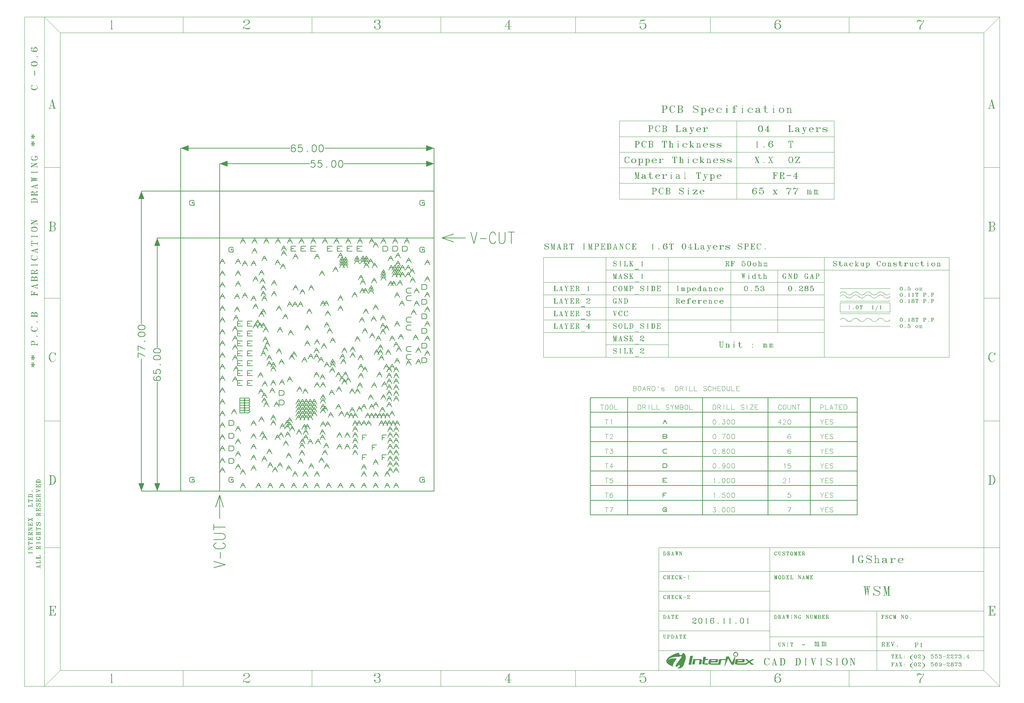
<source format=gbr>
%MOMM*%
%FSLAX33Y33*%
%ADD10C,0.200000*%
%ADD12C,0.203200*%
%ADD13C,0.152400*%
%ADD202C,0.160000*%
%ADD203C,0.121920*%
%ADD204C,0.162560*%
%ADD205C,0.040640*%
%ADD207C,0.040130*%
%ADD208C,0.050000*%
%ADD209C,0.040000*%
G90*G71*G01*D02*G54D10*X000000Y000000D02*X065000Y000000D01*X065000Y077000D01*
X000000Y077000D01*X000000Y000000D01*X065000Y065000D02*X010000Y065000D01*
X010000Y000000D01*X010000Y065000D02*X010000Y077000D01*X010000Y065000D02*
X000000Y065000D01*X008500Y-019580D02*X011500Y-018816D01*X008500Y-018020D01*
X010227Y-017180D02*X010227Y-015620D01*X009227Y-013220D02*X008955Y-013329D01*
X008682Y-013548D01*X008500Y-013750D01*X008500Y-014172D01*X008682Y-014374D01*
X008955Y-014577D01*X009227Y-014686D01*X009636Y-014780D01*X010364Y-014780D01*
X010773Y-014686D01*X011091Y-014577D01*X011364Y-014374D01*X011500Y-014172D01*
X011500Y-013750D01*X011364Y-013548D01*X011091Y-013329D01*X010773Y-013220D01*
X008500Y-012380D02*X010636Y-012380D01*X011091Y-012271D01*X011364Y-012052D01*
X011500Y-011709D01*X011500Y-011491D01*X011364Y-011163D01*X011091Y-010945D01*
X010636Y-010820D01*X008500Y-010820D01*X008500Y-009980D02*X008500Y-008420D01*
X008500Y-009200D02*X011500Y-009200D01*X010000Y-001000D02*X010000Y-007000D01*
X010000Y-001000D02*X009000Y-004000D01*X010000Y-001000D02*X011000Y-004000D01*
X067000Y065000D02*X070000Y066000D01*X067000Y065000D02*X070000Y064000D01*
X067000Y065000D02*X073000Y065000D01*X074420Y066500D02*X075184Y063500D01*
X075980Y066500D01*X076820Y064773D02*X078380Y064773D01*X080780Y065773D02*
X080671Y066045D01*X080452Y066318D01*X080250Y066500D01*X079828Y066500D01*
X079626Y066318D01*X079423Y066045D01*X079314Y065773D01*X079220Y065364D01*
X079220Y064636D01*X079314Y064227D01*X079423Y063909D01*X079626Y063636D01*
X079828Y063500D01*X080250Y063500D01*X080452Y063636D01*X080671Y063909D01*
X080780Y064227D01*X081620Y066500D02*X081620Y064364D01*X081729Y063909D01*
X081948Y063636D01*X082291Y063500D01*X082509Y063500D01*X082837Y063636D01*
X083055Y063909D01*X083180Y064364D01*X083180Y066500D01*X084020Y066500D02*
X085580Y066500D01*X084800Y066500D02*X084800Y063500D01*D02*G54D12*
X003508Y003381D02*X003254Y003635D01*X002619Y003635D01*X002365Y003381D01*
X002365Y002619D01*X002619Y002365D01*X003254Y002365D01*X003508Y002619D01*
X003508Y002619D02*X003508Y003000D01*X003000Y003000D01*X003000Y002746D01*
X003000Y003254D02*X003000Y003000D01*X003508Y002873D02*X003508Y002365D01*
X013508Y003381D02*X013254Y003635D01*X012619Y003635D01*X012365Y003381D01*
X012365Y002619D01*X012619Y002365D01*X013254Y002365D01*X013508Y002619D01*
X013508Y002619D02*X013508Y003000D01*X013000Y003000D01*X013000Y002746D01*
X013000Y003254D02*X013000Y003000D01*X013508Y002873D02*X013508Y002365D01*
X062508Y003381D02*X062254Y003635D01*X061619Y003635D01*X061365Y003381D01*
X061365Y002619D01*X061619Y002365D01*X062254Y002365D01*X062508Y002619D01*
X062508Y002619D02*X062508Y003000D01*X062000Y003000D01*X062000Y002746D01*
X062000Y003254D02*X062000Y003000D01*X062508Y002873D02*X062508Y002365D01*
X012365Y007115D02*X012365Y008385D01*X013318Y008385D01*X013635Y008068D01*
X013635Y007433D01*X013318Y007115D01*X012365Y007115D01*X012365Y010365D02*
X012365Y011635D01*X013318Y011635D01*X013635Y011318D01*X013635Y010683D01*
X013318Y010365D01*X012365Y010365D01*X050258Y011885D02*X049115Y011885D01*
X049115Y010615D01*X049115Y011250D02*X049750Y011250D01*X047718Y014425D02*
X046575Y014425D01*X046575Y013155D01*X046575Y013790D02*X047210Y013790D01*
X052798Y014425D02*X051655Y014425D01*X051655Y013155D01*X051655Y013790D02*
X052290Y013790D01*X052798Y009345D02*X051655Y009345D01*X051655Y008075D01*
X051655Y008710D02*X052290Y008710D01*X047718Y009345D02*X046575Y009345D01*
X046575Y008075D01*X046575Y008710D02*X047210Y008710D01*X012365Y016865D02*
X012365Y018135D01*X013318Y018135D01*X013635Y017818D01*X013635Y017183D01*
X013318Y016865D01*X012365Y016865D01*X012365Y013615D02*X012365Y014885D01*
X013318Y014885D01*X013635Y014568D01*X013635Y013933D01*X013318Y013615D01*
X012365Y013615D01*X015230Y023925D02*X015230Y022655D01*X015230Y023925D02*
X016246Y023925D01*X016500Y023671D01*X016500Y023544D01*X016246Y023290D01*
X015230Y023290D01*X016246Y023290D02*X016500Y023036D01*X016500Y022909D01*
X016246Y022655D01*X015230Y022655D01*X016500Y023925D02*X016500Y022655D01*
X016500Y023925D02*X017516Y023925D01*X017770Y023671D01*X017770Y023544D01*
X017516Y023290D01*X016500Y023290D01*X017516Y023290D02*X017770Y023036D01*
X017770Y022909D01*X017516Y022655D01*X016500Y022655D01*X016500Y022655D02*
X016500Y021385D01*X016500Y022655D02*X017516Y022655D01*X017770Y022401D01*
X017770Y022274D01*X017516Y022020D01*X016500Y022020D01*X017516Y022020D02*
X017770Y021766D01*X017770Y021639D01*X017516Y021385D01*X016500Y021385D01*
X015230Y022655D02*X015230Y021385D01*X015230Y022655D02*X016246Y022655D01*
X016500Y022401D01*X016500Y022274D01*X016246Y022020D01*X015230Y022020D01*
X016246Y022020D02*X016500Y021766D01*X016500Y021639D01*X016246Y021385D01*
X015230Y021385D01*X016500Y021385D02*X016500Y020115D01*X016500Y021385D02*
X017516Y021385D01*X017770Y021131D01*X017770Y021004D01*X017516Y020750D01*
X016500Y020750D01*X017516Y020750D02*X017770Y020496D01*X017770Y020369D01*
X017516Y020115D01*X016500Y020115D01*X015230Y021385D02*X015230Y020115D01*
X015230Y021385D02*X016246Y021385D01*X016500Y021131D01*X016500Y021004D01*
X016246Y020750D01*X015230Y020750D01*X016246Y020750D02*X016500Y020496D01*
X016500Y020369D01*X016246Y020115D01*X015230Y020115D01*X025240Y022115D02*
X025240Y023385D01*X026193Y023385D01*X026510Y023068D01*X026510Y022433D01*
X026193Y022115D01*X025240Y022115D01*X025240Y024615D02*X025240Y025885D01*
X026193Y025885D01*X026510Y025568D01*X026510Y024933D01*X026193Y024615D01*
X025240Y024615D01*X018425Y030935D02*X017155Y030935D01*X017155Y029665D01*
X018425Y029665D01*X017155Y030300D02*X017790Y030300D01*X018425Y028395D02*
X017155Y028395D01*X017155Y027125D01*X018425Y027125D01*X017155Y027760D02*
X017790Y027760D01*X015885Y030935D02*X014615Y030935D01*X014615Y029665D01*
X015885Y029665D01*X014615Y030300D02*X015250Y030300D01*X015885Y028395D02*
X014615Y028395D01*X014615Y027125D01*X015885Y027125D01*X014615Y027760D02*
X015250Y027760D01*X015885Y036015D02*X014615Y036015D01*X014615Y034745D01*
X015885Y034745D01*X014615Y035380D02*X015250Y035380D01*X015885Y033475D02*
X014615Y033475D01*X014615Y032205D01*X015885Y032205D01*X014615Y032840D02*
X015250Y032840D01*X018425Y036015D02*X017155Y036015D01*X017155Y034745D01*
X018425Y034745D01*X017155Y035380D02*X017790Y035380D01*X018425Y033475D02*
X017155Y033475D01*X017155Y032205D01*X018425Y032205D01*X017155Y032840D02*
X017790Y032840D01*X059135Y037135D02*X058183Y037135D01*X057865Y036818D01*
X057865Y036183D01*X058183Y035865D01*X059135Y035865D01*X059135Y035135D02*
X058183Y035135D01*X057865Y034818D01*X057865Y034183D01*X058183Y033865D01*
X059135Y033865D01*X061865Y032990D02*X061865Y034260D01*X062818Y034260D01*
X063135Y033943D01*X063135Y033308D01*X062818Y032990D01*X061865Y032990D01*
X061865Y036740D02*X061865Y038010D01*X062818Y038010D01*X063135Y037693D01*
X063135Y037058D01*X062818Y036740D01*X061865Y036740D01*X061865Y040490D02*
X061865Y041760D01*X062818Y041760D01*X063135Y041443D01*X063135Y040808D01*
X062818Y040490D01*X061865Y040490D01*X059135Y042635D02*X058183Y042635D01*
X057865Y042318D01*X057865Y041683D01*X058183Y041365D01*X059135Y041365D01*
X018425Y041095D02*X017155Y041095D01*X017155Y039825D01*X018425Y039825D01*
X017155Y040460D02*X017790Y040460D01*X018425Y038555D02*X017155Y038555D01*
X017155Y037285D01*X018425Y037285D01*X017155Y037920D02*X017790Y037920D01*
X015885Y041095D02*X014615Y041095D01*X014615Y039825D01*X015885Y039825D01*
X014615Y040460D02*X015250Y040460D01*X015885Y038555D02*X014615Y038555D01*
X014615Y037285D01*X015885Y037285D01*X014615Y037920D02*X015250Y037920D01*
X015885Y043635D02*X014615Y043635D01*X014615Y042365D01*X015885Y042365D01*
X014615Y043000D02*X015250Y043000D01*X018425Y043635D02*X017155Y043635D01*
X017155Y042365D01*X018425Y042365D01*X017155Y043000D02*X017790Y043000D01*
X059135Y044635D02*X058183Y044635D01*X057865Y044318D01*X057865Y043683D01*
X058183Y043365D01*X059135Y043365D01*X061865Y044240D02*X061865Y045510D01*
X062818Y045510D01*X063135Y045193D01*X063135Y044558D01*X062818Y044240D01*
X061865Y044240D01*X061865Y047990D02*X061865Y049260D01*X062818Y049260D01*
X063135Y048943D01*X063135Y048308D01*X062818Y047990D01*X061865Y047990D01*
X061865Y051740D02*X061865Y053010D01*X062818Y053010D01*X063135Y052693D01*
X063135Y052058D01*X062818Y051740D01*X061865Y051740D01*X059135Y052135D02*
X058183Y052135D01*X057865Y051818D01*X057865Y051183D01*X058183Y050865D01*
X059135Y050865D01*X059135Y050135D02*X058183Y050135D01*X057865Y049818D01*
X057865Y049183D01*X058183Y048865D01*X059135Y048865D01*X062508Y062381D02*
X062254Y062635D01*X061619Y062635D01*X061365Y062381D01*X061365Y061619D01*
X061619Y061365D01*X062254Y061365D01*X062508Y061619D01*X062508Y061619D02*
X062508Y062000D01*X062000Y062000D01*X062000Y061746D01*X062000Y062254D02*
X062000Y062000D01*X062508Y061873D02*X062508Y061365D01*X056865Y061615D02*
X056865Y062885D01*X057818Y062885D01*X058135Y062568D01*X058135Y061933D01*
X057818Y061615D01*X056865Y061615D01*X054365Y061615D02*X054365Y062885D01*
X055318Y062885D01*X055635Y062568D01*X055635Y061933D01*X055318Y061615D01*
X054365Y061615D01*X051865Y061615D02*X051865Y062885D01*X052818Y062885D01*
X053135Y062568D01*X053135Y061933D01*X052818Y061615D01*X051865Y061615D01*
X043965Y062885D02*X042695Y062885D01*X042695Y061615D01*X043965Y061615D01*
X042695Y062250D02*X043330Y062250D01*X046505Y062885D02*X045235Y062885D01*
X045235Y061615D01*X046505Y061615D01*X045235Y062250D02*X045870Y062250D01*
X041425Y062885D02*X040155Y062885D01*X040155Y061615D01*X041425Y061615D01*
X040155Y062250D02*X040790Y062250D01*X038885Y062885D02*X037615Y062885D01*
X037615Y061615D01*X038885Y061615D01*X037615Y062250D02*X038250Y062250D01*
X029595Y062885D02*X028325Y062885D01*X028325Y061615D01*X029595Y061615D01*
X028325Y062250D02*X028960Y062250D01*X032135Y062885D02*X030865Y062885D01*
X030865Y061615D01*X032135Y061615D01*X030865Y062250D02*X031500Y062250D01*
X034675Y062885D02*X033405Y062885D01*X033405Y061615D01*X034675Y061615D01*
X033405Y062250D02*X034040Y062250D01*X013508Y062381D02*X013254Y062635D01*
X012619Y062635D01*X012365Y062381D01*X012365Y061619D01*X012619Y061365D01*
X013254Y061365D01*X013508Y061619D01*X013508Y061619D02*X013508Y062000D01*
X013000Y062000D01*X013000Y061746D01*X013000Y062254D02*X013000Y062000D01*
X013508Y061873D02*X013508Y061365D01*X062508Y074381D02*X062254Y074635D01*
X061619Y074635D01*X061365Y074381D01*X061365Y073619D01*X061619Y073365D01*
X062254Y073365D01*X062508Y073619D01*X062508Y073619D02*X062508Y074000D01*
X062000Y074000D01*X062000Y073746D01*X062000Y074254D02*X062000Y074000D01*
X062508Y073873D02*X062508Y073365D01*X003508Y074381D02*X003254Y074635D01*
X002619Y074635D01*X002365Y074381D01*X002365Y073619D01*X002619Y073365D01*
X003254Y073365D01*X003508Y073619D01*X003508Y073619D02*X003508Y074000D01*
X003000Y074000D01*X003000Y073746D01*X003000Y074254D02*X003000Y074000D01*
X003508Y073873D02*X003508Y073365D01*X053115Y004865D02*X053750Y006135D01*
X054385Y004865D01*X053433Y005500D02*X054068Y005500D01*X053115Y006365D02*
X053750Y007635D01*X054385Y006365D01*X053433Y007000D02*X054068Y007000D01*
X054615Y000865D02*X055250Y002135D01*X055885Y000865D01*X054933Y001500D02*
X055568Y001500D01*X054615Y004865D02*X055250Y006135D01*X055885Y004865D01*
X054933Y005500D02*X055568Y005500D01*X054615Y006365D02*X055250Y007635D01*
X055885Y006365D01*X054933Y007000D02*X055568Y007000D01*X052365Y003865D02*
X053000Y005135D01*X053635Y003865D01*X052683Y004500D02*X053318Y004500D01*
X052365Y000865D02*X053000Y002135D01*X053635Y000865D01*X052683Y001500D02*
X053318Y001500D01*X046365Y005615D02*X047000Y006885D01*X047635Y005615D01*
X046683Y006250D02*X047318Y006250D01*X049365Y003865D02*X050000Y005135D01*
X050635Y003865D01*X049683Y004500D02*X050318Y004500D01*X046365Y003865D02*
X047000Y005135D01*X047635Y003865D01*X046683Y004500D02*X047318Y004500D01*
X046365Y000865D02*X047000Y002135D01*X047635Y000865D01*X046683Y001500D02*
X047318Y001500D01*X049365Y000865D02*X050000Y002135D01*X050635Y000865D01*
X049683Y001500D02*X050318Y001500D01*X043365Y000865D02*X044000Y002135D01*
X044635Y000865D01*X043683Y001500D02*X044318Y001500D01*X036865Y005865D02*
X037500Y007135D01*X038135Y005865D01*X037183Y006500D02*X037818Y006500D01*
X034365Y003865D02*X035000Y005135D01*X035635Y003865D01*X034683Y004500D02*
X035318Y004500D01*X040365Y000865D02*X041000Y002135D01*X041635Y000865D01*
X040683Y001500D02*X041318Y001500D01*X037365Y000865D02*X038000Y002135D01*
X038635Y000865D01*X037683Y001500D02*X038318Y001500D01*X034365Y000865D02*
X035000Y002135D01*X035635Y000865D01*X034683Y001500D02*X035318Y001500D01*
X027115Y005365D02*X027750Y006635D01*X028385Y005365D01*X027433Y006000D02*
X028068Y006000D01*X031365Y003865D02*X032000Y005135D01*X032635Y003865D01*
X031683Y004500D02*X032318Y004500D01*X031365Y000865D02*X032000Y002135D01*
X032635Y000865D01*X031683Y001500D02*X032318Y001500D01*X028365Y000865D02*
X029000Y002135D01*X029635Y000865D01*X028683Y001500D02*X029318Y001500D01*
X032865Y005865D02*X033500Y007135D01*X034135Y005865D01*X033183Y006500D02*
X033818Y006500D01*X028740Y003865D02*X029375Y005135D01*X030010Y003865D01*
X029058Y004500D02*X029693Y004500D01*X023615Y004990D02*X024250Y006260D01*
X024885Y004990D01*X023933Y005625D02*X024568Y005625D01*X019365Y000865D02*
X020000Y002135D01*X020635Y000865D01*X019683Y001500D02*X020318Y001500D01*
X022365Y000865D02*X023000Y002135D01*X023635Y000865D01*X022683Y001500D02*
X023318Y001500D01*X025365Y000865D02*X026000Y002135D01*X026635Y000865D01*
X025683Y001500D02*X026318Y001500D01*X018115Y005365D02*X018750Y006635D01*
X019385Y005365D01*X018433Y006000D02*X019068Y006000D01*X022365Y006115D02*
X023000Y007385D01*X023635Y006115D01*X022683Y006750D02*X023318Y006750D01*
X024865Y006115D02*X025500Y007385D01*X026135Y006115D01*X025183Y006750D02*
X025818Y006750D01*X014115Y005740D02*X014750Y007010D01*X015385Y005740D01*
X014433Y006375D02*X015068Y006375D01*X010115Y004865D02*X010750Y006135D01*
X011385Y004865D01*X010433Y005500D02*X011068Y005500D01*X015365Y000865D02*
X016000Y002135D01*X016635Y000865D01*X015683Y001500D02*X016317Y001500D01*
X015365Y004365D02*X016000Y005635D01*X016635Y004365D01*X015683Y005000D02*
X016317Y005000D01*X014115Y012240D02*X014750Y013510D01*X015385Y012240D01*
X014433Y012875D02*X015068Y012875D01*X014115Y008990D02*X014750Y010260D01*
X015385Y008990D01*X014433Y009625D02*X015068Y009625D01*X010115Y010365D02*
X010750Y011635D01*X011385Y010365D01*X010433Y011000D02*X011068Y011000D01*
X010115Y007365D02*X010750Y008635D01*X011385Y007365D01*X010433Y008000D02*
X011068Y008000D01*X018115Y010865D02*X018750Y012135D01*X019385Y010865D01*
X018433Y011500D02*X019068Y011500D01*X018115Y008115D02*X018750Y009385D01*
X019385Y008115D01*X018433Y008750D02*X019068Y008750D01*X022115Y009615D02*
X022750Y010885D01*X023385Y009615D01*X022433Y010250D02*X023068Y010250D01*
X020865Y007740D02*X021500Y009010D01*X022135Y007740D01*X021183Y008375D02*
X021818Y008375D01*X026365Y011740D02*X027000Y013010D01*X027635Y011740D01*
X026683Y012375D02*X027318Y012375D01*X030490Y009290D02*X031125Y010560D01*
X031760Y009290D01*X030808Y009925D02*X031443Y009925D01*X030490Y011115D02*
X031125Y012385D01*X031760Y011115D01*X030808Y011750D02*X031443Y011750D01*
X030615Y012240D02*X031250Y013510D01*X031885Y012240D01*X030933Y012875D02*
X031568Y012875D01*X027115Y008615D02*X027750Y009885D01*X028385Y008615D01*
X027433Y009250D02*X028068Y009250D01*X030115Y007115D02*X030750Y008385D01*
X031385Y007115D01*X030433Y007750D02*X031068Y007750D01*X032615Y012115D02*
X033250Y013385D01*X033885Y012115D01*X032933Y012750D02*X033568Y012750D01*
X035490Y007440D02*X036125Y008710D01*X036760Y007440D01*X035808Y008075D02*
X036443Y008075D01*X036740Y011115D02*X037375Y012385D01*X038010Y011115D01*
X037058Y011750D02*X037693Y011750D01*X036365Y009365D02*X037000Y010635D01*
X037635Y009365D01*X036683Y010000D02*X037318Y010000D01*X042115Y010865D02*
X042750Y012135D01*X043385Y010865D01*X042433Y011500D02*X043068Y011500D01*
X040115Y010865D02*X040750Y012135D01*X041385Y010865D01*X040433Y011500D02*
X041068Y011500D01*X034615Y012115D02*X035250Y013385D01*X035885Y012115D01*
X034933Y012750D02*X035568Y012750D01*X044115Y009365D02*X044750Y010635D01*
X045385Y009365D01*X044433Y010000D02*X045068Y010000D01*X044115Y010865D02*
X044750Y012135D01*X045385Y010865D01*X044433Y011500D02*X045068Y011500D01*
X049365Y006865D02*X050000Y008135D01*X050635Y006865D01*X049683Y007500D02*
X050318Y007500D01*X053115Y007865D02*X053750Y009135D01*X054385Y007865D01*
X053433Y008500D02*X054068Y008500D01*X053115Y009365D02*X053750Y010635D01*
X054385Y009365D01*X053433Y010000D02*X054068Y010000D01*X053115Y010865D02*
X053750Y012135D01*X054385Y010865D01*X053433Y011500D02*X054068Y011500D01*
X054615Y007865D02*X055250Y009135D01*X055885Y007865D01*X054933Y008500D02*
X055568Y008500D01*X054615Y009365D02*X055250Y010635D01*X055885Y009365D01*
X054933Y010000D02*X055568Y010000D01*X054615Y010865D02*X055250Y012135D01*
X055885Y010865D01*X054933Y011500D02*X055568Y011500D01*X053115Y012365D02*
X053750Y013635D01*X054385Y012365D01*X053433Y013000D02*X054068Y013000D01*
X053115Y013865D02*X053750Y015135D01*X054385Y013865D01*X053433Y014500D02*
X054068Y014500D01*X053115Y015365D02*X053750Y016635D01*X054385Y015365D01*
X053433Y016000D02*X054068Y016000D01*X054615Y012365D02*X055250Y013635D01*
X055885Y012365D01*X054933Y013000D02*X055568Y013000D01*X054615Y013865D02*
X055250Y015135D01*X055885Y013865D01*X054933Y014500D02*X055568Y014500D01*
X054615Y015365D02*X055250Y016635D01*X055885Y015365D01*X054933Y016000D02*
X055568Y016000D01*X054865Y016865D02*X055500Y018135D01*X056135Y016865D01*
X055183Y017500D02*X055818Y017500D01*X053865Y016865D02*X054500Y018135D01*
X055135Y016865D01*X054183Y017500D02*X054818Y017500D01*X052865Y016865D02*
X053500Y018135D01*X054135Y016865D01*X053183Y017500D02*X053818Y017500D01*
X051865Y016865D02*X052500Y018135D01*X053135Y016865D01*X052183Y017500D02*
X052818Y017500D01*X044115Y016865D02*X044750Y018135D01*X045385Y016865D01*
X044433Y017500D02*X045068Y017500D01*X044115Y012365D02*X044750Y013635D01*
X045385Y012365D01*X044433Y013000D02*X045068Y013000D01*X044115Y013865D02*
X044750Y015135D01*X045385Y013865D01*X044433Y014500D02*X045068Y014500D01*
X050865Y016865D02*X051500Y018135D01*X052135Y016865D01*X051183Y017500D02*
X051818Y017500D01*X047615Y016865D02*X048250Y018135D01*X048885Y016865D01*
X047933Y017500D02*X048568Y017500D01*X045115Y016865D02*X045750Y018135D01*
X046385Y016865D01*X045433Y017500D02*X046068Y017500D01*X046365Y016865D02*
X047000Y018135D01*X047635Y016865D01*X046683Y017500D02*X047318Y017500D01*
X044115Y015365D02*X044750Y016635D01*X045385Y015365D01*X044433Y016000D02*
X045068Y016000D01*X035740Y014615D02*X036375Y015885D01*X037010Y014615D01*
X036058Y015250D02*X036693Y015250D01*X035740Y013240D02*X036375Y014510D01*
X037010Y013240D01*X036058Y013875D02*X036693Y013875D01*X040115Y013865D02*
X040750Y015135D01*X041385Y013865D01*X040433Y014500D02*X041068Y014500D01*
X042115Y013865D02*X042750Y015135D01*X043385Y013865D01*X042433Y014500D02*
X043068Y014500D01*X037115Y016615D02*X037750Y017885D01*X038385Y016615D01*
X037433Y017250D02*X038068Y017250D01*X035865Y016615D02*X036500Y017885D01*
X037135Y016615D01*X036183Y017250D02*X036818Y017250D01*X031490Y014615D02*
X032125Y015885D01*X032760Y014615D01*X031808Y015250D02*X032443Y015250D01*
X027990Y015490D02*X028625Y016760D01*X029260Y015490D01*X028308Y016125D02*
X028943Y016125D01*X027365Y016490D02*X028000Y017760D01*X028635Y016490D01*
X027683Y017125D02*X028318Y017125D01*X031115Y015990D02*X031750Y017260D01*
X032385Y015990D01*X031433Y016625D02*X032068Y016625D01*X031865Y015990D02*
X032500Y017260D01*X033135Y015990D01*X032182Y016625D02*X032818Y016625D01*
X026740Y015990D02*X027375Y017260D01*X028010Y015990D01*X027058Y016625D02*
X027693Y016625D01*X026740Y016965D02*X027375Y018235D01*X028010Y016965D01*
X027058Y017600D02*X027693Y017600D01*X027365Y017615D02*X028000Y018885D01*
X028635Y017615D01*X027683Y018250D02*X028318Y018250D01*X031490Y013240D02*
X032125Y014510D01*X032760Y013240D01*X031808Y013875D02*X032443Y013875D01*
X026865Y013990D02*X027500Y015260D01*X028135Y013990D01*X027183Y014625D02*
X027818Y014625D01*X029740Y014615D02*X030375Y015885D01*X031010Y014615D01*
X030058Y015250D02*X030693Y015250D01*X025115Y013865D02*X025750Y015135D01*
X026385Y013865D01*X025433Y014500D02*X026068Y014500D01*X020865Y013240D02*
X021500Y014510D01*X022135Y013240D01*X021183Y013875D02*X021818Y013875D01*
X024240Y013240D02*X024875Y014510D01*X025510Y013240D01*X024558Y013875D02*
X025193Y013875D01*X023115Y016990D02*X023750Y018260D01*X024385Y016990D01*
X023433Y017625D02*X024068Y017625D01*X018115Y016865D02*X018750Y018135D01*
X019385Y016865D01*X018433Y017500D02*X019068Y017500D01*X020115Y017865D02*
X020750Y019135D01*X021385Y017865D01*X020433Y018500D02*X021068Y018500D01*
X018115Y013615D02*X018750Y014885D01*X019385Y013615D01*X018433Y014250D02*
X019068Y014250D01*X020365Y014115D02*X021000Y015385D01*X021635Y014115D01*
X020683Y014750D02*X021318Y014750D01*X025490Y016115D02*X026125Y017385D01*
X026760Y016115D01*X025808Y016750D02*X026443Y016750D01*X014115Y015490D02*
X014750Y016760D01*X015385Y015490D01*X014433Y016125D02*X015068Y016125D01*
X010115Y016365D02*X010750Y017635D01*X011385Y016365D01*X010433Y017000D02*
X011068Y017000D01*X010115Y013365D02*X010750Y014635D01*X011385Y013365D01*
X010433Y014000D02*X011068Y014000D01*X010115Y022365D02*X010750Y023635D01*
X011385Y022365D01*X010433Y023000D02*X011068Y023000D01*X010115Y019365D02*
X010750Y020635D01*X011385Y019365D01*X010433Y020000D02*X011068Y020000D01*
X013115Y019865D02*X013750Y021135D01*X014385Y019865D01*X013433Y020500D02*
X014068Y020500D01*X023115Y018365D02*X023750Y019635D01*X024385Y018365D01*
X023433Y019000D02*X024068Y019000D01*X021365Y021740D02*X022000Y023010D01*
X022635Y021740D01*X021683Y022375D02*X022318Y022375D01*X023990Y021740D02*
X024625Y023010D01*X025260Y021740D01*X024308Y022375D02*X024943Y022375D01*
X020865Y022740D02*X021500Y024010D01*X022135Y022740D01*X021183Y023375D02*
X021818Y023375D01*X033615Y020365D02*X034250Y021635D01*X034885Y020365D01*
X033933Y021000D02*X034568Y021000D01*X031615Y022365D02*X032250Y023635D01*
X032885Y022365D01*X031933Y023000D02*X032568Y023000D01*X030615Y020365D02*
X031250Y021635D01*X031885Y020365D01*X030933Y021000D02*X031568Y021000D01*
X031615Y018365D02*X032250Y019635D01*X032885Y018365D01*X031933Y019000D02*
X032568Y019000D01*X031615Y019365D02*X032250Y020635D01*X032885Y019365D01*
X031933Y020000D02*X032568Y020000D01*X032615Y022365D02*X033250Y023635D01*
X033885Y022365D01*X032933Y023000D02*X033568Y023000D01*X033615Y022365D02*
X034250Y023635D01*X034885Y022365D01*X033933Y023000D02*X034568Y023000D01*
X033615Y021365D02*X034250Y022635D01*X034885Y021365D01*X033933Y022000D02*
X034568Y022000D01*X032615Y021365D02*X033250Y022635D01*X033885Y021365D01*
X032933Y022000D02*X033568Y022000D01*X029615Y022365D02*X030250Y023635D01*
X030885Y022365D01*X029933Y023000D02*X030568Y023000D01*X030615Y022365D02*
X031250Y023635D01*X031885Y022365D01*X030933Y023000D02*X031568Y023000D01*
X029615Y021365D02*X030250Y022635D01*X030885Y021365D01*X029933Y022000D02*
X030568Y022000D01*X029615Y020365D02*X030250Y021635D01*X030885Y020365D01*
X029933Y021000D02*X030568Y021000D01*X030615Y021365D02*X031250Y022635D01*
X031885Y021365D01*X030933Y022000D02*X031568Y022000D01*X029615Y018365D02*
X030250Y019635D01*X030885Y018365D01*X029933Y019000D02*X030568Y019000D01*
X029615Y019365D02*X030250Y020635D01*X030885Y019365D01*X029933Y020000D02*
X030568Y020000D01*X030615Y018365D02*X031250Y019635D01*X031885Y018365D01*
X030933Y019000D02*X031568Y019000D01*X030615Y019365D02*X031250Y020635D01*
X031885Y019365D01*X030933Y020000D02*X031568Y020000D01*X033615Y019365D02*
X034250Y020635D01*X034885Y019365D01*X033933Y020000D02*X034568Y020000D01*
X032615Y019365D02*X033250Y020635D01*X033885Y019365D01*X032933Y020000D02*
X033568Y020000D01*X032615Y018365D02*X033250Y019635D01*X033885Y018365D01*
X032933Y019000D02*X033568Y019000D01*X032615Y020365D02*X033250Y021635D01*
X033885Y020365D01*X032933Y021000D02*X033568Y021000D01*X031615Y021365D02*
X032250Y022635D01*X032885Y021365D01*X031933Y022000D02*X032568Y022000D01*
X031615Y020365D02*X032250Y021635D01*X032885Y020365D01*X031933Y021000D02*
X032568Y021000D01*X035865Y021115D02*X036500Y022385D01*X037135Y021115D01*
X036183Y021750D02*X036818Y021750D01*X036490Y020615D02*X037125Y021885D01*
X037760Y020615D01*X036808Y021250D02*X037443Y021250D01*X035865Y022615D02*
X036500Y023885D01*X037135Y022615D01*X036183Y023250D02*X036818Y023250D01*
X035865Y023615D02*X036500Y024885D01*X037135Y023615D01*X036183Y024250D02*
X036818Y024250D01*X039865Y021115D02*X040500Y022385D01*X041135Y021115D01*
X040183Y021750D02*X040818Y021750D01*X042115Y019115D02*X042750Y020385D01*
X043385Y019115D01*X042433Y019750D02*X043068Y019750D01*X040615Y019365D02*
X041250Y020635D01*X041885Y019365D01*X040933Y020000D02*X041568Y020000D01*
X037865Y018990D02*X038500Y020260D01*X039135Y018990D01*X038183Y019625D02*
X038818Y019625D01*X035865Y020115D02*X036500Y021385D01*X037135Y020115D01*
X036183Y020750D02*X036818Y020750D01*X043365Y020240D02*X044000Y021510D01*
X044635Y020240D01*X043683Y020875D02*X044318Y020875D01*X049415Y021615D02*
X050050Y022885D01*X050685Y021615D01*X049733Y022250D02*X050368Y022250D01*
X045240Y020565D02*X045875Y021835D01*X046510Y020565D01*X045558Y021200D02*
X046193Y021200D01*X049365Y018865D02*X050000Y020135D01*X050635Y018865D01*
X049683Y019500D02*X050318Y019500D01*X048365Y018865D02*X049000Y020135D01*
X049635Y018865D01*X048683Y019500D02*X049318Y019500D01*X047365Y018865D02*
X048000Y020135D01*X048635Y018865D01*X047683Y019500D02*X048318Y019500D01*
X044115Y018865D02*X044750Y020135D01*X045385Y018865D01*X044433Y019500D02*
X045068Y019500D01*X050365Y018865D02*X051000Y020135D01*X051635Y018865D01*
X050683Y019500D02*X051318Y019500D01*X043115Y018865D02*X043750Y020135D01*
X044385Y018865D01*X043433Y019500D02*X044068Y019500D01*X048115Y023615D02*
X048750Y024885D01*X049385Y023615D01*X048433Y024250D02*X049068Y024250D01*
X048365Y021115D02*X049000Y022385D01*X049635Y021115D01*X048683Y021750D02*
X049318Y021750D01*X046365Y021115D02*X047000Y022385D01*X047635Y021115D01*
X046683Y021750D02*X047318Y021750D01*X053565Y019365D02*X054200Y020635D01*
X054835Y019365D01*X053883Y020000D02*X054518Y020000D01*X052365Y018865D02*
X053000Y020135D01*X053635Y018865D01*X052683Y019500D02*X053318Y019500D01*
X051365Y018865D02*X052000Y020135D01*X052635Y018865D01*X051683Y019500D02*
X052318Y019500D01*X054615Y023115D02*X055250Y024385D01*X055885Y023115D01*
X054933Y023750D02*X055568Y023750D01*X051365Y023615D02*X052000Y024885D01*
X052635Y023615D01*X051683Y024250D02*X052318Y024250D01*X051115Y020365D02*
X051750Y021635D01*X052385Y020365D01*X051433Y021000D02*X052068Y021000D01*
X052865Y021615D02*X053500Y022885D01*X054135Y021615D01*X053183Y022250D02*
X053818Y022250D01*X052865Y023115D02*X053500Y024385D01*X054135Y023115D01*
X053183Y023750D02*X053818Y023750D01*X054615Y024615D02*X055250Y025885D01*
X055885Y024615D01*X054933Y025250D02*X055568Y025250D01*X054615Y026115D02*
X055250Y027385D01*X055885Y026115D01*X054933Y026750D02*X055568Y026750D01*
X054615Y027615D02*X055250Y028885D01*X055885Y027615D01*X054933Y028250D02*
X055568Y028250D01*X054615Y029115D02*X055250Y030385D01*X055885Y029115D01*
X054933Y029750D02*X055568Y029750D01*X051615Y026865D02*X052250Y028135D01*
X052885Y026865D01*X051933Y027500D02*X052568Y027500D01*X052865Y024615D02*
X053500Y025885D01*X054135Y024615D01*X053183Y025250D02*X053818Y025250D01*
X052865Y026115D02*X053500Y027385D01*X054135Y026115D01*X053183Y026750D02*
X053818Y026750D01*X052865Y027615D02*X053500Y028885D01*X054135Y027615D01*
X053183Y028250D02*X053818Y028250D01*X052865Y029115D02*X053500Y030385D01*
X054135Y029115D01*X053183Y029750D02*X053818Y029750D01*X044740Y025115D02*
X045375Y026385D01*X046010Y025115D01*X045058Y025750D02*X045693Y025750D01*
X043365Y025115D02*X044000Y026385D01*X044635Y025115D01*X043683Y025750D02*
X044318Y025750D01*X045365Y026615D02*X046000Y027885D01*X046635Y026615D01*
X045683Y027250D02*X046318Y027250D01*X045615Y029115D02*X046250Y030385D01*
X046885Y029115D01*X045933Y029750D02*X046568Y029750D01*X050365Y029365D02*
X051000Y030635D01*X051635Y029365D01*X050683Y030000D02*X051318Y030000D01*
X048990Y026615D02*X049625Y027885D01*X050260Y026615D01*X049308Y027250D02*
X049943Y027250D01*X035740Y028740D02*X036375Y030010D01*X037010Y028740D01*
X036058Y029375D02*X036693Y029375D01*X035865Y026740D02*X036500Y028010D01*
X037135Y026740D01*X036183Y027375D02*X036818Y027375D01*X039990Y025615D02*
X040625Y026885D01*X041260Y025615D01*X040308Y026250D02*X040943Y026250D01*
X041615Y029460D02*X042250Y030730D01*X042885Y029460D01*X041933Y030095D02*
X042568Y030095D01*X042365Y027990D02*X043000Y029260D01*X043635Y027990D01*
X042683Y028625D02*X043318Y028625D01*X041365Y027490D02*X042000Y028760D01*
X042635Y027490D01*X041683Y028125D02*X042318Y028125D01*X038115Y024740D02*
X038750Y026010D01*X039385Y024740D01*X038433Y025375D02*X039068Y025375D01*
X040740Y028240D02*X041375Y029510D01*X042010Y028240D01*X041058Y028875D02*
X041693Y028875D01*X039865Y029365D02*X040500Y030635D01*X041135Y029365D01*
X040183Y030000D02*X040818Y030000D01*X034365Y026740D02*X035000Y028010D01*
X035635Y026740D01*X034683Y027375D02*X035318Y027375D01*X031365Y025115D02*
X032000Y026385D01*X032635Y025115D01*X031683Y025750D02*X032318Y025750D01*
X027365Y028115D02*X028000Y029385D01*X028635Y028115D01*X027683Y028750D02*
X028318Y028750D01*X029865Y025615D02*X030500Y026885D01*X031135Y025615D01*
X030183Y026250D02*X030818Y026250D01*X034240Y029365D02*X034875Y030635D01*
X035510Y029365D01*X034558Y030000D02*X035193Y030000D01*X019865Y029240D02*
X020500Y030510D01*X021135Y029240D01*X020183Y029875D02*X020818Y029875D01*
X025365Y027365D02*X026000Y028635D01*X026635Y027365D01*X025683Y028000D02*
X026318Y028000D01*X022865Y025240D02*X023500Y026510D01*X024135Y025240D01*
X023183Y025875D02*X023818Y025875D01*X019990Y024990D02*X020625Y026260D01*
X021260Y024990D01*X020308Y025625D02*X020943Y025625D01*X020990Y026990D02*
X021625Y028260D01*X022260Y026990D01*X021308Y027625D02*X021943Y027625D01*
X023115Y027240D02*X023750Y028510D01*X024385Y027240D01*X023433Y027875D02*
X024068Y027875D01*X020865Y023990D02*X021500Y025260D01*X022135Y023990D01*
X021183Y024625D02*X021818Y024625D01*X010115Y028365D02*X010750Y029635D01*
X011385Y028365D01*X010433Y029000D02*X011068Y029000D01*X010115Y025365D02*
X010750Y026635D01*X011385Y025365D01*X010433Y026000D02*X011068Y026000D01*
X013365Y028115D02*X014000Y029385D01*X014635Y028115D01*X013683Y028750D02*
X014318Y028750D01*X010115Y034365D02*X010750Y035635D01*X011385Y034365D01*
X010433Y035000D02*X011068Y035000D01*X010115Y031365D02*X010750Y032635D01*
X011385Y031365D01*X010433Y032000D02*X011068Y032000D01*X013365Y033615D02*
X014000Y034885D01*X014635Y033615D01*X013683Y034250D02*X014318Y034250D01*
X013615Y030865D02*X014250Y032135D01*X014885Y030865D01*X013933Y031500D02*
X014568Y031500D01*X025240Y032615D02*X025875Y033885D01*X026510Y032615D01*
X025558Y033250D02*X026193Y033250D01*X023115Y031865D02*X023750Y033135D01*
X024385Y031865D01*X023433Y032500D02*X024068Y032500D01*X022115Y033615D02*
X022750Y034885D01*X023385Y033615D01*X022433Y034250D02*X023068Y034250D01*
X023115Y030865D02*X023750Y032135D01*X024385Y030865D01*X023433Y031500D02*
X024068Y031500D01*X022115Y032115D02*X022750Y033385D01*X023385Y032115D01*
X022433Y032750D02*X023068Y032750D01*X020615Y034740D02*X021250Y036010D01*
X021885Y034740D01*X020933Y035375D02*X021568Y035375D01*X032740Y033990D02*
X033375Y035260D01*X034010Y033990D01*X033058Y034625D02*X033693Y034625D01*
X027865Y033865D02*X028500Y035135D01*X029135Y033865D01*X028183Y034500D02*
X028818Y034500D01*X031115Y033115D02*X031750Y034385D01*X032385Y033115D01*
X031433Y033750D02*X032068Y033750D01*X028490Y034615D02*X029125Y035885D01*
X029760Y034615D01*X028808Y035250D02*X029443Y035250D01*X034240Y033990D02*
X034875Y035260D01*X035510Y033990D01*X034558Y034625D02*X035193Y034625D01*
X038365Y031865D02*X039000Y033135D01*X039635Y031865D01*X038683Y032500D02*
X039318Y032500D01*X038365Y032615D02*X039000Y033885D01*X039635Y032615D01*
X038683Y033250D02*X039318Y033250D01*X036865Y031865D02*X037500Y033135D01*
X038135Y031865D01*X037183Y032500D02*X037818Y032500D01*X038240Y030490D02*
X038875Y031760D01*X039510Y030490D01*X038558Y031125D02*X039193Y031125D01*
X040865Y033990D02*X041500Y035260D01*X042135Y033990D01*X041183Y034625D02*
X041818Y034625D01*X035365Y033115D02*X036000Y034385D01*X036635Y033115D01*
X035683Y033750D02*X036318Y033750D01*X041115Y032740D02*X041750Y034010D01*
X042385Y032740D01*X041433Y033375D02*X042068Y033375D01*X050615Y035115D02*
X051250Y036385D01*X051885Y035115D01*X050933Y035750D02*X051568Y035750D01*
X046615Y030730D02*X047250Y032000D01*X047885Y030730D01*X046933Y031365D02*
X047568Y031365D01*X045515Y033740D02*X046150Y035010D01*X046785Y033740D01*
X045833Y034375D02*X046468Y034375D01*X043490Y034365D02*X044125Y035635D01*
X044760Y034365D01*X043808Y035000D02*X044443Y035000D01*X045615Y031365D02*
X046250Y032635D01*X046885Y031365D01*X045933Y032000D02*X046568Y032000D01*
X050865Y033615D02*X051500Y034885D01*X052135Y033615D01*X051183Y034250D02*
X051818Y034250D01*X049615Y035115D02*X050250Y036385D01*X050885Y035115D01*
X049933Y035750D02*X050568Y035750D01*X052115Y031365D02*X052750Y032635D01*
X053385Y031365D01*X052433Y032000D02*X053068Y032000D01*X053615Y031365D02*
X054250Y032635D01*X054885Y031365D01*X053933Y032000D02*X054568Y032000D01*
X054615Y030615D02*X055250Y031885D01*X055885Y030615D01*X054933Y031250D02*
X055568Y031250D01*X052615Y035115D02*X053250Y036385D01*X053885Y035115D01*
X052933Y035750D02*X053568Y035750D01*X054865Y032865D02*X055500Y034135D01*
X056135Y032865D01*X055183Y033500D02*X055818Y033500D01*X057865Y032365D02*
X058500Y033635D01*X059135Y032365D01*X058183Y033000D02*X058818Y033000D01*
X052865Y030615D02*X053500Y031885D01*X054135Y030615D01*X053183Y031250D02*
X053818Y031250D01*X062615Y034865D02*X063250Y036135D01*X063885Y034865D01*
X062933Y035500D02*X063568Y035500D01*X060365Y032615D02*X061000Y033885D01*
X061635Y032615D01*X060683Y033250D02*X061318Y033250D01*X062615Y038615D02*
X063250Y039885D01*X063885Y038615D01*X062933Y039250D02*X063568Y039250D01*
X060365Y035615D02*X061000Y036885D01*X061635Y035615D01*X060683Y036250D02*
X061318Y036250D01*X059615Y038865D02*X060250Y040135D01*X060885Y038865D01*
X059933Y039500D02*X060568Y039500D01*X051240Y040365D02*X051875Y041635D01*
X052510Y040365D01*X051558Y041000D02*X052193Y041000D01*X055365Y035865D02*
X056000Y037135D01*X056635Y035865D01*X055683Y036500D02*X056318Y036500D01*
X055865Y039115D02*X056500Y040385D01*X057135Y039115D01*X056183Y039750D02*
X056818Y039750D01*X053615Y038615D02*X054250Y039885D01*X054885Y038615D01*
X053933Y039250D02*X054568Y039250D01*X054615Y037015D02*X055250Y038285D01*
X055885Y037015D01*X054933Y037650D02*X055568Y037650D01*X044740Y038490D02*
X045375Y039760D01*X046010Y038490D01*X045058Y039125D02*X045693Y039125D01*
X050615Y036365D02*X051250Y037635D01*X051885Y036365D01*X050933Y037000D02*
X051568Y037000D01*X050115Y038615D02*X050750Y039885D01*X051385Y038615D01*
X050433Y039250D02*X051068Y039250D01*X048490Y039365D02*X049125Y040635D01*
X049760Y039365D01*X048808Y040000D02*X049443Y040000D01*X043490Y035865D02*
X044125Y037135D01*X044760Y035865D01*X043808Y036500D02*X044443Y036500D01*
X046615Y040615D02*X047250Y041885D01*X047885Y040615D01*X046933Y041250D02*
X047568Y041250D01*X036115Y036740D02*X036750Y038010D01*X037385Y036740D01*
X036433Y037375D02*X037068Y037375D01*X041365Y035615D02*X042000Y036885D01*
X042635Y035615D01*X041683Y036250D02*X042318Y036250D01*X034365Y037740D02*
X035000Y039010D01*X035635Y037740D01*X034683Y038375D02*X035318Y038375D01*
X037615Y040615D02*X038250Y041885D01*X038885Y040615D01*X037933Y041250D02*
X038568Y041250D01*X038365Y038115D02*X039000Y039385D01*X039635Y038115D01*
X038683Y038750D02*X039318Y038750D01*X031865Y037365D02*X032500Y038635D01*
X033135Y037365D01*X032182Y038000D02*X032818Y038000D01*X027615Y040115D02*
X028250Y041385D01*X028885Y040115D01*X027933Y040750D02*X028568Y040750D01*
X034240Y035490D02*X034875Y036760D01*X035510Y035490D01*X034558Y036125D02*
X035193Y036125D01*X021115Y035990D02*X021750Y037260D01*X022385Y035990D01*
X021433Y036625D02*X022068Y036625D01*X021115Y038365D02*X021750Y039635D01*
X022385Y038365D01*X021433Y039000D02*X022068Y039000D01*X021240Y040865D02*
X021875Y042135D01*X022510Y040865D01*X021558Y041500D02*X022193Y041500D01*
X024615Y035365D02*X025250Y036635D01*X025885Y035365D01*X024933Y036000D02*
X025568Y036000D01*X024865Y040865D02*X025500Y042135D01*X026135Y040865D01*
X025183Y041500D02*X025818Y041500D01*X021615Y037240D02*X022250Y038510D01*
X022885Y037240D01*X021933Y037875D02*X022568Y037875D01*X010115Y040365D02*
X010750Y041635D01*X011385Y040365D01*X010433Y041000D02*X011068Y041000D01*
X010115Y037365D02*X010750Y038635D01*X011385Y037365D01*X010433Y038000D02*
X011068Y038000D01*X013365Y038615D02*X014000Y039885D01*X014635Y038615D01*
X013683Y039250D02*X014318Y039250D01*X013365Y036365D02*X014000Y037635D01*
X014635Y036365D01*X013683Y037000D02*X014318Y037000D01*X010115Y046365D02*
X010750Y047635D01*X011385Y046365D01*X010433Y047000D02*X011068Y047000D01*
X010115Y043365D02*X010750Y044635D01*X011385Y043365D01*X010433Y044000D02*
X011068Y044000D01*X013865Y046115D02*X014500Y047385D01*X015135Y046115D01*
X014183Y046750D02*X014818Y046750D01*X013615Y043865D02*X014250Y045135D01*
X014885Y043865D01*X013933Y044500D02*X014568Y044500D01*X013365Y041115D02*
X014000Y042385D01*X014635Y041115D01*X013683Y041750D02*X014318Y041750D01*
X020615Y041990D02*X021250Y043260D01*X021885Y041990D01*X020933Y042625D02*
X021568Y042625D01*X020615Y045490D02*X021250Y046760D01*X021885Y045490D01*
X020933Y046125D02*X021568Y046125D01*X019740Y041990D02*X020375Y043260D01*
X021010Y041990D01*X020058Y042625D02*X020693Y042625D01*X020115Y044865D02*
X020750Y046135D01*X021385Y044865D01*X020433Y045500D02*X021068Y045500D01*
X018615Y041865D02*X019250Y043135D01*X019885Y041865D01*X018933Y042500D02*
X019568Y042500D01*X019115Y042740D02*X019750Y044010D01*X020385Y042740D01*
X019433Y043375D02*X020068Y043375D01*X024615Y046365D02*X025250Y047635D01*
X025885Y046365D01*X024933Y047000D02*X025568Y047000D01*X032365Y045615D02*
X033000Y046885D01*X033635Y045615D01*X032682Y046250D02*X033318Y046250D01*
X031865Y041365D02*X032500Y042635D01*X033135Y041365D01*X032182Y042000D02*
X032818Y042000D01*X026210Y044240D02*X026845Y045510D01*X027480Y044240D01*
X026528Y044875D02*X027163Y044875D01*X036865Y042115D02*X037500Y043385D01*
X038135Y042115D01*X037183Y042750D02*X037818Y042750D01*X037115Y045115D02*
X037750Y046385D01*X038385Y045115D01*X037433Y045750D02*X038068Y045750D01*
X040365Y046365D02*X041000Y047635D01*X041635Y046365D01*X040683Y047000D02*
X041318Y047000D01*X046865Y045615D02*X047500Y046885D01*X048135Y045615D01*
X047183Y046250D02*X047818Y046250D01*X048865Y043615D02*X049500Y044885D01*
X050135Y043615D01*X049183Y044250D02*X049818Y044250D01*X045865Y043365D02*
X046500Y044635D01*X047135Y043365D01*X046183Y044000D02*X046818Y044000D01*
X049365Y046615D02*X050000Y047885D01*X050635Y046615D01*X049683Y047250D02*
X050318Y047250D01*X051240Y043865D02*X051875Y045135D01*X052510Y043865D01*
X051558Y044500D02*X052193Y044500D01*X051240Y041865D02*X051875Y043135D01*
X052510Y041865D01*X051558Y042500D02*X052193Y042500D01*X052115Y041365D02*
X052750Y042635D01*X053385Y041365D01*X052433Y042000D02*X053068Y042000D01*
X054865Y042365D02*X055500Y043635D01*X056135Y042365D01*X055183Y043000D02*
X055818Y043000D01*X059115Y045365D02*X059750Y046635D01*X060385Y045365D01*
X059433Y046000D02*X060068Y046000D01*X062615Y046115D02*X063250Y047385D01*
X063885Y046115D01*X062933Y046750D02*X063568Y046750D01*X062615Y042365D02*
X063250Y043635D01*X063885Y042365D01*X062933Y043000D02*X063568Y043000D01*
X062615Y049865D02*X063250Y051135D01*X063885Y049865D01*X062933Y050500D02*
X063568Y050500D01*X059865Y047615D02*X060500Y048885D01*X061135Y047615D01*
X060183Y048250D02*X060818Y048250D01*X059865Y050865D02*X060500Y052135D01*
X061135Y050865D01*X060183Y051500D02*X060818Y051500D01*X056115Y047615D02*
X056750Y048885D01*X057385Y047615D01*X056433Y048250D02*X057068Y048250D01*
X054865Y049740D02*X055500Y051010D01*X056135Y049740D01*X055183Y050375D02*
X055818Y050375D01*X048240Y050740D02*X048875Y052010D01*X049510Y050740D01*
X048558Y051375D02*X049193Y051375D01*X048240Y051490D02*X048875Y052760D01*
X049510Y051490D01*X048558Y052125D02*X049193Y052125D01*X046740Y050865D02*
X047375Y052135D01*X048010Y050865D01*X047058Y051500D02*X047693Y051500D01*
X045990Y050865D02*X046625Y052135D01*X047260Y050865D01*X046308Y051500D02*
X046943Y051500D01*X043990Y049865D02*X044625Y051135D01*X045260Y049865D01*
X044308Y050500D02*X044943Y050500D01*X035865Y047615D02*X036500Y048885D01*
X037135Y047615D01*X036183Y048250D02*X036818Y048250D01*X036740Y047615D02*
X037375Y048885D01*X038010Y047615D01*X037058Y048250D02*X037693Y048250D01*
X040365Y048990D02*X041000Y050260D01*X041635Y048990D01*X040683Y049625D02*
X041318Y049625D01*X032865Y051615D02*X033500Y052885D01*X034135Y051615D01*
X033183Y052250D02*X033818Y052250D01*X028865Y051615D02*X029500Y052885D01*
X030135Y051615D01*X029183Y052250D02*X029818Y052250D01*X030615Y050615D02*
X031250Y051885D01*X031885Y050615D01*X030933Y051250D02*X031568Y051250D01*
X027365Y047365D02*X028000Y048635D01*X028635Y047365D01*X027683Y048000D02*
X028318Y048000D01*X030115Y047365D02*X030750Y048635D01*X031385Y047365D01*
X030433Y048000D02*X031068Y048000D01*X028740Y047365D02*X029375Y048635D01*
X030010Y047365D01*X029058Y048000D02*X029693Y048000D01*X020615Y050115D02*
X021250Y051385D01*X021885Y050115D01*X020933Y050750D02*X021568Y050750D01*
X023365Y050115D02*X024000Y051385D01*X024635Y050115D01*X023683Y050750D02*
X024318Y050750D01*X018615Y046865D02*X019250Y048135D01*X019885Y046865D01*
X018933Y047500D02*X019568Y047500D01*X020865Y048865D02*X021500Y050135D01*
X022135Y048865D01*X021183Y049500D02*X021818Y049500D01*X018115Y048865D02*
X018750Y050135D01*X019385Y048865D01*X018433Y049500D02*X019068Y049500D01*
X020615Y051615D02*X021250Y052885D01*X021885Y051615D01*X020933Y052250D02*
X021568Y052250D01*X015865Y049615D02*X016500Y050885D01*X017135Y049615D01*
X016183Y050250D02*X016818Y050250D01*X010115Y052365D02*X010750Y053635D01*
X011385Y052365D01*X010433Y053000D02*X011068Y053000D01*X010115Y049365D02*
X010750Y050635D01*X011385Y049365D01*X010433Y050000D02*X011068Y050000D01*
X013865Y049365D02*X014500Y050635D01*X015135Y049365D01*X014183Y050000D02*
X014818Y050000D01*X015865Y057865D02*X016500Y059135D01*X017135Y057865D01*
X016183Y058500D02*X016818Y058500D01*X010115Y055365D02*X010750Y056635D01*
X011385Y055365D01*X010433Y056000D02*X011068Y056000D01*X014115Y055365D02*
X014750Y056635D01*X015385Y055365D01*X014433Y056000D02*X015068Y056000D01*
X014115Y052615D02*X014750Y053885D01*X015385Y052615D01*X014433Y053250D02*
X015068Y053250D01*X025615Y057115D02*X026250Y058385D01*X026885Y057115D01*
X025933Y057750D02*X026568Y057750D01*X023365Y052865D02*X024000Y054135D01*
X024635Y052865D01*X023683Y053500D02*X024318Y053500D01*X018115Y057865D02*
X018750Y059135D01*X019385Y057865D01*X018433Y058500D02*X019068Y058500D01*
X018615Y053865D02*X019250Y055135D01*X019885Y053865D01*X018933Y054500D02*
X019568Y054500D01*X020365Y053365D02*X021000Y054635D01*X021635Y053365D01*
X020683Y054000D02*X021318Y054000D01*X024240Y058115D02*X024875Y059385D01*
X025510Y058115D01*X024558Y058750D02*X025193Y058750D01*X020115Y055490D02*
X020750Y056760D01*X021385Y055490D01*X020433Y056125D02*X021068Y056125D01*
X039115Y056365D02*X039750Y057635D01*X040385Y056365D01*X039433Y057000D02*
X040068Y057000D01*X035615Y055365D02*X036250Y056635D01*X036885Y055365D01*
X035933Y056000D02*X036568Y056000D01*X040740Y058115D02*X041375Y059385D01*
X042010Y058115D01*X041058Y058750D02*X041693Y058750D01*X041615Y057365D02*
X042250Y058635D01*X042885Y057365D01*X041933Y058000D02*X042568Y058000D01*
X040740Y057365D02*X041375Y058635D01*X042010Y057365D01*X041058Y058000D02*
X041693Y058000D01*X041615Y058115D02*X042250Y059385D01*X042885Y058115D01*
X041933Y058750D02*X042568Y058750D01*X048990Y053490D02*X049625Y054760D01*
X050260Y053490D01*X049308Y054125D02*X049943Y054125D01*X045615Y054240D02*
X046250Y055510D01*X046885Y054240D01*X045933Y054875D02*X046568Y054875D01*
X049115Y057365D02*X049750Y058635D01*X050385Y057365D01*X049433Y058000D02*
X050068Y058000D01*X046115Y053115D02*X046750Y054385D01*X047385Y053115D01*
X046433Y053750D02*X047068Y053750D01*X046990Y057365D02*X047625Y058635D01*
X048260Y057365D01*X047308Y058000D02*X047943Y058000D01*X051365Y054865D02*
X052000Y056135D01*X052635Y054865D01*X051683Y055500D02*X052318Y055500D01*
X057740Y056740D02*X058375Y058010D01*X059010Y056740D01*X058058Y057375D02*
X058693Y057375D01*X057740Y054990D02*X058375Y056260D01*X059010Y054990D01*
X058058Y055625D02*X058693Y055625D01*X058740Y055865D02*X059375Y057135D01*
X060010Y055865D01*X059058Y056500D02*X059693Y056500D01*X051365Y054115D02*
X052000Y055385D01*X052635Y054115D01*X051683Y054750D02*X052318Y054750D01*
X051365Y055615D02*X052000Y056885D01*X052635Y055615D01*X051683Y056250D02*
X052318Y056250D01*X055615Y052865D02*X056250Y054135D01*X056885Y052865D01*
X055933Y053500D02*X056568Y053500D01*X058865Y053615D02*X059500Y054885D01*
X060135Y053615D01*X059183Y054250D02*X059818Y054250D01*X055115Y057865D02*
X055750Y059135D01*X056385Y057865D01*X055433Y058500D02*X056068Y058500D01*
X053365Y056740D02*X054000Y058010D01*X054635Y056740D01*X053683Y057375D02*
X054318Y057375D01*X053990Y052740D02*X054625Y054010D01*X055260Y052740D01*
X054308Y053375D02*X054943Y053375D01*X053240Y052740D02*X053875Y054010D01*
X054510Y052740D01*X053558Y053375D02*X054193Y053375D01*X054240Y054990D02*
X054875Y056260D01*X055510Y054990D01*X054558Y055625D02*X055193Y055625D01*
X054240Y056740D02*X054875Y058010D01*X055510Y056740D01*X054558Y057375D02*
X055193Y057375D01*X054240Y055865D02*X054875Y057135D01*X055510Y055865D01*
X054558Y056500D02*X055193Y056500D01*X055240Y055865D02*X055875Y057135D01*
X056510Y055865D01*X055558Y056500D02*X056193Y056500D01*X056240Y056740D02*
X056875Y058010D01*X057510Y056740D01*X056558Y057375D02*X057193Y057375D01*
X056240Y054990D02*X056875Y056260D01*X057510Y054990D01*X056558Y055625D02*
X057193Y055625D01*X055240Y054990D02*X055875Y056260D01*X056510Y054990D01*
X055558Y055625D02*X056193Y055625D01*X055240Y056740D02*X055875Y058010D01*
X056510Y056740D01*X055558Y057375D02*X056193Y057375D01*X062615Y058115D02*
X063250Y059385D01*X063885Y058115D01*X062933Y058750D02*X063568Y058750D01*
X062615Y053865D02*X063250Y055135D01*X063885Y053865D01*X062933Y054500D02*
X063568Y054500D01*X053240Y059115D02*X053875Y060385D01*X054510Y059115D01*
X053558Y059750D02*X054193Y059750D01*X051365Y063615D02*X052000Y064885D01*
X052635Y063615D01*X051683Y064250D02*X052318Y064250D01*X054365Y063615D02*
X055000Y064885D01*X055635Y063615D01*X054683Y064250D02*X055318Y064250D01*
X057365Y063615D02*X058000Y064885D01*X058635Y063615D01*X057683Y064250D02*
X058318Y064250D01*X057865Y058615D02*X058500Y059885D01*X059135Y058615D01*
X058183Y059250D02*X058818Y059250D01*X055115Y059865D02*X055750Y061135D01*
X056385Y059865D01*X055433Y060500D02*X056068Y060500D01*X048115Y058365D02*
X048750Y059635D01*X049385Y058365D01*X048433Y059000D02*X049068Y059000D01*
X049365Y062615D02*X050000Y063885D01*X050635Y062615D01*X049683Y063250D02*
X050318Y063250D01*X045365Y063615D02*X046000Y064885D01*X046635Y063615D01*
X045683Y064250D02*X046318Y064250D01*X048365Y063615D02*X049000Y064885D01*
X049635Y063615D01*X048683Y064250D02*X049318Y064250D01*X046115Y058365D02*
X046750Y059635D01*X047385Y058365D01*X046433Y059000D02*X047068Y059000D01*
X046990Y058365D02*X047625Y059635D01*X048260Y058365D01*X047308Y059000D02*
X047943Y059000D01*X046115Y059115D02*X046750Y060385D01*X047385Y059115D01*
X046433Y059750D02*X047068Y059750D01*X046990Y059115D02*X047625Y060385D01*
X048260Y059115D01*X047308Y059750D02*X047943Y059750D01*X044615Y058365D02*
X045250Y059635D01*X045885Y058365D01*X044933Y059000D02*X045568Y059000D01*
X044615Y059115D02*X045250Y060385D01*X045885Y059115D01*X044933Y059750D02*
X045568Y059750D01*X036365Y063615D02*X037000Y064885D01*X037635Y063615D01*
X036683Y064250D02*X037318Y064250D01*X039365Y063615D02*X040000Y064885D01*
X040635Y063615D01*X039683Y064250D02*X040318Y064250D01*X042365Y063615D02*
X043000Y064885D01*X043635Y063615D01*X042683Y064250D02*X043318Y064250D01*
X040365Y059865D02*X041000Y061135D01*X041635Y059865D01*X040683Y060500D02*
X041318Y060500D01*X034365Y059615D02*X035000Y060885D01*X035635Y059615D01*
X034683Y060250D02*X035318Y060250D01*X040740Y058865D02*X041375Y060135D01*
X042010Y058865D01*X041058Y059500D02*X041693Y059500D01*X041615Y058865D02*
X042250Y060135D01*X042885Y058865D01*X041933Y059500D02*X042568Y059500D01*
X027365Y063615D02*X028000Y064885D01*X028635Y063615D01*X027683Y064250D02*
X028318Y064250D01*X030365Y063615D02*X031000Y064885D01*X031635Y063615D01*
X030683Y064250D02*X031318Y064250D01*X033365Y063615D02*X034000Y064885D01*
X034635Y063615D01*X033683Y064250D02*X034318Y064250D01*X028865Y059615D02*
X029500Y060885D01*X030135Y059615D01*X029183Y060250D02*X029818Y060250D01*
X025865Y061750D02*X026500Y063020D01*X027135Y061750D01*X026183Y062385D02*
X026818Y062385D01*X025865Y060480D02*X026500Y061750D01*X027135Y060480D01*
X026183Y061115D02*X026818Y061115D01*X018365Y063615D02*X019000Y064885D01*
X019635Y063615D01*X018683Y064250D02*X019318Y064250D01*X021365Y063615D02*
X022000Y064885D01*X022635Y063615D01*X021683Y064250D02*X022318Y064250D01*
X024365Y063615D02*X025000Y064885D01*X025635Y063615D01*X024683Y064250D02*
X025318Y064250D01*X018365Y061115D02*X019000Y062385D01*X019635Y061115D01*
X018683Y061750D02*X019318Y061750D01*X020865Y059115D02*X021500Y060385D01*
X022135Y059115D01*X021183Y059750D02*X021818Y059750D01*X015365Y063615D02*
X016000Y064885D01*X016635Y063615D01*X015683Y064250D02*X016317Y064250D01*
X010115Y058365D02*X010750Y059635D01*X011385Y058365D01*X010433Y059000D02*
X011068Y059000D01*X014115Y058365D02*X014750Y059635D01*X015385Y058365D01*
X014433Y059000D02*X015068Y059000D01*D02*G54D13*X-006620Y029429D02*
X-006781Y029337D01*X-006862Y029071D01*X-006862Y028898D01*X-006781Y028632D01*
X-006539Y028447D01*X-006108Y028366D01*X-005704Y028366D01*X-005353Y028447D01*
X-005192Y028632D01*X-005111Y028898D01*X-005111Y028979D01*X-005192Y029244D01*
X-005353Y029429D01*X-005596Y029522D01*X-005704Y029522D01*X-005946Y029429D01*
X-006108Y029244D01*X-006189Y028979D01*X-006189Y028898D01*X-006108Y028632D01*
X-005946Y028447D01*X-005704Y028366D01*X-006862Y031127D02*X-006862Y030306D01*
X-006108Y030225D01*X-006189Y030306D01*X-006269Y030549D01*X-006269Y030791D01*
X-006189Y031046D01*X-006027Y031207D01*X-005784Y031300D01*X-005596Y031300D01*
X-005353Y031207D01*X-005192Y031046D01*X-005111Y030791D01*X-005111Y030549D01*
X-005192Y030306D01*X-005273Y030225D01*X-005434Y030144D01*X-005273Y032488D02*
X-005192Y032442D01*X-005111Y032488D01*X-005192Y032535D01*X-005273Y032488D01*
X-006862Y034197D02*X-006781Y033943D01*X-006539Y033781D01*X-006108Y033700D01*
X-005865Y033700D01*X-005434Y033781D01*X-005192Y033943D01*X-005111Y034197D01*
X-005111Y034359D01*X-005192Y034602D01*X-005434Y034763D01*X-005865Y034856D01*
X-006108Y034856D01*X-006539Y034763D01*X-006781Y034602D01*X-006862Y034359D01*
X-006862Y034197D01*X-006862Y035975D02*X-006781Y035721D01*X-006539Y035559D01*
X-006108Y035478D01*X-005865Y035478D01*X-005434Y035559D01*X-005192Y035721D01*
X-005111Y035975D01*X-005111Y036137D01*X-005192Y036380D01*X-005434Y036541D01*
X-005865Y036634D01*X-006108Y036634D01*X-006539Y036541D01*X-006781Y036380D01*
X-006862Y036137D01*X-006862Y035975D01*X009975Y000000D02*X-006025Y000000D01*
X009975Y065000D02*X-006025Y065000D01*X-006000Y000000D02*X-006000Y028030D01*
X-006000Y065000D02*X-006000Y036970D01*X029429Y088620D02*X029337Y088781D01*
X029071Y088862D01*X028898Y088862D01*X028632Y088781D01*X028447Y088539D01*
X028366Y088108D01*X028366Y087704D01*X028447Y087353D01*X028632Y087192D01*
X028898Y087111D01*X028979Y087111D01*X029244Y087192D01*X029429Y087353D01*
X029522Y087596D01*X029522Y087704D01*X029429Y087946D01*X029244Y088108D01*
X028979Y088189D01*X028898Y088189D01*X028632Y088108D01*X028447Y087946D01*
X028366Y087704D01*X031127Y088862D02*X030306Y088862D01*X030225Y088108D01*
X030306Y088189D01*X030549Y088269D01*X030791Y088269D01*X031046Y088189D01*
X031207Y088027D01*X031300Y087784D01*X031300Y087596D01*X031207Y087353D01*
X031046Y087192D01*X030791Y087111D01*X030549Y087111D01*X030306Y087192D01*
X030225Y087273D01*X030144Y087434D01*X032488Y087273D02*X032442Y087192D01*
X032488Y087111D01*X032535Y087192D01*X032488Y087273D01*X034197Y088862D02*
X033943Y088781D01*X033781Y088539D01*X033700Y088108D01*X033700Y087865D01*
X033781Y087434D01*X033943Y087192D01*X034197Y087111D01*X034359Y087111D01*
X034602Y087192D01*X034763Y087434D01*X034856Y087865D01*X034856Y088108D01*
X034763Y088539D01*X034602Y088781D01*X034359Y088862D01*X034197Y088862D01*
X035975Y088862D02*X035721Y088781D01*X035559Y088539D01*X035478Y088108D01*
X035478Y087865D01*X035559Y087434D01*X035721Y087192D01*X035975Y087111D01*
X036137Y087111D01*X036380Y087192D01*X036541Y087434D01*X036634Y087865D01*
X036634Y088108D01*X036541Y088539D01*X036380Y088781D01*X036137Y088862D01*
X035975Y088862D01*X000000Y077025D02*X000000Y088025D01*X065000Y077025D02*
X065000Y088025D01*X000000Y088000D02*X028030Y088000D01*X065000Y088000D02*
X036970Y088000D01*X034349Y084862D02*X033528Y084862D01*X033447Y084108D01*
X033528Y084189D01*X033771Y084269D01*X034013Y084269D01*X034268Y084189D01*
X034429Y084027D01*X034522Y083784D01*X034522Y083596D01*X034429Y083353D01*
X034268Y083192D01*X034013Y083111D01*X033771Y083111D01*X033528Y083192D01*
X033447Y083273D01*X033366Y083434D01*X036127Y084862D02*X035306Y084862D01*
X035225Y084108D01*X035306Y084189D01*X035549Y084269D01*X035791Y084269D01*
X036046Y084189D01*X036207Y084027D01*X036300Y083784D01*X036300Y083596D01*
X036207Y083353D01*X036046Y083192D01*X035791Y083111D01*X035549Y083111D01*
X035306Y083192D01*X035225Y083273D01*X035144Y083434D01*X037488Y083273D02*
X037442Y083192D01*X037488Y083111D01*X037535Y083192D01*X037488Y083273D01*
X039197Y084862D02*X038943Y084781D01*X038781Y084539D01*X038700Y084108D01*
X038700Y083865D01*X038781Y083434D01*X038943Y083192D01*X039197Y083111D01*
X039359Y083111D01*X039602Y083192D01*X039763Y083434D01*X039856Y083865D01*
X039856Y084108D01*X039763Y084539D01*X039602Y084781D01*X039359Y084862D01*
X039197Y084862D01*X040975Y084862D02*X040721Y084781D01*X040559Y084539D01*
X040478Y084108D01*X040478Y083865D01*X040559Y083434D01*X040721Y083192D01*
X040975Y083111D01*X041137Y083111D01*X041380Y083192D01*X041541Y083434D01*
X041634Y083865D01*X041634Y084108D01*X041541Y084539D01*X041380Y084781D01*
X041137Y084862D01*X040975Y084862D01*X010000Y065025D02*X010000Y084025D01*
X065000Y065025D02*X065000Y084025D01*X010000Y084000D02*X033030Y084000D01*
X065000Y084000D02*X041970Y084000D01*X-010862Y034366D02*X-010862Y035522D01*
X-009111Y034690D01*X-010862Y036144D02*X-010862Y037300D01*X-009111Y036468D01*
X-009273Y038488D02*X-009192Y038442D01*X-009111Y038488D01*X-009192Y038535D01*
X-009273Y038488D01*X-010862Y040197D02*X-010781Y039943D01*X-010539Y039781D01*
X-010108Y039700D01*X-009865Y039700D01*X-009434Y039781D01*X-009192Y039943D01*
X-009111Y040197D01*X-009111Y040359D01*X-009192Y040602D01*X-009434Y040763D01*
X-009865Y040856D01*X-010108Y040856D01*X-010539Y040763D01*X-010781Y040602D01*
X-010862Y040359D01*X-010862Y040197D01*X-010862Y041975D02*X-010781Y041721D01*
X-010539Y041559D01*X-010108Y041478D01*X-009865Y041478D01*X-009434Y041559D01*
X-009192Y041721D01*X-009111Y041975D01*X-009111Y042137D01*X-009192Y042380D01*
X-009434Y042541D01*X-009865Y042634D01*X-010108Y042634D01*X-010539Y042541D01*
X-010781Y042380D01*X-010862Y042137D01*X-010862Y041975D01*X-000025Y000000D02*
X-010025Y000000D01*X-000025Y077000D02*X-010025Y077000D01*X-010000Y000000D02*
X-010000Y034030D01*X-010000Y077000D02*X-010000Y042970D01*X000000Y000000D02*D02*
G54D202*X173400Y024000D02*X105000Y024000D01*X173400Y020240D02*X105000Y020240D01*
X173400Y020240D02*X105000Y020240D01*X173400Y016480D02*X105000Y016480D01*
X173400Y012720D02*X105000Y012720D01*X173400Y008960D02*X105000Y008960D01*
X173400Y005200D02*X105000Y005200D01*X173400Y001440D02*X105000Y001440D01*
X173400Y-002320D02*X105000Y-002320D01*X173400Y-006080D02*X105000Y-006080D01*
X105000Y-006080D02*X105000Y024000D01*X114600Y-006080D02*X114600Y024000D01*
X133800Y-006080D02*X133800Y024000D01*X150600Y-006080D02*X150600Y024000D01*
X161400Y-006080D02*X161400Y024000D01*X173400Y-006080D02*X173400Y024000D01*D02*
G54D203*X116010Y026418D02*X116509Y026418D01*X116673Y026364D01*X116728Y026309D01*
X116790Y026200D01*X116790Y026018D01*X116728Y025909D01*X116673Y025855D01*
X116509Y025800D01*X116010Y025800D01*X116010Y027000D01*X116509Y027000D01*
X116673Y026927D01*X116728Y026873D01*X116790Y026764D01*X116790Y026655D01*
X116728Y026545D01*X116673Y026473D01*X116509Y026418D01*X117499Y027000D02*
X117405Y026927D01*X117304Y026818D01*X117257Y026709D01*X117210Y026545D01*
X117210Y026255D01*X117257Y026091D01*X117304Y025964D01*X117405Y025855D01*
X117499Y025800D01*X117694Y025800D01*X117787Y025855D01*X117889Y025964D01*
X117935Y026091D01*X117990Y026255D01*X117990Y026545D01*X117935Y026709D01*
X117889Y026818D01*X117787Y026927D01*X117694Y027000D01*X117499Y027000D01*
X118550Y026200D02*X119042Y026200D01*X118410Y025800D02*X118792Y027000D01*
X119190Y025800D01*X119610Y025800D02*X119610Y027000D01*X120109Y027000D01*
X120273Y026927D01*X120328Y026873D01*X120390Y026764D01*X120390Y026655D01*
X120328Y026545D01*X120273Y026473D01*X120109Y026418D01*X119610Y026418D01*
X119992Y026418D02*X120390Y025800D01*X120810Y027000D02*X121200Y027000D01*
X121364Y026927D01*X121473Y026818D01*X121528Y026709D01*X121590Y026545D01*
X121590Y026255D01*X121528Y026091D01*X121473Y025964D01*X121364Y025855D01*
X121200Y025800D01*X120810Y025800D01*X120810Y027000D01*X122361Y026636D02*
X122392Y026691D01*X122423Y026818D01*X122423Y026927D01*X122392Y026982D01*
X122361Y026927D01*X122392Y026873D01*X123990Y026418D02*X123912Y026527D01*
X123701Y026582D01*X123491Y026582D01*X123272Y026527D01*X123210Y026418D01*
X123272Y026309D01*X123421Y026255D01*X123772Y026200D01*X123912Y026127D01*
X123990Y026018D01*X123990Y025964D01*X123912Y025855D01*X123701Y025800D01*
X123491Y025800D01*X123272Y025855D01*X123210Y025964D01*X126810Y027000D02*
X127200Y027000D01*X127364Y026927D01*X127473Y026818D01*X127528Y026709D01*
X127590Y026545D01*X127590Y026255D01*X127528Y026091D01*X127473Y025964D01*
X127364Y025855D01*X127200Y025800D01*X126810Y025800D01*X126810Y027000D01*
X128010Y025800D02*X128010Y027000D01*X128509Y027000D01*X128673Y026927D01*
X128728Y026873D01*X128790Y026764D01*X128790Y026655D01*X128728Y026545D01*
X128673Y026473D01*X128509Y026418D01*X128010Y026418D01*X128392Y026418D02*
X128790Y025800D01*X129600Y027000D02*X129600Y025800D01*X130410Y027000D02*
X130410Y025800D01*X131190Y025800D01*X131610Y027000D02*X131610Y025800D01*
X132390Y025800D01*X134790Y026818D02*X134673Y026927D01*X134509Y027000D01*
X134283Y027000D01*X134119Y026927D01*X134010Y026818D01*X134010Y026709D01*
X134065Y026600D01*X134119Y026545D01*X134228Y026473D01*X134564Y026364D01*
X134673Y026309D01*X134728Y026255D01*X134790Y026145D01*X134790Y025964D01*
X134673Y025855D01*X134509Y025800D01*X134283Y025800D01*X134119Y025855D01*
X134010Y025964D01*X135990Y026709D02*X135935Y026818D01*X135826Y026927D01*
X135725Y027000D01*X135514Y027000D01*X135413Y026927D01*X135311Y026818D01*
X135257Y026709D01*X135210Y026545D01*X135210Y026255D01*X135257Y026091D01*
X135311Y025964D01*X135413Y025855D01*X135514Y025800D01*X135725Y025800D01*
X135826Y025855D01*X135935Y025964D01*X135990Y026091D01*X136410Y026418D02*
X137190Y026418D01*X137190Y027000D02*X137190Y025800D01*X136410Y027000D02*
X136410Y025800D01*X138390Y027000D02*X137610Y027000D01*X137610Y025800D01*
X138390Y025800D01*X137610Y026418D02*X138086Y026418D01*X138810Y027000D02*
X139200Y027000D01*X139364Y026927D01*X139473Y026818D01*X139528Y026709D01*
X139590Y026545D01*X139590Y026255D01*X139528Y026091D01*X139473Y025964D01*
X139364Y025855D01*X139200Y025800D01*X138810Y025800D01*X138810Y027000D01*
X140010Y027000D02*X140010Y026145D01*X140065Y025964D01*X140174Y025855D01*
X140345Y025800D01*X140455Y025800D01*X140618Y025855D01*X140728Y025964D01*
X140790Y026145D01*X140790Y027000D01*X141210Y027000D02*X141210Y025800D01*
X141990Y025800D01*X143190Y027000D02*X142410Y027000D01*X142410Y025800D01*
X143190Y025800D01*X142410Y026418D02*X142886Y026418D01*X107610Y022200D02*
X108390Y022200D01*X108000Y022200D02*X108000Y021000D01*X109099Y022200D02*
X109005Y022127D01*X108904Y022018D01*X108857Y021909D01*X108810Y021745D01*
X108810Y021455D01*X108857Y021291D01*X108904Y021164D01*X109005Y021055D01*
X109099Y021000D01*X109294Y021000D01*X109387Y021055D01*X109489Y021164D01*
X109535Y021291D01*X109590Y021455D01*X109590Y021745D01*X109535Y021909D01*
X109489Y022018D01*X109387Y022127D01*X109294Y022200D01*X109099Y022200D01*
X110299Y022200D02*X110205Y022127D01*X110104Y022018D01*X110057Y021909D01*
X110010Y021745D01*X110010Y021455D01*X110057Y021291D01*X110104Y021164D01*
X110205Y021055D01*X110299Y021000D01*X110494Y021000D01*X110587Y021055D01*
X110689Y021164D01*X110735Y021291D01*X110790Y021455D01*X110790Y021745D01*
X110735Y021909D01*X110689Y022018D01*X110587Y022127D01*X110494Y022200D01*
X110299Y022200D01*X111210Y022200D02*X111210Y021000D01*X111990Y021000D01*
X117210Y022200D02*X117600Y022200D01*X117764Y022127D01*X117873Y022018D01*
X117928Y021909D01*X117990Y021745D01*X117990Y021455D01*X117928Y021291D01*
X117873Y021164D01*X117764Y021055D01*X117600Y021000D01*X117210Y021000D01*
X117210Y022200D01*X118410Y021000D02*X118410Y022200D01*X118909Y022200D01*
X119073Y022127D01*X119128Y022073D01*X119190Y021964D01*X119190Y021855D01*
X119128Y021745D01*X119073Y021673D01*X118909Y021618D01*X118410Y021618D01*
X118792Y021618D02*X119190Y021000D01*X120000Y022200D02*X120000Y021000D01*
X120810Y022200D02*X120810Y021000D01*X121590Y021000D01*X122010Y022200D02*
X122010Y021000D01*X122790Y021000D01*X125190Y022018D02*X125073Y022127D01*
X124909Y022200D01*X124683Y022200D01*X124519Y022127D01*X124410Y022018D01*
X124410Y021909D01*X124465Y021800D01*X124519Y021745D01*X124628Y021673D01*
X124964Y021564D01*X125073Y021509D01*X125128Y021455D01*X125190Y021345D01*
X125190Y021164D01*X125073Y021055D01*X124909Y021000D01*X124683Y021000D01*
X124519Y021055D01*X124410Y021164D01*X126390Y022200D02*X126000Y021618D01*
X125610Y022200D02*X126000Y021618D01*X126000Y021000D01*X126810Y021000D02*
X126810Y022200D01*X127200Y021000D01*X127590Y022200D01*X127590Y021000D01*
X128010Y021618D02*X128509Y021618D01*X128673Y021564D01*X128728Y021509D01*
X128790Y021400D01*X128790Y021218D01*X128728Y021109D01*X128673Y021055D01*
X128509Y021000D01*X128010Y021000D01*X128010Y022200D01*X128509Y022200D01*
X128673Y022127D01*X128728Y022073D01*X128790Y021964D01*X128790Y021855D01*
X128728Y021745D01*X128673Y021673D01*X128509Y021618D01*X129499Y022200D02*
X129405Y022127D01*X129304Y022018D01*X129257Y021909D01*X129210Y021745D01*
X129210Y021455D01*X129257Y021291D01*X129304Y021164D01*X129405Y021055D01*
X129499Y021000D01*X129694Y021000D01*X129787Y021055D01*X129889Y021164D01*
X129935Y021291D01*X129990Y021455D01*X129990Y021745D01*X129935Y021909D01*
X129889Y022018D01*X129787Y022127D01*X129694Y022200D01*X129499Y022200D01*
X130410Y022200D02*X130410Y021000D01*X131190Y021000D01*X136410Y022200D02*
X136800Y022200D01*X136964Y022127D01*X137073Y022018D01*X137128Y021909D01*
X137190Y021745D01*X137190Y021455D01*X137128Y021291D01*X137073Y021164D01*
X136964Y021055D01*X136800Y021000D01*X136410Y021000D01*X136410Y022200D01*
X137610Y021000D02*X137610Y022200D01*X138109Y022200D01*X138273Y022127D01*
X138328Y022073D01*X138390Y021964D01*X138390Y021855D01*X138328Y021745D01*
X138273Y021673D01*X138109Y021618D01*X137610Y021618D01*X137992Y021618D02*
X138390Y021000D01*X139200Y022200D02*X139200Y021000D01*X140010Y022200D02*
X140010Y021000D01*X140790Y021000D01*X141210Y022200D02*X141210Y021000D01*
X141990Y021000D01*X144390Y022018D02*X144273Y022127D01*X144109Y022200D01*
X143883Y022200D01*X143719Y022127D01*X143610Y022018D01*X143610Y021909D01*
X143665Y021800D01*X143719Y021745D01*X143828Y021673D01*X144164Y021564D01*
X144273Y021509D01*X144328Y021455D01*X144390Y021345D01*X144390Y021164D01*
X144273Y021055D01*X144109Y021000D01*X143883Y021000D01*X143719Y021055D01*
X143610Y021164D01*X145200Y022200D02*X145200Y021000D01*X146010Y022200D02*
X146790Y022200D01*X146010Y021000D01*X146790Y021000D01*X147990Y022200D02*
X147210Y022200D01*X147210Y021000D01*X147990Y021000D01*X147210Y021618D02*
X147686Y021618D01*X153990Y021909D02*X153935Y022018D01*X153826Y022127D01*
X153725Y022200D01*X153514Y022200D01*X153413Y022127D01*X153311Y022018D01*
X153257Y021909D01*X153210Y021745D01*X153210Y021455D01*X153257Y021291D01*
X153311Y021164D01*X153413Y021055D01*X153514Y021000D01*X153725Y021000D01*
X153826Y021055D01*X153935Y021164D01*X153990Y021291D01*X154699Y022200D02*
X154605Y022127D01*X154504Y022018D01*X154457Y021909D01*X154410Y021745D01*
X154410Y021455D01*X154457Y021291D01*X154504Y021164D01*X154605Y021055D01*
X154699Y021000D01*X154894Y021000D01*X154987Y021055D01*X155089Y021164D01*
X155135Y021291D01*X155190Y021455D01*X155190Y021745D01*X155135Y021909D01*
X155089Y022018D01*X154987Y022127D01*X154894Y022200D01*X154699Y022200D01*
X155610Y022200D02*X155610Y021345D01*X155665Y021164D01*X155774Y021055D01*
X155945Y021000D01*X156055Y021000D01*X156218Y021055D01*X156328Y021164D01*
X156390Y021345D01*X156390Y022200D01*X156810Y021000D02*X156810Y022200D01*
X157590Y021000D01*X157590Y022200D01*X158010Y022200D02*X158790Y022200D01*
X158400Y022200D02*X158400Y021000D01*X164010Y021000D02*X164010Y022200D01*
X164509Y022200D01*X164673Y022127D01*X164728Y022073D01*X164790Y021964D01*
X164790Y021800D01*X164728Y021673D01*X164673Y021618D01*X164509Y021564D01*
X164010Y021564D01*X165210Y022200D02*X165210Y021000D01*X165990Y021000D01*
X166550Y021400D02*X167042Y021400D01*X166410Y021000D02*X166792Y022200D01*
X167190Y021000D01*X167610Y022200D02*X168390Y022200D01*X168000Y022200D02*
X168000Y021000D01*X169590Y022200D02*X168810Y022200D01*X168810Y021000D01*
X169590Y021000D01*X168810Y021618D02*X169286Y021618D01*X170010Y022200D02*
X170400Y022200D01*X170564Y022127D01*X170673Y022018D01*X170728Y021909D01*
X170790Y021745D01*X170790Y021455D01*X170728Y021291D01*X170673Y021164D01*
X170564Y021055D01*X170400Y021000D01*X170010Y021000D01*X170010Y022200D01*
X108810Y018440D02*X109590Y018440D01*X109200Y018440D02*X109200Y017240D01*
X110314Y018204D02*X110377Y018258D01*X110470Y018422D01*X110470Y017240D01*
X136745Y018422D02*X136574Y018367D01*X136465Y018204D01*X136410Y017913D01*
X136410Y017749D01*X136465Y017458D01*X136574Y017295D01*X136745Y017240D01*
X136855Y017240D01*X137018Y017295D01*X137128Y017458D01*X137190Y017749D01*
X137190Y017913D01*X137128Y018204D01*X137018Y018367D01*X136855Y018422D01*
X136745Y018422D01*X137992Y017349D02*X137961Y017295D01*X137992Y017240D01*
X138023Y017295D01*X137992Y017349D01*X138919Y018422D02*X139528Y018422D01*
X139192Y017967D01*X139364Y017967D01*X139473Y017913D01*X139528Y017858D01*
X139590Y017695D01*X139590Y017567D01*X139528Y017404D01*X139418Y017295D01*
X139255Y017240D01*X139083Y017240D01*X138919Y017295D01*X138865Y017349D01*
X138810Y017458D01*X140345Y018422D02*X140174Y018367D01*X140065Y018204D01*
X140010Y017913D01*X140010Y017749D01*X140065Y017458D01*X140174Y017295D01*
X140345Y017240D01*X140455Y017240D01*X140618Y017295D01*X140728Y017458D01*
X140790Y017749D01*X140790Y017913D01*X140728Y018204D01*X140618Y018367D01*
X140455Y018422D01*X140345Y018422D01*X141545Y018422D02*X141374Y018367D01*
X141265Y018204D01*X141210Y017913D01*X141210Y017749D01*X141265Y017458D01*
X141374Y017295D01*X141545Y017240D01*X141655Y017240D01*X141818Y017295D01*
X141928Y017458D01*X141990Y017749D01*X141990Y017913D01*X141928Y018204D01*
X141818Y018367D01*X141655Y018422D01*X141545Y018422D01*X153725Y018422D02*
X153725Y017240D01*X153725Y018422D02*X153210Y017640D01*X153990Y017640D01*
X154465Y018149D02*X154465Y018204D01*X154519Y018313D01*X154574Y018367D01*
X154683Y018440D01*X154909Y018440D01*X155018Y018367D01*X155073Y018313D01*
X155128Y018204D01*X155128Y018095D01*X155073Y017985D01*X154964Y017804D01*
X154410Y017240D01*X155190Y017240D01*X155945Y018422D02*X155774Y018367D01*
X155665Y018204D01*X155610Y017913D01*X155610Y017749D01*X155665Y017458D01*
X155774Y017295D01*X155945Y017240D01*X156055Y017240D01*X156218Y017295D01*
X156328Y017458D01*X156390Y017749D01*X156390Y017913D01*X156328Y018204D01*
X156218Y018367D01*X156055Y018422D01*X155945Y018422D01*X164790Y018440D02*
X164400Y017858D01*X164010Y018440D02*X164400Y017858D01*X164400Y017240D01*
X165990Y018440D02*X165210Y018440D01*X165210Y017240D01*X165990Y017240D01*
X165210Y017858D02*X165686Y017858D01*X167190Y018258D02*X167073Y018367D01*
X166909Y018440D01*X166683Y018440D01*X166519Y018367D01*X166410Y018258D01*
X166410Y018149D01*X166465Y018040D01*X166519Y017985D01*X166628Y017913D01*
X166964Y017804D01*X167073Y017749D01*X167128Y017695D01*X167190Y017585D01*
X167190Y017404D01*X167073Y017295D01*X166909Y017240D01*X166683Y017240D01*
X166519Y017295D01*X166410Y017404D01*X108810Y014680D02*X109590Y014680D01*
X109200Y014680D02*X109200Y013480D01*X110065Y014389D02*X110065Y014444D01*
X110119Y014553D01*X110174Y014607D01*X110283Y014680D01*X110509Y014680D01*
X110618Y014607D01*X110673Y014553D01*X110728Y014444D01*X110728Y014335D01*
X110673Y014225D01*X110564Y014044D01*X110010Y013480D01*X110790Y013480D01*
X136745Y014662D02*X136574Y014607D01*X136465Y014444D01*X136410Y014153D01*
X136410Y013989D01*X136465Y013698D01*X136574Y013535D01*X136745Y013480D01*
X136855Y013480D01*X137018Y013535D01*X137128Y013698D01*X137190Y013989D01*
X137190Y014153D01*X137128Y014444D01*X137018Y014607D01*X136855Y014662D01*
X136745Y014662D01*X137992Y013589D02*X137961Y013535D01*X137992Y013480D01*
X138023Y013535D01*X137992Y013589D01*X138810Y014662D02*X139590Y014662D01*
X139028Y013480D01*X140345Y014662D02*X140174Y014607D01*X140065Y014444D01*
X140010Y014153D01*X140010Y013989D01*X140065Y013698D01*X140174Y013535D01*
X140345Y013480D01*X140455Y013480D01*X140618Y013535D01*X140728Y013698D01*
X140790Y013989D01*X140790Y014153D01*X140728Y014444D01*X140618Y014607D01*
X140455Y014662D01*X140345Y014662D01*X141545Y014662D02*X141374Y014607D01*
X141265Y014444D01*X141210Y014153D01*X141210Y013989D01*X141265Y013698D01*
X141374Y013535D01*X141545Y013480D01*X141655Y013480D01*X141818Y013535D01*
X141928Y013698D01*X141990Y013989D01*X141990Y014153D01*X141928Y014444D01*
X141818Y014607D01*X141655Y014662D01*X141545Y014662D01*X156328Y014498D02*
X156265Y014607D01*X156086Y014662D01*X155969Y014662D01*X155789Y014607D01*
X155665Y014444D01*X155610Y014153D01*X155610Y013880D01*X155665Y013644D01*
X155789Y013535D01*X155969Y013480D01*X156023Y013480D01*X156203Y013535D01*
X156328Y013644D01*X156390Y013807D01*X156390Y013880D01*X156328Y014044D01*
X156203Y014153D01*X156023Y014207D01*X155969Y014207D01*X155789Y014153D01*
X155665Y014044D01*X155610Y013880D01*X164790Y014680D02*X164400Y014098D01*
X164010Y014680D02*X164400Y014098D01*X164400Y013480D01*X165990Y014680D02*
X165210Y014680D01*X165210Y013480D01*X165990Y013480D01*X165210Y014098D02*
X165686Y014098D01*X167190Y014498D02*X167073Y014607D01*X166909Y014680D01*
X166683Y014680D01*X166519Y014607D01*X166410Y014498D01*X166410Y014389D01*
X166465Y014280D01*X166519Y014225D01*X166628Y014153D01*X166964Y014044D01*
X167073Y013989D01*X167128Y013935D01*X167190Y013825D01*X167190Y013644D01*
X167073Y013535D01*X166909Y013480D01*X166683Y013480D01*X166519Y013535D01*
X166410Y013644D01*X108810Y010920D02*X109590Y010920D01*X109200Y010920D02*
X109200Y009720D01*X110119Y010902D02*X110728Y010902D01*X110392Y010447D01*
X110564Y010447D01*X110673Y010393D01*X110728Y010338D01*X110790Y010175D01*
X110790Y010047D01*X110728Y009884D01*X110618Y009775D01*X110455Y009720D01*
X110283Y009720D01*X110119Y009775D01*X110065Y009829D01*X110010Y009938D01*
X136745Y010902D02*X136574Y010847D01*X136465Y010684D01*X136410Y010393D01*
X136410Y010229D01*X136465Y009938D01*X136574Y009775D01*X136745Y009720D01*
X136855Y009720D01*X137018Y009775D01*X137128Y009938D01*X137190Y010229D01*
X137190Y010393D01*X137128Y010684D01*X137018Y010847D01*X136855Y010902D01*
X136745Y010902D01*X137992Y009829D02*X137961Y009775D01*X137992Y009720D01*
X138023Y009775D01*X137992Y009829D01*X139083Y010902D02*X138919Y010847D01*
X138865Y010738D01*X138865Y010629D01*X138919Y010502D01*X139028Y010447D01*
X139255Y010393D01*X139418Y010338D01*X139528Y010229D01*X139590Y010120D01*
X139590Y009938D01*X139528Y009829D01*X139473Y009775D01*X139309Y009720D01*
X139083Y009720D01*X138919Y009775D01*X138865Y009829D01*X138810Y009938D01*
X138810Y010120D01*X138865Y010229D01*X138974Y010338D01*X139138Y010393D01*
X139364Y010447D01*X139473Y010502D01*X139528Y010629D01*X139528Y010738D01*
X139473Y010847D01*X139309Y010902D01*X139083Y010902D01*X140345Y010902D02*
X140174Y010847D01*X140065Y010684D01*X140010Y010393D01*X140010Y010229D01*
X140065Y009938D01*X140174Y009775D01*X140345Y009720D01*X140455Y009720D01*
X140618Y009775D01*X140728Y009938D01*X140790Y010229D01*X140790Y010393D01*
X140728Y010684D01*X140618Y010847D01*X140455Y010902D01*X140345Y010902D01*
X141545Y010902D02*X141374Y010847D01*X141265Y010684D01*X141210Y010393D01*
X141210Y010229D01*X141265Y009938D01*X141374Y009775D01*X141545Y009720D01*
X141655Y009720D01*X141818Y009775D01*X141928Y009938D01*X141990Y010229D01*
X141990Y010393D01*X141928Y010684D01*X141818Y010847D01*X141655Y010902D01*
X141545Y010902D01*X156328Y010738D02*X156265Y010847D01*X156086Y010902D01*
X155969Y010902D01*X155789Y010847D01*X155665Y010684D01*X155610Y010393D01*
X155610Y010120D01*X155665Y009884D01*X155789Y009775D01*X155969Y009720D01*
X156023Y009720D01*X156203Y009775D01*X156328Y009884D01*X156390Y010047D01*
X156390Y010120D01*X156328Y010284D01*X156203Y010393D01*X156023Y010447D01*
X155969Y010447D01*X155789Y010393D01*X155665Y010284D01*X155610Y010120D01*
X164790Y010920D02*X164400Y010338D01*X164010Y010920D02*X164400Y010338D01*
X164400Y009720D01*X165990Y010920D02*X165210Y010920D01*X165210Y009720D01*
X165990Y009720D01*X165210Y010338D02*X165686Y010338D01*X167190Y010738D02*
X167073Y010847D01*X166909Y010920D01*X166683Y010920D01*X166519Y010847D01*
X166410Y010738D01*X166410Y010629D01*X166465Y010520D01*X166519Y010465D01*
X166628Y010393D01*X166964Y010284D01*X167073Y010229D01*X167128Y010175D01*
X167190Y010065D01*X167190Y009884D01*X167073Y009775D01*X166909Y009720D01*
X166683Y009720D01*X166519Y009775D01*X166410Y009884D01*X108810Y007160D02*
X109590Y007160D01*X109200Y007160D02*X109200Y005960D01*X110525Y007142D02*
X110525Y005960D01*X110525Y007142D02*X110010Y006360D01*X110790Y006360D01*
X136745Y007142D02*X136574Y007087D01*X136465Y006924D01*X136410Y006633D01*
X136410Y006469D01*X136465Y006178D01*X136574Y006015D01*X136745Y005960D01*
X136855Y005960D01*X137018Y006015D01*X137128Y006178D01*X137190Y006469D01*
X137190Y006633D01*X137128Y006924D01*X137018Y007087D01*X136855Y007142D01*
X136745Y007142D01*X137992Y006069D02*X137961Y006015D01*X137992Y005960D01*
X138023Y006015D01*X137992Y006069D01*X139590Y006760D02*X139528Y006578D01*
X139411Y006469D01*X139223Y006415D01*X139169Y006415D01*X138989Y006469D01*
X138865Y006578D01*X138810Y006760D01*X138810Y006815D01*X138865Y006978D01*
X138989Y007087D01*X139169Y007142D01*X139223Y007142D01*X139411Y007087D01*
X139528Y006978D01*X139590Y006760D01*X139590Y006469D01*X139528Y006178D01*
X139411Y006015D01*X139223Y005960D01*X139106Y005960D01*X138927Y006015D01*
X138865Y006124D01*X140345Y007142D02*X140174Y007087D01*X140065Y006924D01*
X140010Y006633D01*X140010Y006469D01*X140065Y006178D01*X140174Y006015D01*
X140345Y005960D01*X140455Y005960D01*X140618Y006015D01*X140728Y006178D01*
X140790Y006469D01*X140790Y006633D01*X140728Y006924D01*X140618Y007087D01*
X140455Y007142D01*X140345Y007142D01*X141545Y007142D02*X141374Y007087D01*
X141265Y006924D01*X141210Y006633D01*X141210Y006469D01*X141265Y006178D01*
X141374Y006015D01*X141545Y005960D01*X141655Y005960D01*X141818Y006015D01*
X141928Y006178D01*X141990Y006469D01*X141990Y006633D01*X141928Y006924D01*
X141818Y007087D01*X141655Y007142D01*X141545Y007142D01*X154714Y006924D02*
X154777Y006978D01*X154870Y007142D01*X154870Y005960D01*X156273Y007142D02*
X155719Y007142D01*X155665Y006633D01*X155719Y006687D01*X155883Y006742D01*
X156047Y006742D01*X156218Y006687D01*X156328Y006578D01*X156390Y006415D01*
X156390Y006287D01*X156328Y006124D01*X156218Y006015D01*X156047Y005960D01*
X155883Y005960D01*X155719Y006015D01*X155665Y006069D01*X155610Y006178D01*
X164790Y007160D02*X164400Y006578D01*X164010Y007160D02*X164400Y006578D01*
X164400Y005960D01*X165990Y007160D02*X165210Y007160D01*X165210Y005960D01*
X165990Y005960D01*X165210Y006578D02*X165686Y006578D01*X167190Y006978D02*
X167073Y007087D01*X166909Y007160D01*X166683Y007160D01*X166519Y007087D01*
X166410Y006978D01*X166410Y006869D01*X166465Y006760D01*X166519Y006705D01*
X166628Y006633D01*X166964Y006524D01*X167073Y006469D01*X167128Y006415D01*
X167190Y006305D01*X167190Y006124D01*X167073Y006015D01*X166909Y005960D01*
X166683Y005960D01*X166519Y006015D01*X166410Y006124D01*X108810Y003400D02*
X109590Y003400D01*X109200Y003400D02*X109200Y002200D01*X110673Y003382D02*
X110119Y003382D01*X110065Y002873D01*X110119Y002927D01*X110283Y002982D01*
X110447Y002982D01*X110618Y002927D01*X110728Y002818D01*X110790Y002655D01*
X110790Y002527D01*X110728Y002364D01*X110618Y002255D01*X110447Y002200D01*
X110283Y002200D01*X110119Y002255D01*X110065Y002309D01*X110010Y002418D01*
X136714Y003164D02*X136777Y003218D01*X136870Y003382D01*X136870Y002200D01*
X137992Y002309D02*X137961Y002255D01*X137992Y002200D01*X138023Y002255D01*
X137992Y002309D01*X139145Y003382D02*X138974Y003327D01*X138865Y003164D01*
X138810Y002873D01*X138810Y002709D01*X138865Y002418D01*X138974Y002255D01*
X139145Y002200D01*X139255Y002200D01*X139418Y002255D01*X139528Y002418D01*
X139590Y002709D01*X139590Y002873D01*X139528Y003164D01*X139418Y003327D01*
X139255Y003382D01*X139145Y003382D01*X140345Y003382D02*X140174Y003327D01*
X140065Y003164D01*X140010Y002873D01*X140010Y002709D01*X140065Y002418D01*
X140174Y002255D01*X140345Y002200D01*X140455Y002200D01*X140618Y002255D01*
X140728Y002418D01*X140790Y002709D01*X140790Y002873D01*X140728Y003164D01*
X140618Y003327D01*X140455Y003382D01*X140345Y003382D01*X141545Y003382D02*
X141374Y003327D01*X141265Y003164D01*X141210Y002873D01*X141210Y002709D01*
X141265Y002418D01*X141374Y002255D01*X141545Y002200D01*X141655Y002200D01*
X141818Y002255D01*X141928Y002418D01*X141990Y002709D01*X141990Y002873D01*
X141928Y003164D01*X141818Y003327D01*X141655Y003382D01*X141545Y003382D01*
X154465Y003109D02*X154465Y003164D01*X154519Y003273D01*X154574Y003327D01*
X154683Y003400D01*X154909Y003400D01*X155018Y003327D01*X155073Y003273D01*
X155128Y003164D01*X155128Y003055D01*X155073Y002945D01*X154964Y002764D01*
X154410Y002200D01*X155190Y002200D01*X155914Y003164D02*X155977Y003218D01*
X156070Y003382D01*X156070Y002200D01*X164790Y003400D02*X164400Y002818D01*
X164010Y003400D02*X164400Y002818D01*X164400Y002200D01*X165990Y003400D02*
X165210Y003400D01*X165210Y002200D01*X165990Y002200D01*X165210Y002818D02*
X165686Y002818D01*X167190Y003218D02*X167073Y003327D01*X166909Y003400D01*
X166683Y003400D01*X166519Y003327D01*X166410Y003218D01*X166410Y003109D01*
X166465Y003000D01*X166519Y002945D01*X166628Y002873D01*X166964Y002764D01*
X167073Y002709D01*X167128Y002655D01*X167190Y002545D01*X167190Y002364D01*
X167073Y002255D01*X166909Y002200D01*X166683Y002200D01*X166519Y002255D01*
X166410Y002364D01*X108810Y-000360D02*X109590Y-000360D01*X109200Y-000360D02*
X109200Y-001560D01*X110728Y-000542D02*X110665Y-000433D01*X110486Y-000378D01*
X110369Y-000378D01*X110189Y-000433D01*X110065Y-000596D01*X110010Y-000887D01*
X110010Y-001160D01*X110065Y-001396D01*X110189Y-001505D01*X110369Y-001560D01*
X110423Y-001560D01*X110603Y-001505D01*X110728Y-001396D01*X110790Y-001233D01*
X110790Y-001160D01*X110728Y-000996D01*X110603Y-000887D01*X110423Y-000833D01*
X110369Y-000833D01*X110189Y-000887D01*X110065Y-000996D01*X110010Y-001160D01*
X136714Y-000596D02*X136777Y-000542D01*X136870Y-000378D01*X136870Y-001560D01*
X137992Y-001451D02*X137961Y-001505D01*X137992Y-001560D01*X138023Y-001505D01*
X137992Y-001451D01*X139473Y-000378D02*X138919Y-000378D01*X138865Y-000887D01*
X138919Y-000833D01*X139083Y-000778D01*X139247Y-000778D01*X139418Y-000833D01*
X139528Y-000942D01*X139590Y-001105D01*X139590Y-001233D01*X139528Y-001396D01*
X139418Y-001505D01*X139247Y-001560D01*X139083Y-001560D01*X138919Y-001505D01*
X138865Y-001451D01*X138810Y-001342D01*X140345Y-000378D02*X140174Y-000433D01*
X140065Y-000596D01*X140010Y-000887D01*X140010Y-001051D01*X140065Y-001342D01*
X140174Y-001505D01*X140345Y-001560D01*X140455Y-001560D01*X140618Y-001505D01*
X140728Y-001342D01*X140790Y-001051D01*X140790Y-000887D01*X140728Y-000596D01*
X140618Y-000433D01*X140455Y-000378D01*X140345Y-000378D01*X141545Y-000378D02*
X141374Y-000433D01*X141265Y-000596D01*X141210Y-000887D01*X141210Y-001051D01*
X141265Y-001342D01*X141374Y-001505D01*X141545Y-001560D01*X141655Y-001560D01*
X141818Y-001505D01*X141928Y-001342D01*X141990Y-001051D01*X141990Y-000887D01*
X141928Y-000596D01*X141818Y-000433D01*X141655Y-000378D01*X141545Y-000378D01*
X156273Y-000378D02*X155719Y-000378D01*X155665Y-000887D01*X155719Y-000833D01*
X155883Y-000778D01*X156047Y-000778D01*X156218Y-000833D01*X156328Y-000942D01*
X156390Y-001105D01*X156390Y-001233D01*X156328Y-001396D01*X156218Y-001505D01*
X156047Y-001560D01*X155883Y-001560D01*X155719Y-001505D01*X155665Y-001451D01*
X155610Y-001342D01*X164790Y-000360D02*X164400Y-000942D01*X164010Y-000360D02*
X164400Y-000942D01*X164400Y-001560D01*X165990Y-000360D02*X165210Y-000360D01*
X165210Y-001560D01*X165990Y-001560D01*X165210Y-000942D02*X165686Y-000942D01*
X167190Y-000542D02*X167073Y-000433D01*X166909Y-000360D01*X166683Y-000360D01*
X166519Y-000433D01*X166410Y-000542D01*X166410Y-000651D01*X166465Y-000760D01*
X166519Y-000815D01*X166628Y-000887D01*X166964Y-000996D01*X167073Y-001051D01*
X167128Y-001105D01*X167190Y-001215D01*X167190Y-001396D01*X167073Y-001505D01*
X166909Y-001560D01*X166683Y-001560D01*X166519Y-001505D01*X166410Y-001396D01*
X108810Y-004120D02*X109590Y-004120D01*X109200Y-004120D02*X109200Y-005320D01*
X110010Y-004138D02*X110790Y-004138D01*X110228Y-005320D01*X136519Y-004138D02*
X137128Y-004138D01*X136792Y-004593D01*X136964Y-004593D01*X137073Y-004647D01*
X137128Y-004702D01*X137190Y-004865D01*X137190Y-004993D01*X137128Y-005156D01*
X137018Y-005265D01*X136855Y-005320D01*X136683Y-005320D01*X136519Y-005265D01*
X136465Y-005211D01*X136410Y-005102D01*X137992Y-005211D02*X137961Y-005265D01*
X137992Y-005320D01*X138023Y-005265D01*X137992Y-005211D01*X139145Y-004138D02*
X138974Y-004193D01*X138865Y-004356D01*X138810Y-004647D01*X138810Y-004811D01*
X138865Y-005102D01*X138974Y-005265D01*X139145Y-005320D01*X139255Y-005320D01*
X139418Y-005265D01*X139528Y-005102D01*X139590Y-004811D01*X139590Y-004647D01*
X139528Y-004356D01*X139418Y-004193D01*X139255Y-004138D01*X139145Y-004138D01*
X140345Y-004138D02*X140174Y-004193D01*X140065Y-004356D01*X140010Y-004647D01*
X140010Y-004811D01*X140065Y-005102D01*X140174Y-005265D01*X140345Y-005320D01*
X140455Y-005320D01*X140618Y-005265D01*X140728Y-005102D01*X140790Y-004811D01*
X140790Y-004647D01*X140728Y-004356D01*X140618Y-004193D01*X140455Y-004138D01*
X140345Y-004138D01*X141545Y-004138D02*X141374Y-004193D01*X141265Y-004356D01*
X141210Y-004647D01*X141210Y-004811D01*X141265Y-005102D01*X141374Y-005265D01*
X141545Y-005320D01*X141655Y-005320D01*X141818Y-005265D01*X141928Y-005102D01*
X141990Y-004811D01*X141990Y-004647D01*X141928Y-004356D01*X141818Y-004193D01*
X141655Y-004138D01*X141545Y-004138D01*X155610Y-004138D02*X156390Y-004138D01*
X155828Y-005320D01*X164790Y-004120D02*X164400Y-004702D01*X164010Y-004120D02*
X164400Y-004702D01*X164400Y-005320D01*X165990Y-004120D02*X165210Y-004120D01*
X165210Y-005320D01*X165990Y-005320D01*X165210Y-004702D02*X165686Y-004702D01*
X167190Y-004302D02*X167073Y-004193D01*X166909Y-004120D01*X166683Y-004120D01*
X166519Y-004193D01*X166410Y-004302D01*X166410Y-004411D01*X166465Y-004520D01*
X166519Y-004575D01*X166628Y-004647D01*X166964Y-004756D01*X167073Y-004811D01*
X167128Y-004865D01*X167190Y-004975D01*X167190Y-005156D01*X167073Y-005265D01*
X166909Y-005320D01*X166683Y-005320D01*X166519Y-005265D01*X166410Y-005156D01*D02*
G54D204*X123692Y017332D02*X124200Y018348D01*X124708Y017332D01*X123946Y017840D02*
X124454Y017840D01*X123692Y014588D02*X123692Y013572D01*X123692Y014588D02*
X124505Y014588D01*X124708Y014385D01*X124708Y014283D01*X124505Y014080D01*
X123692Y014080D01*X124505Y014080D02*X124708Y013877D01*X124708Y013775D01*
X124505Y013572D01*X123692Y013572D01*X124708Y010828D02*X123946Y010828D01*
X123692Y010574D01*X123692Y010066D01*X123946Y009812D01*X124708Y009812D01*
X123692Y006052D02*X123692Y007068D01*X124454Y007068D01*X124708Y006814D01*
X124708Y006306D01*X124454Y006052D01*X123692Y006052D01*X124708Y003308D02*
X123692Y003308D01*X123692Y002292D01*X124708Y002292D01*X123692Y002800D02*
X124200Y002800D01*X124606Y-000452D02*X123692Y-000452D01*X123692Y-001468D01*
X123692Y-000960D02*X124200Y-000960D01*X124606Y-004415D02*X124403Y-004212D01*
X123895Y-004212D01*X123692Y-004415D01*X123692Y-005025D01*X123895Y-005228D01*
X124403Y-005228D01*X124606Y-005025D01*X124606Y-005025D02*X124606Y-004720D01*
X124200Y-004720D01*X124200Y-004923D01*X124200Y-004517D02*X124200Y-004720D01*
X124606Y-004822D02*X124606Y-005228D01*D02*G54D205*X188348Y-038799D02*
X188348Y-039908D01*X188396Y-038836D02*X188396Y-039852D01*X188443Y-038799D02*
X188443Y-039908D01*X188213Y-038799D02*X188768Y-038799D01*X188911Y-038836D01*
X188950Y-038892D01*X189006Y-039002D01*X189006Y-039169D01*X188950Y-039261D01*
X188911Y-039317D01*X188768Y-039372D01*X188443Y-039372D01*X188911Y-038892D02*
X188950Y-039002D01*X188950Y-039169D01*X188911Y-039261D01*X188768Y-038799D02*
X188863Y-038836D01*X188911Y-038947D01*X188911Y-039206D01*X188863Y-039317D01*
X188768Y-039372D01*X188213Y-039908D02*X188586Y-039908D01*X188253Y-038799D02*
X188348Y-038836D01*X188301Y-038799D02*X188348Y-038892D01*X188491Y-038799D02*
X188443Y-038892D01*X188538Y-038799D02*X188443Y-038836D01*X188348Y-039852D02*
X188253Y-039908D01*X188348Y-039797D02*X188301Y-039908D01*X188443Y-039797D02*
X188491Y-039908D01*X188443Y-039852D02*X188538Y-039908D01*X189789Y-038892D02*
X189789Y-039908D01*X189821Y-038892D02*X189821Y-039852D01*X189845Y-038799D02*
X189845Y-039908D01*X189845Y-038799D02*X189765Y-038947D01*X189718Y-039002D01*
X189694Y-039908D02*X189948Y-039908D01*X189789Y-039852D02*X189742Y-039908D01*
X189789Y-039797D02*X189765Y-039908D01*X189845Y-039797D02*X189868Y-039908D01*
X189845Y-039852D02*X189892Y-039908D01*X131240Y-032751D02*X131240Y-032820D01*
X131309Y-032820D01*X131309Y-032751D01*X131240Y-032751D01*X131240Y-032682D02*
X131309Y-032682D01*X131379Y-032751D01*X131379Y-032820D01*X131309Y-032890D01*
X131240Y-032890D01*X131171Y-032820D01*X131171Y-032751D01*X131240Y-032613D01*
X131309Y-032543D01*X131517Y-032497D01*X131805Y-032497D01*X132013Y-032543D01*
X132082Y-032613D01*X132161Y-032751D01*X132161Y-032890D01*X132082Y-033005D01*
X131874Y-033144D01*X131517Y-033282D01*X131379Y-033351D01*X131240Y-033490D01*
X131171Y-033675D01*X131171Y-033883D01*X132013Y-032613D02*X132082Y-032751D01*
X132082Y-032890D01*X132013Y-033005D01*X131805Y-032497D02*X131943Y-032543D01*
X132013Y-032751D01*X132013Y-032890D01*X131943Y-033005D01*X131805Y-033144D01*
X131517Y-033282D01*X131171Y-033744D02*X131240Y-033675D01*X131379Y-033675D01*
X131725Y-033744D01*X132013Y-033744D01*X132161Y-033675D01*X131379Y-033675D02*
X131725Y-033813D01*X132013Y-033813D01*X132082Y-033744D01*X131379Y-033675D02*
X131725Y-033883D01*X132013Y-033883D01*X132082Y-033813D01*X132161Y-033675D01*
X132161Y-033559D01*X133111Y-032497D02*X132903Y-032543D01*X132764Y-032751D01*
X132695Y-033074D01*X132695Y-033282D01*X132764Y-033605D01*X132903Y-033813D01*
X133111Y-033883D01*X133259Y-033883D01*X133467Y-033813D01*X133606Y-033605D01*
X133685Y-033282D01*X133685Y-033074D01*X133606Y-032751D01*X133467Y-032543D01*
X133259Y-032497D01*X133111Y-032497D01*X132903Y-032613D02*X132833Y-032751D01*
X132764Y-033005D01*X132764Y-033351D01*X132833Y-033605D01*X132903Y-033744D01*
X133467Y-033744D02*X133537Y-033605D01*X133606Y-033351D01*X133606Y-033005D01*
X133537Y-032751D01*X133467Y-032613D01*X133111Y-032497D02*X132972Y-032543D01*
X132903Y-032682D01*X132833Y-033005D01*X132833Y-033351D01*X132903Y-033675D01*
X132972Y-033813D01*X133111Y-033883D01*X133259Y-033883D02*X133398Y-033813D01*
X133467Y-033675D01*X133537Y-033351D01*X133537Y-033005D01*X133467Y-032682D01*
X133398Y-032543D01*X133259Y-032497D01*X134664Y-032613D02*X134664Y-033883D01*
X134704Y-032613D02*X134704Y-033813D01*X134734Y-032497D02*X134734Y-033883D01*
X134734Y-032497D02*X134635Y-032682D01*X134575Y-032751D01*X134546Y-033883D02*
X134862Y-033883D01*X134664Y-033813D02*X134605Y-033883D01*X134664Y-033744D02*
X134635Y-033883D01*X134734Y-033744D02*X134763Y-033883D01*X134734Y-033813D02*
X134793Y-033883D01*X136515Y-032682D02*X136515Y-032751D01*X136585Y-032751D01*
X136585Y-032682D01*X136515Y-032682D01*X136585Y-032613D02*X136515Y-032613D01*
X136446Y-032682D01*X136446Y-032751D01*X136515Y-032820D01*X136585Y-032820D01*
X136654Y-032751D01*X136654Y-032682D01*X136585Y-032543D01*X136446Y-032497D01*
X136238Y-032497D01*X136020Y-032543D01*X135881Y-032682D01*X135812Y-032820D01*
X135743Y-033074D01*X135743Y-033490D01*X135812Y-033675D01*X135951Y-033813D01*
X136159Y-033883D01*X136307Y-033883D01*X136515Y-033813D01*X136654Y-033675D01*
X136733Y-033490D01*X136733Y-033421D01*X136654Y-033213D01*X136515Y-033074D01*
X136307Y-033005D01*X136159Y-033005D01*X136020Y-033074D01*X135951Y-033144D01*
X135881Y-033282D01*X135951Y-032682D02*X135881Y-032820D01*X135812Y-033074D01*
X135812Y-033490D01*X135881Y-033675D01*X135951Y-033744D01*X136585Y-033675D02*
X136654Y-033559D01*X136654Y-033351D01*X136585Y-033213D01*X136238Y-032497D02*
X136089Y-032543D01*X136020Y-032613D01*X135951Y-032751D01*X135881Y-033005D01*
X135881Y-033490D01*X135951Y-033675D01*X136020Y-033813D01*X136159Y-033883D01*
X136307Y-033883D02*X136446Y-033813D01*X136515Y-033744D01*X136585Y-033559D01*
X136585Y-033351D01*X136515Y-033144D01*X136446Y-033074D01*X136307Y-033005D01*
X137742Y-033675D02*X137712Y-033744D01*X137712Y-033813D01*X137742Y-033883D01*
X137772Y-033883D01*X137802Y-033813D01*X137802Y-033744D01*X137772Y-033675D01*
X137742Y-033675D01*X137742Y-033744D02*X137742Y-033813D01*X137772Y-033813D01*
X137772Y-033744D01*X137742Y-033744D01*X139236Y-032613D02*X139236Y-033883D01*
X139276Y-032613D02*X139276Y-033813D01*X139306Y-032497D02*X139306Y-033883D01*
X139306Y-032497D02*X139207Y-032682D01*X139147Y-032751D01*X139118Y-033883D02*
X139434Y-033883D01*X139236Y-033813D02*X139177Y-033883D01*X139236Y-033744D02*
X139207Y-033883D01*X139306Y-033744D02*X139335Y-033883D01*X139306Y-033813D02*
X139365Y-033883D01*X140760Y-032613D02*X140760Y-033883D01*X140800Y-032613D02*
X140800Y-033813D01*X140830Y-032497D02*X140830Y-033883D01*X140830Y-032497D02*
X140731Y-032682D01*X140671Y-032751D01*X140642Y-033883D02*X140958Y-033883D01*
X140760Y-033813D02*X140701Y-033883D01*X140760Y-033744D02*X140731Y-033883D01*
X140830Y-033744D02*X140859Y-033883D01*X140830Y-033813D02*X140889Y-033883D01*
X142314Y-033675D02*X142284Y-033744D01*X142284Y-033813D01*X142314Y-033883D01*
X142344Y-033883D01*X142374Y-033813D01*X142374Y-033744D01*X142344Y-033675D01*
X142314Y-033675D01*X142314Y-033744D02*X142314Y-033813D01*X142344Y-033813D01*
X142344Y-033744D01*X142314Y-033744D01*X143779Y-032497D02*X143571Y-032543D01*
X143432Y-032751D01*X143363Y-033074D01*X143363Y-033282D01*X143432Y-033605D01*
X143571Y-033813D01*X143779Y-033883D01*X143927Y-033883D01*X144135Y-033813D01*
X144274Y-033605D01*X144353Y-033282D01*X144353Y-033074D01*X144274Y-032751D01*
X144135Y-032543D01*X143927Y-032497D01*X143779Y-032497D01*X143571Y-032613D02*
X143501Y-032751D01*X143432Y-033005D01*X143432Y-033351D01*X143501Y-033605D01*
X143571Y-033744D01*X144135Y-033744D02*X144205Y-033605D01*X144274Y-033351D01*
X144274Y-033005D01*X144205Y-032751D01*X144135Y-032613D01*X143779Y-032497D02*
X143640Y-032543D01*X143571Y-032682D01*X143501Y-033005D01*X143501Y-033351D01*
X143571Y-033675D01*X143640Y-033813D01*X143779Y-033883D01*X143927Y-033883D02*
X144066Y-033813D01*X144135Y-033675D01*X144205Y-033351D01*X144205Y-033005D01*
X144135Y-032682D01*X144066Y-032543D01*X143927Y-032497D01*X145332Y-032613D02*
X145332Y-033883D01*X145372Y-032613D02*X145372Y-033813D01*X145402Y-032497D02*
X145402Y-033883D01*X145402Y-032497D02*X145303Y-032682D01*X145243Y-032751D01*
X145214Y-033883D02*X145530Y-033883D01*X145332Y-033813D02*X145273Y-033883D01*
X145332Y-033744D02*X145303Y-033883D01*X145402Y-033744D02*X145431Y-033883D01*
X145402Y-033813D02*X145461Y-033883D01*X178440Y-040856D02*X178440Y-045936D01*
X175289Y-024384D02*X175586Y-026694D01*X175372Y-024384D02*X175586Y-026155D01*
X175586Y-026694D01*X175438Y-024384D02*X175669Y-026155D01*X175900Y-024384D02*
X175669Y-026155D01*X175586Y-026694D01*X175900Y-024384D02*X176197Y-026694D01*
X175966Y-024384D02*X176197Y-026155D01*X176197Y-026694D01*X176049Y-024384D02*
X176263Y-026155D01*X176494Y-024461D02*X176263Y-026155D01*X176197Y-026694D01*
X175075Y-024384D02*X175669Y-024384D01*X175900Y-024384D02*X176049Y-024384D01*
X176263Y-024384D02*X176726Y-024384D01*X175141Y-024384D02*X175372Y-024461D01*
X175223Y-024384D02*X175372Y-024577D01*X175520Y-024384D02*X175438Y-024577D01*
X175586Y-024384D02*X175438Y-024461D01*X176346Y-024384D02*X176494Y-024461D01*
X176643Y-024384D02*X176494Y-024461D01*X179133Y-024692D02*X179266Y-024384D01*
X179266Y-025039D01*X179133Y-024692D01*X178902Y-024461D01*X178539Y-024384D01*
X178192Y-024384D01*X177846Y-024461D01*X177615Y-024692D01*X177615Y-025039D01*
X177730Y-025231D01*X178077Y-025462D01*X178787Y-025693D01*X179018Y-025808D01*
X179133Y-026039D01*X179133Y-026347D01*X179018Y-026578D01*X177730Y-025039D02*
X177846Y-025231D01*X178077Y-025347D01*X178787Y-025578D01*X179018Y-025693D01*
X179133Y-025924D01*X177846Y-024461D02*X177730Y-024692D01*X177730Y-024923D01*
X177846Y-025154D01*X178077Y-025231D01*X178787Y-025462D01*X179133Y-025693D01*
X179266Y-025924D01*X179266Y-026232D01*X179133Y-026463D01*X179018Y-026578D01*
X178671Y-026694D01*X178308Y-026694D01*X177961Y-026578D01*X177730Y-026347D01*
X177615Y-026039D01*X177615Y-026694D01*X177730Y-026347D01*X180369Y-024384D02*
X180369Y-026578D01*X180369Y-024384D02*X180897Y-026694D01*X180452Y-024384D02*
X180897Y-026347D01*X180518Y-024384D02*X180963Y-026347D01*X181426Y-024384D02*
X180897Y-026694D01*X181426Y-024384D02*X181426Y-026694D01*X181492Y-024461D02*
X181492Y-026578D01*X181574Y-024384D02*X181574Y-026694D01*X180155Y-024384D02*
X180518Y-024384D01*X181426Y-024384D02*X181806Y-024384D01*X180155Y-026694D02*
X180600Y-026694D01*X181195Y-026694D02*X181806Y-026694D01*X180221Y-024384D02*
X180369Y-024461D01*X181640Y-024384D02*X181574Y-024577D01*X181723Y-024384D02*
X181574Y-024461D01*X180369Y-026578D02*X180221Y-026694D01*X180369Y-026578D02*
X180518Y-026694D01*X181426Y-026578D02*X181277Y-026694D01*X181426Y-026463D02*
X181343Y-026694D01*X181574Y-026463D02*X181640Y-026694D01*X181574Y-026578D02*
X181723Y-026694D01*X124368Y-026771D02*X124414Y-026647D01*X124414Y-026909D01*
X124368Y-026771D01*X124276Y-026678D01*X124190Y-026647D01*X124058Y-026647D01*
X123926Y-026678D01*X123840Y-026771D01*X123793Y-026863D01*X123754Y-026986D01*
X123754Y-027217D01*X123793Y-027356D01*X123840Y-027432D01*X123926Y-027525D01*
X124058Y-027571D01*X124190Y-027571D01*X124276Y-027525D01*X124368Y-027432D01*
X124414Y-027356D01*X123879Y-026771D02*X123840Y-026863D01*X123793Y-026986D01*
X123793Y-027217D01*X123840Y-027356D01*X123879Y-027432D01*X124058Y-026647D02*
X123972Y-026678D01*X123879Y-026817D01*X123840Y-026986D01*X123840Y-027217D01*
X123879Y-027386D01*X123972Y-027525D01*X124058Y-027571D01*X124862Y-026647D02*
X124862Y-027571D01*X124895Y-026678D02*X124895Y-027525D01*X124935Y-026647D02*
X124935Y-027571D01*X125259Y-026647D02*X125259Y-027571D01*X125292Y-026678D02*
X125292Y-027525D01*X125325Y-026647D02*X125325Y-027571D01*X124770Y-026647D02*
X125027Y-026647D01*X125159Y-026647D02*X125430Y-026647D01*X124935Y-027078D02*
X125259Y-027078D01*X124770Y-027571D02*X125027Y-027571D01*X125159Y-027571D02*
X125430Y-027571D01*X124796Y-026647D02*X124862Y-026678D01*X124829Y-026647D02*
X124862Y-026724D01*X124961Y-026647D02*X124935Y-026724D01*X124994Y-026647D02*
X124935Y-026678D01*X125192Y-026647D02*X125259Y-026678D01*X125232Y-026647D02*
X125259Y-026724D01*X125358Y-026647D02*X125325Y-026724D01*X125397Y-026647D02*
X125325Y-026678D01*X124862Y-027525D02*X124796Y-027571D01*X124862Y-027479D02*
X124829Y-027571D01*X124935Y-027479D02*X124961Y-027571D01*X124935Y-027525D02*
X124994Y-027571D01*X125259Y-027525D02*X125192Y-027571D01*X125259Y-027479D02*
X125232Y-027571D01*X125325Y-027479D02*X125358Y-027571D01*X125325Y-027525D02*
X125397Y-027571D01*X125905Y-026647D02*X125905Y-027571D01*X125944Y-026678D02*
X125944Y-027525D01*X125991Y-026647D02*X125991Y-027571D01*X125786Y-026647D02*
X126446Y-026647D01*X126446Y-026909D01*X125991Y-027078D02*X126235Y-027078D01*
X126235Y-026909D02*X126235Y-027263D01*X125786Y-027571D02*X126446Y-027571D01*
X126446Y-027309D01*X125825Y-026647D02*X125905Y-026678D01*X125865Y-026647D02*
X125905Y-026724D01*X126030Y-026647D02*X125991Y-026724D01*X126070Y-026647D02*
X125991Y-026678D01*X126235Y-026647D02*X126446Y-026678D01*X126321Y-026647D02*
X126446Y-026724D01*X126360Y-026647D02*X126446Y-026771D01*X126400Y-026647D02*
X126446Y-026909D01*X126235Y-026909D02*X126195Y-027078D01*X126235Y-027263D01*
X126235Y-026986D02*X126156Y-027078D01*X126235Y-027171D01*X126235Y-027032D02*
X126070Y-027078D01*X126235Y-027125D01*X125905Y-027525D02*X125825Y-027571D01*
X125905Y-027479D02*X125865Y-027571D01*X125991Y-027479D02*X126030Y-027571D01*
X125991Y-027525D02*X126070Y-027571D01*X126235Y-027571D02*X126446Y-027525D01*
X126321Y-027571D02*X126446Y-027479D01*X126360Y-027571D02*X126446Y-027432D01*
X126400Y-027571D02*X126446Y-027309D01*X127416Y-026771D02*X127462Y-026647D01*
X127462Y-026909D01*X127416Y-026771D01*X127324Y-026678D01*X127238Y-026647D01*
X127106Y-026647D01*X126974Y-026678D01*X126888Y-026771D01*X126841Y-026863D01*
X126802Y-026986D01*X126802Y-027217D01*X126841Y-027356D01*X126888Y-027432D01*
X126974Y-027525D01*X127106Y-027571D01*X127238Y-027571D01*X127324Y-027525D01*
X127416Y-027432D01*X127462Y-027356D01*X126927Y-026771D02*X126888Y-026863D01*
X126841Y-026986D01*X126841Y-027217D01*X126888Y-027356D01*X126927Y-027432D01*
X127106Y-026647D02*X127020Y-026678D01*X126927Y-026817D01*X126888Y-026986D01*
X126888Y-027217D01*X126927Y-027386D01*X127020Y-027525D01*X127106Y-027571D01*
X127917Y-026647D02*X127917Y-027571D01*X127956Y-026678D02*X127956Y-027525D01*
X127990Y-026647D02*X127990Y-027571D01*X128373Y-026678D02*X127990Y-027171D01*
X128095Y-027078D02*X128333Y-027571D01*X128128Y-027078D02*X128373Y-027571D01*
X128128Y-026986D02*X128406Y-027571D01*X127818Y-026647D02*X128095Y-026647D01*
X128267Y-026647D02*X128478Y-026647D01*X127818Y-027571D02*X128095Y-027571D01*
X128234Y-027571D02*X128478Y-027571D01*X127851Y-026647D02*X127917Y-026678D01*
X127884Y-026647D02*X127917Y-026724D01*X128023Y-026647D02*X127990Y-026724D01*
X128056Y-026647D02*X127990Y-026678D01*X128333Y-026647D02*X128373Y-026678D01*
X128439Y-026647D02*X128373Y-026678D01*X127917Y-027525D02*X127851Y-027571D01*
X127917Y-027479D02*X127884Y-027571D01*X127990Y-027479D02*X128023Y-027571D01*
X127990Y-027525D02*X128056Y-027571D01*X128333Y-027479D02*X128267Y-027571D01*
X128333Y-027479D02*X128439Y-027571D01*X128834Y-027125D02*X129494Y-027125D01*
X129494Y-027171D01*X128834Y-027125D02*X128834Y-027171D01*X129494Y-027171D01*
X129896Y-026817D02*X129896Y-026863D01*X129942Y-026863D01*X129942Y-026817D01*
X129896Y-026817D01*X129896Y-026771D02*X129942Y-026771D01*X129988Y-026817D01*
X129988Y-026863D01*X129942Y-026909D01*X129896Y-026909D01*X129850Y-026863D01*
X129850Y-026817D01*X129896Y-026724D01*X129942Y-026678D01*X130081Y-026647D01*
X130272Y-026647D01*X130411Y-026678D01*X130457Y-026724D01*X130510Y-026817D01*
X130510Y-026909D01*X130457Y-026986D01*X130319Y-027078D01*X130081Y-027171D01*
X129988Y-027217D01*X129896Y-027309D01*X129850Y-027432D01*X129850Y-027571D01*
X130411Y-026724D02*X130457Y-026817D01*X130457Y-026909D01*X130411Y-026986D01*
X130272Y-026647D02*X130365Y-026678D01*X130411Y-026817D01*X130411Y-026909D01*
X130365Y-026986D01*X130272Y-027078D01*X130081Y-027171D01*X129850Y-027479D02*
X129896Y-027432D01*X129988Y-027432D01*X130220Y-027479D01*X130411Y-027479D01*
X130510Y-027432D01*X129988Y-027432D02*X130220Y-027525D01*X130411Y-027525D01*
X130457Y-027479D01*X129988Y-027432D02*X130220Y-027571D01*X130411Y-027571D01*
X130457Y-027525D01*X130510Y-027432D01*X130510Y-027356D01*X124368Y-021691D02*
X124414Y-021567D01*X124414Y-021829D01*X124368Y-021691D01*X124276Y-021598D01*
X124190Y-021567D01*X124058Y-021567D01*X123926Y-021598D01*X123840Y-021691D01*
X123793Y-021783D01*X123754Y-021906D01*X123754Y-022137D01*X123793Y-022276D01*
X123840Y-022352D01*X123926Y-022445D01*X124058Y-022491D01*X124190Y-022491D01*
X124276Y-022445D01*X124368Y-022352D01*X124414Y-022276D01*X123879Y-021691D02*
X123840Y-021783D01*X123793Y-021906D01*X123793Y-022137D01*X123840Y-022276D01*
X123879Y-022352D01*X124058Y-021567D02*X123972Y-021598D01*X123879Y-021737D01*
X123840Y-021906D01*X123840Y-022137D01*X123879Y-022306D01*X123972Y-022445D01*
X124058Y-022491D01*X124862Y-021567D02*X124862Y-022491D01*X124895Y-021598D02*
X124895Y-022445D01*X124935Y-021567D02*X124935Y-022491D01*X125259Y-021567D02*
X125259Y-022491D01*X125292Y-021598D02*X125292Y-022445D01*X125325Y-021567D02*
X125325Y-022491D01*X124770Y-021567D02*X125027Y-021567D01*X125159Y-021567D02*
X125430Y-021567D01*X124935Y-021998D02*X125259Y-021998D01*X124770Y-022491D02*
X125027Y-022491D01*X125159Y-022491D02*X125430Y-022491D01*X124796Y-021567D02*
X124862Y-021598D01*X124829Y-021567D02*X124862Y-021644D01*X124961Y-021567D02*
X124935Y-021644D01*X124994Y-021567D02*X124935Y-021598D01*X125192Y-021567D02*
X125259Y-021598D01*X125232Y-021567D02*X125259Y-021644D01*X125358Y-021567D02*
X125325Y-021644D01*X125397Y-021567D02*X125325Y-021598D01*X124862Y-022445D02*
X124796Y-022491D01*X124862Y-022399D02*X124829Y-022491D01*X124935Y-022399D02*
X124961Y-022491D01*X124935Y-022445D02*X124994Y-022491D01*X125259Y-022445D02*
X125192Y-022491D01*X125259Y-022399D02*X125232Y-022491D01*X125325Y-022399D02*
X125358Y-022491D01*X125325Y-022445D02*X125397Y-022491D01*X125905Y-021567D02*
X125905Y-022491D01*X125944Y-021598D02*X125944Y-022445D01*X125991Y-021567D02*
X125991Y-022491D01*X125786Y-021567D02*X126446Y-021567D01*X126446Y-021829D01*
X125991Y-021998D02*X126235Y-021998D01*X126235Y-021829D02*X126235Y-022183D01*
X125786Y-022491D02*X126446Y-022491D01*X126446Y-022229D01*X125825Y-021567D02*
X125905Y-021598D01*X125865Y-021567D02*X125905Y-021644D01*X126030Y-021567D02*
X125991Y-021644D01*X126070Y-021567D02*X125991Y-021598D01*X126235Y-021567D02*
X126446Y-021598D01*X126321Y-021567D02*X126446Y-021644D01*X126360Y-021567D02*
X126446Y-021691D01*X126400Y-021567D02*X126446Y-021829D01*X126235Y-021829D02*
X126195Y-021998D01*X126235Y-022183D01*X126235Y-021906D02*X126156Y-021998D01*
X126235Y-022091D01*X126235Y-021952D02*X126070Y-021998D01*X126235Y-022045D01*
X125905Y-022445D02*X125825Y-022491D01*X125905Y-022399D02*X125865Y-022491D01*
X125991Y-022399D02*X126030Y-022491D01*X125991Y-022445D02*X126070Y-022491D01*
X126235Y-022491D02*X126446Y-022445D01*X126321Y-022491D02*X126446Y-022399D01*
X126360Y-022491D02*X126446Y-022352D01*X126400Y-022491D02*X126446Y-022229D01*
X127416Y-021691D02*X127462Y-021567D01*X127462Y-021829D01*X127416Y-021691D01*
X127324Y-021598D01*X127238Y-021567D01*X127106Y-021567D01*X126974Y-021598D01*
X126888Y-021691D01*X126841Y-021783D01*X126802Y-021906D01*X126802Y-022137D01*
X126841Y-022276D01*X126888Y-022352D01*X126974Y-022445D01*X127106Y-022491D01*
X127238Y-022491D01*X127324Y-022445D01*X127416Y-022352D01*X127462Y-022276D01*
X126927Y-021691D02*X126888Y-021783D01*X126841Y-021906D01*X126841Y-022137D01*
X126888Y-022276D01*X126927Y-022352D01*X127106Y-021567D02*X127020Y-021598D01*
X126927Y-021737D01*X126888Y-021906D01*X126888Y-022137D01*X126927Y-022306D01*
X127020Y-022445D01*X127106Y-022491D01*X127917Y-021567D02*X127917Y-022491D01*
X127956Y-021598D02*X127956Y-022445D01*X127990Y-021567D02*X127990Y-022491D01*
X128373Y-021598D02*X127990Y-022091D01*X128095Y-021998D02*X128333Y-022491D01*
X128128Y-021998D02*X128373Y-022491D01*X128128Y-021906D02*X128406Y-022491D01*
X127818Y-021567D02*X128095Y-021567D01*X128267Y-021567D02*X128478Y-021567D01*
X127818Y-022491D02*X128095Y-022491D01*X128234Y-022491D02*X128478Y-022491D01*
X127851Y-021567D02*X127917Y-021598D01*X127884Y-021567D02*X127917Y-021644D01*
X128023Y-021567D02*X127990Y-021644D01*X128056Y-021567D02*X127990Y-021598D01*
X128333Y-021567D02*X128373Y-021598D01*X128439Y-021567D02*X128373Y-021598D01*
X127917Y-022445D02*X127851Y-022491D01*X127917Y-022399D02*X127884Y-022491D01*
X127990Y-022399D02*X128023Y-022491D01*X127990Y-022445D02*X128056Y-022491D01*
X128333Y-022399D02*X128267Y-022491D01*X128333Y-022399D02*X128439Y-022491D01*
X128834Y-022045D02*X129494Y-022045D01*X129494Y-022091D01*X128834Y-022045D02*
X128834Y-022091D01*X129494Y-022091D01*X130147Y-021644D02*X130147Y-022491D01*
X130173Y-021644D02*X130173Y-022445D01*X130193Y-021567D02*X130193Y-022491D01*
X130193Y-021567D02*X130127Y-021691D01*X130088Y-021737D01*X130068Y-022491D02*
X130279Y-022491D01*X130147Y-022445D02*X130107Y-022491D01*X130147Y-022399D02*
X130127Y-022491D01*X130193Y-022399D02*X130213Y-022491D01*X130193Y-022445D02*
X130233Y-022491D01*X179796Y-038639D02*X179796Y-039748D01*X179844Y-038676D02*
X179844Y-039692D01*X179883Y-038639D02*X179883Y-039748D01*X179669Y-038639D02*
X180192Y-038639D01*X180327Y-038676D01*X180367Y-038732D01*X180414Y-038842D01*
X180414Y-038953D01*X180367Y-039046D01*X180327Y-039101D01*X180192Y-039157D01*
X179883Y-039157D01*X180327Y-038732D02*X180367Y-038842D01*X180367Y-038953D01*
X180327Y-039046D01*X180192Y-038639D02*X180280Y-038676D01*X180327Y-038787D01*
X180327Y-039009D01*X180280Y-039101D01*X180192Y-039157D01*X180058Y-039157D02*
X180153Y-039212D01*X180192Y-039323D01*X180280Y-039637D01*X180327Y-039748D01*
X180414Y-039748D01*X180462Y-039637D01*X180462Y-039526D01*X180280Y-039526D02*
X180327Y-039637D01*X180367Y-039692D01*X180414Y-039692D01*X180153Y-039212D02*
X180192Y-039267D01*X180327Y-039581D01*X180367Y-039637D01*X180414Y-039637D01*
X180462Y-039581D01*X179669Y-039748D02*X180018Y-039748D01*X179709Y-038639D02*
X179796Y-038676D01*X179757Y-038639D02*X179796Y-038732D01*X179931Y-038639D02*
X179883Y-038732D01*X179971Y-038639D02*X179883Y-038676D01*X179796Y-039692D02*
X179709Y-039748D01*X179796Y-039637D02*X179757Y-039748D01*X179883Y-039637D02*
X179931Y-039748D01*X179883Y-039692D02*X179971Y-039748D01*X181031Y-038639D02*
X181031Y-039748D01*X181079Y-038676D02*X181079Y-039692D01*X181134Y-038639D02*
X181134Y-039748D01*X180889Y-038639D02*X181681Y-038639D01*X181681Y-038953D01*
X181134Y-039157D02*X181427Y-039157D01*X181427Y-038953D02*X181427Y-039378D01*
X180889Y-039748D02*X181681Y-039748D01*X181681Y-039434D01*X180936Y-038639D02*
X181031Y-038676D01*X180984Y-038639D02*X181031Y-038732D01*X181182Y-038639D02*
X181134Y-038732D01*X181229Y-038639D02*X181134Y-038676D01*X181427Y-038639D02*
X181681Y-038676D01*X181530Y-038639D02*X181681Y-038732D01*X181578Y-038639D02*
X181681Y-038787D01*X181626Y-038639D02*X181681Y-038953D01*X181427Y-038953D02*
X181380Y-039157D01*X181427Y-039378D01*X181427Y-039046D02*X181332Y-039157D01*
X181427Y-039267D01*X181427Y-039101D02*X181229Y-039157D01*X181427Y-039212D01*
X181031Y-039692D02*X180936Y-039748D01*X181031Y-039637D02*X180984Y-039748D01*
X181134Y-039637D02*X181182Y-039748D01*X181134Y-039692D02*X181229Y-039748D01*
X181427Y-039748D02*X181681Y-039692D01*X181530Y-039748D02*X181681Y-039637D01*
X181578Y-039748D02*X181681Y-039581D01*X181626Y-039748D02*X181681Y-039434D01*
X182195Y-038639D02*X182504Y-039748D01*X182235Y-038639D02*X182504Y-039581D01*
X182504Y-039748D01*X182282Y-038639D02*X182544Y-039581D01*X182805Y-038676D02*
X182504Y-039748D01*X182108Y-038639D02*X182409Y-038639D01*X182631Y-038639D02*
X182900Y-038639D01*X182147Y-038639D02*X182235Y-038732D01*X182322Y-038639D02*
X182282Y-038732D01*X182369Y-038639D02*X182282Y-038676D01*X182718Y-038639D02*
X182805Y-038676D01*X182853Y-038639D02*X182805Y-038676D01*X183707Y-039581D02*
X183684Y-039637D01*X183684Y-039692D01*X183707Y-039748D01*X183731Y-039748D01*
X183755Y-039692D01*X183755Y-039637D01*X183731Y-039581D01*X183707Y-039581D01*
X183707Y-039637D02*X183707Y-039692D01*X183731Y-039692D01*X183731Y-039637D01*
X183707Y-039637D01*X162623Y-038593D02*X162623Y-039701D01*X162659Y-038649D02*
X162659Y-039618D01*X162504Y-038593D02*X162694Y-038593D01*X162694Y-039701D01*
X162694Y-038898D02*X162730Y-038732D01*X162777Y-038649D01*X162849Y-038593D01*
X162980Y-038593D01*X163051Y-038649D01*X163087Y-038732D01*X163134Y-038981D01*
X163134Y-039701D01*X163051Y-038732D02*X163087Y-038981D01*X163087Y-039618D01*
X162980Y-038593D02*X163015Y-038649D01*X163051Y-038898D01*X163051Y-039701D01*
X163134Y-038898D02*X163170Y-038732D01*X163205Y-038649D01*X163289Y-038593D01*
X163407Y-038593D01*X163491Y-038649D01*X163526Y-038732D01*X163562Y-038981D01*
X163562Y-039701D01*X163491Y-038732D02*X163526Y-038981D01*X163526Y-039618D01*
X163407Y-038593D02*X163443Y-038649D01*X163491Y-038898D01*X163491Y-039701D01*
X162504Y-039701D02*X162813Y-039701D01*X162932Y-039701D02*X163253Y-039701D01*
X163372Y-039701D02*X163693Y-039701D01*X162540Y-038593D02*X162623Y-038649D01*
X162575Y-038593D02*X162623Y-038732D01*X162623Y-039618D02*X162540Y-039701D01*
X162623Y-039535D02*X162575Y-039701D01*X162694Y-039535D02*X162730Y-039701D01*
X162694Y-039618D02*X162777Y-039701D01*X163051Y-039618D02*X162980Y-039701D01*
X163051Y-039535D02*X163015Y-039701D01*X163134Y-039535D02*X163170Y-039701D01*
X163134Y-039618D02*X163205Y-039701D01*X163491Y-039618D02*X163407Y-039701D01*
X163491Y-039535D02*X163443Y-039701D01*X163562Y-039535D02*X163610Y-039701D01*
X163562Y-039618D02*X163645Y-039701D01*X164452Y-038593D02*X164452Y-039701D01*
X164487Y-038649D02*X164487Y-039618D01*X164333Y-038593D02*X164523Y-038593D01*
X164523Y-039701D01*X164523Y-038898D02*X164559Y-038732D01*X164606Y-038649D01*
X164678Y-038593D01*X164808Y-038593D01*X164880Y-038649D01*X164915Y-038732D01*
X164963Y-038981D01*X164963Y-039701D01*X164880Y-038732D02*X164915Y-038981D01*
X164915Y-039618D01*X164808Y-038593D02*X164844Y-038649D01*X164880Y-038898D01*
X164880Y-039701D01*X164963Y-038898D02*X164999Y-038732D01*X165034Y-038649D01*
X165117Y-038593D01*X165236Y-038593D01*X165319Y-038649D01*X165355Y-038732D01*
X165391Y-038981D01*X165391Y-039701D01*X165319Y-038732D02*X165355Y-038981D01*
X165355Y-039618D01*X165236Y-038593D02*X165272Y-038649D01*X165319Y-038898D01*
X165319Y-039701D01*X164333Y-039701D02*X164642Y-039701D01*X164761Y-039701D02*
X165082Y-039701D01*X165201Y-039701D02*X165522Y-039701D01*X164369Y-038593D02*
X164452Y-038649D01*X164404Y-038593D02*X164452Y-038732D01*X164452Y-039618D02*
X164369Y-039701D01*X164452Y-039535D02*X164404Y-039701D01*X164523Y-039535D02*
X164559Y-039701D01*X164523Y-039618D02*X164606Y-039701D01*X164880Y-039618D02*
X164808Y-039701D01*X164880Y-039535D02*X164844Y-039701D01*X164963Y-039535D02*
X164999Y-039701D01*X164963Y-039618D02*X165034Y-039701D01*X165319Y-039618D02*
X165236Y-039701D01*X165319Y-039535D02*X165272Y-039701D01*X165391Y-039535D02*
X165438Y-039701D01*X165391Y-039618D02*X165474Y-039701D01*X153310Y-038839D02*
X153310Y-039501D01*X153343Y-039624D01*X153409Y-039717D01*X153515Y-039763D01*
X153574Y-039763D01*X153680Y-039717D01*X153740Y-039624D01*X153773Y-039501D01*
X153773Y-038870D01*X153343Y-038870D02*X153343Y-039548D01*X153383Y-039624D01*
X153383Y-038839D02*X153383Y-039548D01*X153409Y-039671D01*X153442Y-039717D01*
X153515Y-039763D01*X153218Y-038839D02*X153475Y-038839D01*X153680Y-038839D02*
X153878Y-038839D01*X153244Y-038839D02*X153310Y-038870D01*X153277Y-038839D02*
X153310Y-038916D01*X153409Y-038839D02*X153383Y-038916D01*X153442Y-038839D02*
X153383Y-038870D01*X153707Y-038839D02*X153773Y-038870D01*X153845Y-038839D02*
X153773Y-038870D01*X154326Y-038839D02*X154326Y-039717D01*X154326Y-038839D02*
X154789Y-039763D01*X154366Y-038839D02*X154756Y-039624D01*X154392Y-038839D02*
X154789Y-039624D01*X154789Y-038870D02*X154789Y-039763D01*X154234Y-038839D02*
X154392Y-038839D01*X154696Y-038839D02*X154894Y-038839D01*X154234Y-039763D02*
X154425Y-039763D01*X154260Y-038839D02*X154326Y-038870D01*X154729Y-038839D02*
X154789Y-038870D01*X154861Y-038839D02*X154789Y-038870D01*X154326Y-039717D02*
X154260Y-039763D01*X154326Y-039717D02*X154392Y-039763D01*X155554Y-038839D02*
X155554Y-039763D01*X155573Y-038870D02*X155573Y-039717D01*X155600Y-038839D02*
X155600Y-039763D01*X155494Y-038839D02*X155659Y-038839D01*X155494Y-039763D02*
X155659Y-039763D01*X155514Y-038839D02*X155554Y-038870D01*X155534Y-038839D02*
X155554Y-038916D01*X155620Y-038839D02*X155600Y-038916D01*X155639Y-038839D02*
X155600Y-038870D01*X155554Y-039717D02*X155514Y-039763D01*X155554Y-039671D02*
X155534Y-039763D01*X155600Y-039671D02*X155620Y-039763D01*X155600Y-039717D02*
X155639Y-039763D01*X156266Y-038839D02*X156266Y-039101D01*X156550Y-038839D02*
X156550Y-039763D01*X156596Y-038870D02*X156596Y-039717D01*X156636Y-038839D02*
X156636Y-039763D01*X156926Y-038839D02*X156926Y-039101D01*X156266Y-038839D02*
X156926Y-038839D01*X156431Y-039763D02*X156755Y-039763D01*X156305Y-038839D02*
X156266Y-039101D01*X156345Y-038839D02*X156266Y-038963D01*X156385Y-038839D02*
X156266Y-038916D01*X156471Y-038839D02*X156266Y-038870D01*X156715Y-038839D02*
X156926Y-038870D01*X156801Y-038839D02*X156926Y-038916D01*X156840Y-038839D02*
X156926Y-038963D01*X156880Y-038839D02*X156926Y-039101D01*X156550Y-039717D02*
X156471Y-039763D01*X156550Y-039671D02*X156510Y-039763D01*X156636Y-039671D02*
X156675Y-039763D01*X156636Y-039717D02*X156715Y-039763D01*X159314Y-039409D02*
X159314Y-039455D01*X159974Y-039455D01*X159314Y-039409D02*X159974Y-039409D01*
X159974Y-039455D01*X159314Y-039224D02*X159314Y-039270D01*X159974Y-039270D01*
X159314Y-039224D02*X159974Y-039224D01*X159974Y-039270D01*X188791Y-046736D02*
X188791Y-047391D01*X190442Y-046736D02*X190442Y-047044D01*X190309Y-047391D01*
X189847Y-047930D01*X189732Y-048160D01*X189616Y-048584D01*X189616Y-049046D01*
X189732Y-048045D02*X189616Y-048276D01*X189500Y-048584D01*X189500Y-049046D01*
X190309Y-047391D02*X189732Y-047930D01*X189500Y-048276D01*X189368Y-048584D01*
X189368Y-049046D01*X189616Y-049046D01*X188791Y-047160D02*X188906Y-046929D01*
X189137Y-046736D01*X189368Y-046736D01*X189963Y-047044D01*X190194Y-047044D01*
X190309Y-046929D01*X190442Y-046736D01*X189022Y-046929D02*X189137Y-046813D01*
X189368Y-046813D01*X189616Y-046929D01*X188791Y-047160D02*X188906Y-047044D01*
X189137Y-046929D01*X189368Y-046929D01*X189963Y-047044D01*X153502Y-047044D02*
X153502Y-047160D01*X153618Y-047160D01*X153618Y-047044D01*X153502Y-047044D01*
X153618Y-046929D02*X153502Y-046929D01*X153387Y-047044D01*X153387Y-047160D01*
X153502Y-047275D01*X153618Y-047275D01*X153733Y-047160D01*X153733Y-047044D01*
X153618Y-046813D01*X153387Y-046736D01*X153040Y-046736D01*X152677Y-046813D01*
X152446Y-047044D01*X152330Y-047275D01*X152215Y-047699D01*X152215Y-048391D01*
X152330Y-048699D01*X152561Y-048930D01*X152908Y-049046D01*X153156Y-049046D01*
X153502Y-048930D01*X153733Y-048699D01*X153866Y-048391D01*X153866Y-048276D01*
X153733Y-047930D01*X153502Y-047699D01*X153156Y-047583D01*X152908Y-047583D01*
X152677Y-047699D01*X152561Y-047814D01*X152446Y-048045D01*X152561Y-047044D02*
X152446Y-047275D01*X152330Y-047699D01*X152330Y-048391D01*X152446Y-048699D01*
X152561Y-048815D01*X153618Y-048699D02*X153733Y-048507D01*X153733Y-048160D01*
X153618Y-047930D01*X153040Y-046736D02*X152792Y-046813D01*X152677Y-046929D01*
X152561Y-047160D01*X152446Y-047583D01*X152446Y-048391D01*X152561Y-048699D01*
X152677Y-048930D01*X152908Y-049046D01*X153156Y-049046D02*X153387Y-048930D01*
X153502Y-048815D01*X153618Y-048507D01*X153618Y-048160D01*X153502Y-047814D01*
X153387Y-047699D01*X153156Y-047583D01*X117902Y-046736D02*X117671Y-047814D01*
X117902Y-047583D01*X118248Y-047506D01*X118612Y-047506D01*X118958Y-047583D01*
X119189Y-047814D01*X119322Y-048160D01*X119322Y-048391D01*X119189Y-048699D01*
X118958Y-048930D01*X118612Y-049046D01*X118248Y-049046D01*X117902Y-048930D01*
X117786Y-048815D01*X117671Y-048584D01*X117671Y-048507D01*X117786Y-048391D01*
X117902Y-048391D01*X118017Y-048507D01*X118017Y-048584D01*X117902Y-048699D01*
X117786Y-048699D01*X119074Y-047814D02*X119189Y-048045D01*X119189Y-048507D01*
X119074Y-048699D01*X118612Y-047506D02*X118843Y-047583D01*X118958Y-047699D01*
X119074Y-048045D01*X119074Y-048507D01*X118958Y-048815D01*X118843Y-048930D01*
X118612Y-049046D01*X117786Y-048507D02*X117786Y-048584D01*X117902Y-048584D01*
X117902Y-048507D01*X117786Y-048507D01*X117902Y-046736D02*X119074Y-046736D01*
X117902Y-046813D02*X118843Y-046813D01*X117902Y-046929D02*X118364Y-046929D01*
X118843Y-046813D01*X119074Y-046736D01*X084051Y-047044D02*X084051Y-049046D01*
X084150Y-046929D02*X084150Y-048930D01*X084249Y-046736D02*X084249Y-049046D01*
X084249Y-046736D02*X083127Y-048391D01*X084778Y-048391D01*X083737Y-049046D02*
X084563Y-049046D01*X084051Y-048930D02*X083836Y-049046D01*X084051Y-048815D02*
X083935Y-049046D01*X084249Y-048815D02*X084348Y-049046D01*X084249Y-048930D02*
X084464Y-049046D01*X049714Y-047160D02*X049714Y-047275D01*X049830Y-047275D01*
X049830Y-047160D01*X049714Y-047160D01*X049714Y-047044D02*X049830Y-047044D01*
X049945Y-047160D01*X049945Y-047275D01*X049830Y-047391D01*X049714Y-047391D01*
X049599Y-047275D01*X049599Y-047160D01*X049714Y-046929D01*X049830Y-046813D01*
X050176Y-046736D01*X050655Y-046736D01*X051002Y-046813D01*X051117Y-047044D01*
X051117Y-047391D01*X051002Y-047583D01*X050655Y-047699D01*X050886Y-046813D02*
X051002Y-047044D01*X051002Y-047391D01*X050886Y-047583D01*X050540Y-046736D02*
X050771Y-046813D01*X050886Y-047044D01*X050886Y-047391D01*X050771Y-047583D01*
X050540Y-047699D01*X050292Y-047699D02*X050655Y-047699D01*X050886Y-047814D01*
X051117Y-048045D01*X051250Y-048276D01*X051250Y-048584D01*X051117Y-048815D01*
X051002Y-048930D01*X050655Y-049046D01*X050176Y-049046D01*X049830Y-048930D01*
X049714Y-048815D01*X049599Y-048584D01*X049599Y-048507D01*X049714Y-048391D01*
X049830Y-048391D01*X049945Y-048507D01*X049945Y-048584D01*X049830Y-048699D01*
X049714Y-048699D01*X051002Y-048045D02*X051117Y-048276D01*X051117Y-048584D01*
X051002Y-048815D01*X050540Y-047699D02*X050771Y-047814D01*X050886Y-047930D01*
X051002Y-048276D01*X051002Y-048584D01*X050886Y-048930D01*X050655Y-049046D01*
X049714Y-048507D02*X049714Y-048584D01*X049830Y-048584D01*X049830Y-048507D01*
X049714Y-048507D01*X016186Y-047160D02*X016186Y-047275D01*X016302Y-047275D01*
X016302Y-047160D01*X016186Y-047160D01*X016186Y-047044D02*X016302Y-047044D01*
X016417Y-047160D01*X016417Y-047275D01*X016302Y-047391D01*X016186Y-047391D01*
X016071Y-047275D01*X016071Y-047160D01*X016186Y-046929D01*X016302Y-046813D01*
X016648Y-046736D01*X017127Y-046736D01*X017474Y-046813D01*X017589Y-046929D01*
X017722Y-047160D01*X017722Y-047391D01*X017589Y-047583D01*X017243Y-047814D01*
X016648Y-048045D01*X016417Y-048160D01*X016186Y-048391D01*X016071Y-048699D01*
X016071Y-049046D01*X017474Y-046929D02*X017589Y-047160D01*X017589Y-047391D01*
X017474Y-047583D01*X017127Y-046736D02*X017358Y-046813D01*X017474Y-047160D01*
X017474Y-047391D01*X017358Y-047583D01*X017127Y-047814D01*X016648Y-048045D01*
X016071Y-048815D02*X016186Y-048699D01*X016417Y-048699D01*X016995Y-048815D01*
X017474Y-048815D01*X017722Y-048699D01*X016417Y-048699D02*X016995Y-048930D01*
X017474Y-048930D01*X017589Y-048815D01*X016417Y-048699D02*X016995Y-049046D01*
X017474Y-049046D01*X017589Y-048930D01*X017722Y-048699D01*X017722Y-048507D01*
X-017731Y-046929D02*X-017731Y-049046D01*X-017665Y-046929D02*X-017665Y-048930D01*
X-017615Y-046736D02*X-017615Y-049046D01*X-017615Y-046736D02*X-017780Y-047044D01*
X-017879Y-047160D01*X-017929Y-049046D02*X-017400Y-049046D01*X-017731Y-048930D02*
X-017830Y-049046D01*X-017731Y-048815D02*X-017780Y-049046D01*X-017615Y-048815D02*
X-017565Y-049046D01*X-017615Y-048930D02*X-017516Y-049046D01*X207376Y-029464D02*
X207376Y-031774D01*X207475Y-029541D02*X207475Y-031658D01*X207590Y-029464D02*
X207590Y-031774D01*X207079Y-029464D02*X208730Y-029464D01*X208730Y-030119D01*
X207590Y-030542D02*X208201Y-030542D01*X208201Y-030119D02*X208201Y-031004D01*
X207079Y-031774D02*X208730Y-031774D01*X208730Y-031119D01*X207178Y-029464D02*
X207376Y-029541D01*X207277Y-029464D02*X207376Y-029657D01*X207689Y-029464D02*
X207590Y-029657D01*X207788Y-029464D02*X207590Y-029541D01*X208201Y-029464D02*
X208730Y-029541D01*X208416Y-029464D02*X208730Y-029657D01*X208515Y-029464D02*
X208730Y-029772D01*X208614Y-029464D02*X208730Y-030119D01*X208201Y-030119D02*
X208102Y-030542D01*X208201Y-031004D01*X208201Y-030311D02*X208003Y-030542D01*
X208201Y-030773D01*X208201Y-030427D02*X207788Y-030542D01*X208201Y-030658D01*
X207376Y-031658D02*X207178Y-031774D01*X207376Y-031543D02*X207277Y-031774D01*
X207590Y-031543D02*X207689Y-031774D01*X207590Y-031658D02*X207788Y-031774D01*
X208201Y-031774D02*X208730Y-031658D01*X208416Y-031774D02*X208730Y-031543D01*
X208515Y-031774D02*X208730Y-031427D01*X208614Y-031774D02*X208730Y-031119D01*
X207359Y004064D02*X207359Y001754D01*X207458Y003987D02*X207458Y001870D01*
X207557Y004064D02*X207557Y001754D01*X207079Y004064D02*X208036Y004064D01*
X208333Y003987D01*X208531Y003756D01*X208630Y003525D01*X208730Y003217D01*
X208730Y002640D01*X208630Y002293D01*X208531Y002101D01*X208333Y001870D01*
X208036Y001754D01*X207079Y001754D01*X208432Y003756D02*X208531Y003525D01*
X208630Y003217D01*X208630Y002640D01*X208531Y002293D01*X208432Y002101D01*
X208036Y004064D02*X208234Y003987D01*X208432Y003640D01*X208531Y003217D01*
X208531Y002640D01*X208432Y002216D01*X208234Y001870D01*X208036Y001754D01*
X207161Y004064D02*X207359Y003987D01*X207260Y004064D02*X207359Y003871D01*
X207656Y004064D02*X207557Y003871D01*X207755Y004064D02*X207557Y003987D01*
X207359Y001870D02*X207161Y001754D01*X207359Y001985D02*X207260Y001754D01*
X207557Y001985D02*X207656Y001754D01*X207557Y001870D02*X207755Y001754D01*
X208614Y035252D02*X208730Y035560D01*X208730Y034905D01*X208614Y035252D01*
X208383Y035483D01*X208168Y035560D01*X207838Y035560D01*X207508Y035483D01*
X207293Y035252D01*X207178Y035021D01*X207079Y034713D01*X207079Y034136D01*
X207178Y033789D01*X207293Y033597D01*X207508Y033366D01*X207838Y033250D01*
X208168Y033250D01*X208383Y033366D01*X208614Y033597D01*X208730Y033789D01*
X207392Y035252D02*X207293Y035021D01*X207178Y034713D01*X207178Y034136D01*
X207293Y033789D01*X207392Y033597D01*X207838Y035560D02*X207623Y035483D01*
X207392Y035136D01*X207293Y034713D01*X207293Y034136D01*X207392Y033712D01*
X207623Y033366D01*X207838Y033250D01*X207359Y069088D02*X207359Y066778D01*
X207458Y069011D02*X207458Y066894D01*X207557Y069088D02*X207557Y066778D01*
X207079Y069088D02*X208234Y069088D01*X208531Y069011D01*X208614Y068895D01*
X208730Y068664D01*X208730Y068433D01*X208614Y068241D01*X208531Y068125D01*
X208234Y068010D01*X208531Y068895D02*X208614Y068664D01*X208614Y068433D01*
X208531Y068241D01*X208234Y069088D02*X208432Y069011D01*X208531Y068780D01*
X208531Y068318D01*X208432Y068125D01*X208234Y068010D01*X207557Y068010D02*
X208234Y068010D01*X208531Y067894D01*X208614Y067779D01*X208730Y067548D01*
X208730Y067240D01*X208614Y067009D01*X208531Y066894D01*X208234Y066778D01*
X207079Y066778D01*X208531Y067779D02*X208614Y067548D01*X208614Y067240D01*
X208531Y067009D01*X208234Y068010D02*X208432Y067894D01*X208531Y067664D01*
X208531Y067125D01*X208432Y066894D01*X208234Y066778D01*X207161Y069088D02*
X207359Y069011D01*X207260Y069088D02*X207359Y068895D01*X207656Y069088D02*
X207557Y068895D01*X207755Y069088D02*X207557Y069011D01*X207359Y066894D02*
X207161Y066778D01*X207359Y067009D02*X207260Y066778D01*X207557Y067009D02*
X207656Y066778D01*X207557Y066894D02*X207755Y066778D01*X207904Y100584D02*
X207260Y098390D01*X207805Y100276D02*X208350Y098274D01*X207904Y100276D02*
X208449Y098274D01*X207904Y100584D02*X208531Y098274D01*X207442Y098929D02*
X208267Y098929D01*X207079Y098274D02*X207623Y098274D01*X208086Y098274D02*
X208730Y098274D01*X207260Y098390D02*X207161Y098274D01*X207260Y098390D02*
X207442Y098274D01*X208350Y098390D02*X208168Y098274D01*X208350Y098505D02*
X208267Y098274D01*X208449Y098505D02*X208630Y098274D01*X171328Y-045936D02*
X171328Y-050000D01*X135768Y-050000D02*X135768Y-045936D01*X101224Y-045936D02*
X101224Y-050000D01*X066680Y-045936D02*X066680Y-050000D01*X033660Y-045936D02*
X033660Y-050000D01*X000640Y-045936D02*X000640Y-050000D01*X-034920Y083096D02*
X-030856Y083096D01*X-034920Y049568D02*X-030856Y049568D01*X-034920Y-014440D02*
X-030856Y-014440D01*X-034920Y018072D02*X-030856Y018072D01*X205872Y083096D02*
X209936Y083096D01*X205872Y049568D02*X209936Y049568D01*X205872Y-014440D02*
X209936Y-014440D01*X205872Y018072D02*X209936Y018072D01*X192426Y-043919D02*
X192334Y-044350D01*X192426Y-044258D01*X192565Y-044227D01*X192710Y-044227D01*
X192849Y-044258D01*X192941Y-044350D01*X192994Y-044489D01*X192994Y-044581D01*
X192941Y-044704D01*X192849Y-044797D01*X192710Y-044843D01*X192565Y-044843D01*
X192426Y-044797D01*X192380Y-044751D01*X192334Y-044658D01*X192334Y-044628D01*
X192380Y-044581D01*X192426Y-044581D01*X192472Y-044628D01*X192472Y-044658D01*
X192426Y-044704D01*X192380Y-044704D01*X192895Y-044350D02*X192941Y-044443D01*
X192941Y-044628D01*X192895Y-044704D01*X192710Y-044227D02*X192803Y-044258D01*
X192849Y-044304D01*X192895Y-044443D01*X192895Y-044628D01*X192849Y-044751D01*
X192803Y-044797D01*X192710Y-044843D01*X192380Y-044628D02*X192380Y-044658D01*
X192426Y-044658D01*X192426Y-044628D01*X192380Y-044628D01*X192426Y-043919D02*
X192895Y-043919D01*X192426Y-043950D02*X192803Y-043950D01*X192426Y-043996D02*
X192611Y-043996D01*X192803Y-043950D01*X192895Y-043919D01*X193865Y-044043D02*
X193865Y-044089D01*X193911Y-044089D01*X193911Y-044043D01*X193865Y-044043D01*
X193911Y-043996D02*X193865Y-043996D01*X193819Y-044043D01*X193819Y-044089D01*
X193865Y-044135D01*X193911Y-044135D01*X193957Y-044089D01*X193957Y-044043D01*
X193911Y-043950D01*X193819Y-043919D01*X193680Y-043919D01*X193535Y-043950D01*
X193442Y-044043D01*X193396Y-044135D01*X193350Y-044304D01*X193350Y-044581D01*
X193396Y-044704D01*X193488Y-044797D01*X193627Y-044843D01*X193726Y-044843D01*
X193865Y-044797D01*X193957Y-044704D01*X194010Y-044581D01*X194010Y-044535D01*
X193957Y-044397D01*X193865Y-044304D01*X193726Y-044258D01*X193627Y-044258D01*
X193535Y-044304D01*X193488Y-044350D01*X193442Y-044443D01*X193488Y-044043D02*
X193442Y-044135D01*X193396Y-044304D01*X193396Y-044581D01*X193442Y-044704D01*
X193488Y-044751D01*X193911Y-044704D02*X193957Y-044628D01*X193957Y-044489D01*
X193911Y-044397D01*X193680Y-043919D02*X193581Y-043950D01*X193535Y-043996D01*
X193488Y-044089D01*X193442Y-044258D01*X193442Y-044581D01*X193488Y-044704D01*
X193535Y-044797D01*X193627Y-044843D01*X193726Y-044843D02*X193819Y-044797D01*
X193865Y-044751D01*X193911Y-044628D01*X193911Y-044489D01*X193865Y-044350D01*
X193819Y-044304D01*X193726Y-044258D01*X194458Y-044658D02*X194458Y-044704D01*
X194504Y-044704D01*X194504Y-044658D01*X194458Y-044658D01*X194927Y-044304D02*
X194881Y-044397D01*X194835Y-044443D01*X194742Y-044489D01*X194643Y-044489D01*
X194504Y-044443D01*X194412Y-044350D01*X194366Y-044227D01*X194366Y-044181D01*
X194412Y-044043D01*X194504Y-043950D01*X194643Y-043919D01*X194742Y-043919D01*
X194881Y-043950D01*X194973Y-044043D01*X195026Y-044181D01*X195026Y-044443D01*
X194973Y-044628D01*X194927Y-044704D01*X194835Y-044797D01*X194689Y-044843D01*
X194551Y-044843D01*X194458Y-044797D01*X194412Y-044704D01*X194412Y-044658D01*
X194458Y-044628D01*X194504Y-044628D01*X194551Y-044658D01*X194551Y-044704D01*
X194504Y-044751D01*X194458Y-044751D01*X194458Y-044350D02*X194412Y-044258D01*
X194412Y-044135D01*X194458Y-044043D01*X194881Y-043996D02*X194927Y-044043D01*
X194973Y-044181D01*X194973Y-044443D01*X194927Y-044628D01*X194881Y-044704D01*
X194643Y-044489D02*X194551Y-044443D01*X194504Y-044397D01*X194458Y-044258D01*
X194458Y-044135D01*X194504Y-043996D01*X194551Y-043950D01*X194643Y-043919D01*
X194742Y-043919D02*X194835Y-043950D01*X194881Y-044043D01*X194927Y-044181D01*
X194927Y-044489D01*X194881Y-044658D01*X194835Y-044751D01*X194788Y-044797D01*
X194689Y-044843D01*X195382Y-044397D02*X196042Y-044397D01*X196042Y-044443D01*
X195382Y-044397D02*X195382Y-044443D01*X196042Y-044443D01*X196444Y-044089D02*
X196444Y-044135D01*X196490Y-044135D01*X196490Y-044089D01*X196444Y-044089D01*
X196444Y-044043D02*X196490Y-044043D01*X196536Y-044089D01*X196536Y-044135D01*
X196490Y-044181D01*X196444Y-044181D01*X196398Y-044135D01*X196398Y-044089D01*
X196444Y-043996D01*X196490Y-043950D01*X196629Y-043919D01*X196820Y-043919D01*
X196959Y-043950D01*X197005Y-043996D01*X197058Y-044089D01*X197058Y-044181D01*
X197005Y-044258D01*X196867Y-044350D01*X196629Y-044443D01*X196536Y-044489D01*
X196444Y-044581D01*X196398Y-044704D01*X196398Y-044843D01*X196959Y-043996D02*
X197005Y-044089D01*X197005Y-044181D01*X196959Y-044258D01*X196820Y-043919D02*
X196913Y-043950D01*X196959Y-044089D01*X196959Y-044181D01*X196913Y-044258D01*
X196820Y-044350D01*X196629Y-044443D01*X196398Y-044751D02*X196444Y-044704D01*
X196536Y-044704D01*X196768Y-044751D01*X196959Y-044751D01*X197058Y-044704D01*
X196536Y-044704D02*X196768Y-044797D01*X196959Y-044797D01*X197005Y-044751D01*
X196536Y-044704D02*X196768Y-044843D01*X196959Y-044843D01*X197005Y-044797D01*
X197058Y-044704D01*X197058Y-044628D01*X197645Y-043919D02*X197506Y-043950D01*
X197460Y-044043D01*X197460Y-044181D01*X197506Y-044258D01*X197645Y-044304D01*
X197836Y-044304D01*X197975Y-044258D01*X198021Y-044181D01*X198021Y-044043D01*
X197975Y-043950D01*X197836Y-043919D01*X197645Y-043919D01*X197552Y-043950D02*
X197506Y-044043D01*X197506Y-044181D01*X197552Y-044258D01*X197929Y-044258D02*
X197975Y-044181D01*X197975Y-044043D01*X197929Y-043950D01*X197645Y-043919D02*
X197599Y-043950D01*X197552Y-044043D01*X197552Y-044181D01*X197599Y-044258D01*
X197645Y-044304D01*X197836Y-044304D02*X197883Y-044258D01*X197929Y-044181D01*
X197929Y-044043D01*X197883Y-043950D01*X197836Y-043919D01*X197645Y-044304D02*
X197506Y-044350D01*X197460Y-044397D01*X197414Y-044489D01*X197414Y-044658D01*
X197460Y-044751D01*X197506Y-044797D01*X197645Y-044843D01*X197836Y-044843D01*
X197975Y-044797D01*X198021Y-044751D01*X198074Y-044658D01*X198074Y-044489D01*
X198021Y-044397D01*X197975Y-044350D01*X197836Y-044304D01*X197506Y-044397D02*
X197460Y-044489D01*X197460Y-044658D01*X197506Y-044751D01*X197975Y-044751D02*
X198021Y-044658D01*X198021Y-044489D01*X197975Y-044397D01*X197645Y-044304D02*
X197552Y-044350D01*X197506Y-044489D01*X197506Y-044658D01*X197552Y-044797D01*
X197645Y-044843D01*X197836Y-044843D02*X197929Y-044797D01*X197975Y-044658D01*
X197975Y-044489D01*X197929Y-044350D01*X197836Y-044304D01*X198430Y-043919D02*
X198430Y-044181D01*X199090Y-043919D02*X199090Y-044043D01*X199037Y-044181D01*
X198852Y-044397D01*X198806Y-044489D01*X198760Y-044658D01*X198760Y-044843D01*
X198806Y-044443D02*X198760Y-044535D01*X198714Y-044658D01*X198714Y-044843D01*
X199037Y-044181D02*X198806Y-044397D01*X198714Y-044535D01*X198661Y-044658D01*
X198661Y-044843D01*X198760Y-044843D01*X198430Y-044089D02*X198476Y-043996D01*
X198568Y-043919D01*X198661Y-043919D01*X198899Y-044043D01*X198991Y-044043D01*
X199037Y-043996D01*X199090Y-043919D01*X198522Y-043996D02*X198568Y-043950D01*
X198661Y-043950D01*X198760Y-043996D01*X198430Y-044089D02*X198476Y-044043D01*
X198568Y-043996D01*X198661Y-043996D01*X198899Y-044043D01*X199492Y-044089D02*
X199492Y-044135D01*X199538Y-044135D01*X199538Y-044089D01*X199492Y-044089D01*
X199492Y-044043D02*X199538Y-044043D01*X199584Y-044089D01*X199584Y-044135D01*
X199538Y-044181D01*X199492Y-044181D01*X199446Y-044135D01*X199446Y-044089D01*
X199492Y-043996D01*X199538Y-043950D01*X199677Y-043919D01*X199868Y-043919D01*
X200007Y-043950D01*X200053Y-044043D01*X200053Y-044181D01*X200007Y-044258D01*
X199868Y-044304D01*X199961Y-043950D02*X200007Y-044043D01*X200007Y-044181D01*
X199961Y-044258D01*X199822Y-043919D02*X199915Y-043950D01*X199961Y-044043D01*
X199961Y-044181D01*X199915Y-044258D01*X199822Y-044304D01*X199723Y-044304D02*
X199868Y-044304D01*X199961Y-044350D01*X200053Y-044443D01*X200106Y-044535D01*
X200106Y-044658D01*X200053Y-044751D01*X200007Y-044797D01*X199868Y-044843D01*
X199677Y-044843D01*X199538Y-044797D01*X199492Y-044751D01*X199446Y-044658D01*
X199446Y-044628D01*X199492Y-044581D01*X199538Y-044581D01*X199584Y-044628D01*
X199584Y-044658D01*X199538Y-044704D01*X199492Y-044704D01*X200007Y-044443D02*
X200053Y-044535D01*X200053Y-044658D01*X200007Y-044751D01*X199822Y-044304D02*
X199915Y-044350D01*X199961Y-044397D01*X200007Y-044535D01*X200007Y-044658D01*
X199961Y-044797D01*X199868Y-044843D01*X199492Y-044628D02*X199492Y-044658D01*
X199538Y-044658D01*X199538Y-044628D01*X199492Y-044628D01*X192426Y-041887D02*
X192334Y-042318D01*X192426Y-042226D01*X192565Y-042195D01*X192710Y-042195D01*
X192849Y-042226D01*X192941Y-042318D01*X192994Y-042457D01*X192994Y-042549D01*
X192941Y-042672D01*X192849Y-042765D01*X192710Y-042811D01*X192565Y-042811D01*
X192426Y-042765D01*X192380Y-042719D01*X192334Y-042626D01*X192334Y-042596D01*
X192380Y-042549D01*X192426Y-042549D01*X192472Y-042596D01*X192472Y-042626D01*
X192426Y-042672D01*X192380Y-042672D01*X192895Y-042318D02*X192941Y-042411D01*
X192941Y-042596D01*X192895Y-042672D01*X192710Y-042195D02*X192803Y-042226D01*
X192849Y-042272D01*X192895Y-042411D01*X192895Y-042596D01*X192849Y-042719D01*
X192803Y-042765D01*X192710Y-042811D01*X192380Y-042596D02*X192380Y-042626D01*
X192426Y-042626D01*X192426Y-042596D01*X192380Y-042596D01*X192426Y-041887D02*
X192895Y-041887D01*X192426Y-041918D02*X192803Y-041918D01*X192426Y-041964D02*
X192611Y-041964D01*X192803Y-041918D01*X192895Y-041887D01*X193442Y-041887D02*
X193350Y-042318D01*X193442Y-042226D01*X193581Y-042195D01*X193726Y-042195D01*
X193865Y-042226D01*X193957Y-042318D01*X194010Y-042457D01*X194010Y-042549D01*
X193957Y-042672D01*X193865Y-042765D01*X193726Y-042811D01*X193581Y-042811D01*
X193442Y-042765D01*X193396Y-042719D01*X193350Y-042626D01*X193350Y-042596D01*
X193396Y-042549D01*X193442Y-042549D01*X193488Y-042596D01*X193488Y-042626D01*
X193442Y-042672D01*X193396Y-042672D01*X193911Y-042318D02*X193957Y-042411D01*
X193957Y-042596D01*X193911Y-042672D01*X193726Y-042195D02*X193819Y-042226D01*
X193865Y-042272D01*X193911Y-042411D01*X193911Y-042596D01*X193865Y-042719D01*
X193819Y-042765D01*X193726Y-042811D01*X193396Y-042596D02*X193396Y-042626D01*
X193442Y-042626D01*X193442Y-042596D01*X193396Y-042596D01*X193442Y-041887D02*
X193911Y-041887D01*X193442Y-041918D02*X193819Y-041918D01*X193442Y-041964D02*
X193627Y-041964D01*X193819Y-041918D01*X193911Y-041887D01*X194412Y-042057D02*
X194412Y-042103D01*X194458Y-042103D01*X194458Y-042057D01*X194412Y-042057D01*
X194412Y-042011D02*X194458Y-042011D01*X194504Y-042057D01*X194504Y-042103D01*
X194458Y-042149D01*X194412Y-042149D01*X194366Y-042103D01*X194366Y-042057D01*
X194412Y-041964D01*X194458Y-041918D01*X194597Y-041887D01*X194788Y-041887D01*
X194927Y-041918D01*X194973Y-042011D01*X194973Y-042149D01*X194927Y-042226D01*
X194788Y-042272D01*X194881Y-041918D02*X194927Y-042011D01*X194927Y-042149D01*
X194881Y-042226D01*X194742Y-041887D02*X194835Y-041918D01*X194881Y-042011D01*
X194881Y-042149D01*X194835Y-042226D01*X194742Y-042272D01*X194643Y-042272D02*
X194788Y-042272D01*X194881Y-042318D01*X194973Y-042411D01*X195026Y-042503D01*
X195026Y-042626D01*X194973Y-042719D01*X194927Y-042765D01*X194788Y-042811D01*
X194597Y-042811D01*X194458Y-042765D01*X194412Y-042719D01*X194366Y-042626D01*
X194366Y-042596D01*X194412Y-042549D01*X194458Y-042549D01*X194504Y-042596D01*
X194504Y-042626D01*X194458Y-042672D01*X194412Y-042672D01*X194927Y-042411D02*
X194973Y-042503D01*X194973Y-042626D01*X194927Y-042719D01*X194742Y-042272D02*
X194835Y-042318D01*X194881Y-042365D01*X194927Y-042503D01*X194927Y-042626D01*
X194881Y-042765D01*X194788Y-042811D01*X194412Y-042596D02*X194412Y-042626D01*
X194458Y-042626D01*X194458Y-042596D01*X194412Y-042596D01*X195382Y-042365D02*
X196042Y-042365D01*X196042Y-042411D01*X195382Y-042365D02*X195382Y-042411D01*
X196042Y-042411D01*X196444Y-042057D02*X196444Y-042103D01*X196490Y-042103D01*
X196490Y-042057D01*X196444Y-042057D01*X196444Y-042011D02*X196490Y-042011D01*
X196536Y-042057D01*X196536Y-042103D01*X196490Y-042149D01*X196444Y-042149D01*
X196398Y-042103D01*X196398Y-042057D01*X196444Y-041964D01*X196490Y-041918D01*
X196629Y-041887D01*X196820Y-041887D01*X196959Y-041918D01*X197005Y-041964D01*
X197058Y-042057D01*X197058Y-042149D01*X197005Y-042226D01*X196867Y-042318D01*
X196629Y-042411D01*X196536Y-042457D01*X196444Y-042549D01*X196398Y-042672D01*
X196398Y-042811D01*X196959Y-041964D02*X197005Y-042057D01*X197005Y-042149D01*
X196959Y-042226D01*X196820Y-041887D02*X196913Y-041918D01*X196959Y-042057D01*
X196959Y-042149D01*X196913Y-042226D01*X196820Y-042318D01*X196629Y-042411D01*
X196398Y-042719D02*X196444Y-042672D01*X196536Y-042672D01*X196768Y-042719D01*
X196959Y-042719D01*X197058Y-042672D01*X196536Y-042672D02*X196768Y-042765D01*
X196959Y-042765D01*X197005Y-042719D01*X196536Y-042672D02*X196768Y-042811D01*
X196959Y-042811D01*X197005Y-042765D01*X197058Y-042672D01*X197058Y-042596D01*
X197460Y-042057D02*X197460Y-042103D01*X197506Y-042103D01*X197506Y-042057D01*
X197460Y-042057D01*X197460Y-042011D02*X197506Y-042011D01*X197552Y-042057D01*
X197552Y-042103D01*X197506Y-042149D01*X197460Y-042149D01*X197414Y-042103D01*
X197414Y-042057D01*X197460Y-041964D01*X197506Y-041918D01*X197645Y-041887D01*
X197836Y-041887D01*X197975Y-041918D01*X198021Y-041964D01*X198074Y-042057D01*
X198074Y-042149D01*X198021Y-042226D01*X197883Y-042318D01*X197645Y-042411D01*
X197552Y-042457D01*X197460Y-042549D01*X197414Y-042672D01*X197414Y-042811D01*
X197975Y-041964D02*X198021Y-042057D01*X198021Y-042149D01*X197975Y-042226D01*
X197836Y-041887D02*X197929Y-041918D01*X197975Y-042057D01*X197975Y-042149D01*
X197929Y-042226D01*X197836Y-042318D01*X197645Y-042411D01*X197414Y-042719D02*
X197460Y-042672D01*X197552Y-042672D01*X197784Y-042719D01*X197975Y-042719D01*
X198074Y-042672D01*X197552Y-042672D02*X197784Y-042765D01*X197975Y-042765D01*
X198021Y-042719D01*X197552Y-042672D02*X197784Y-042811D01*X197975Y-042811D01*
X198021Y-042765D01*X198074Y-042672D01*X198074Y-042596D01*X198430Y-041887D02*
X198430Y-042149D01*X199090Y-041887D02*X199090Y-042011D01*X199037Y-042149D01*
X198852Y-042365D01*X198806Y-042457D01*X198760Y-042626D01*X198760Y-042811D01*
X198806Y-042411D02*X198760Y-042503D01*X198714Y-042626D01*X198714Y-042811D01*
X199037Y-042149D02*X198806Y-042365D01*X198714Y-042503D01*X198661Y-042626D01*
X198661Y-042811D01*X198760Y-042811D01*X198430Y-042057D02*X198476Y-041964D01*
X198568Y-041887D01*X198661Y-041887D01*X198899Y-042011D01*X198991Y-042011D01*
X199037Y-041964D01*X199090Y-041887D01*X198522Y-041964D02*X198568Y-041918D01*
X198661Y-041918D01*X198760Y-041964D01*X198430Y-042057D02*X198476Y-042011D01*
X198568Y-041964D01*X198661Y-041964D01*X198899Y-042011D01*X199492Y-042057D02*
X199492Y-042103D01*X199538Y-042103D01*X199538Y-042057D01*X199492Y-042057D01*
X199492Y-042011D02*X199538Y-042011D01*X199584Y-042057D01*X199584Y-042103D01*
X199538Y-042149D01*X199492Y-042149D01*X199446Y-042103D01*X199446Y-042057D01*
X199492Y-041964D01*X199538Y-041918D01*X199677Y-041887D01*X199868Y-041887D01*
X200007Y-041918D01*X200053Y-042011D01*X200053Y-042149D01*X200007Y-042226D01*
X199868Y-042272D01*X199961Y-041918D02*X200007Y-042011D01*X200007Y-042149D01*
X199961Y-042226D01*X199822Y-041887D02*X199915Y-041918D01*X199961Y-042011D01*
X199961Y-042149D01*X199915Y-042226D01*X199822Y-042272D01*X199723Y-042272D02*
X199868Y-042272D01*X199961Y-042318D01*X200053Y-042411D01*X200106Y-042503D01*
X200106Y-042626D01*X200053Y-042719D01*X200007Y-042765D01*X199868Y-042811D01*
X199677Y-042811D01*X199538Y-042765D01*X199492Y-042719D01*X199446Y-042626D01*
X199446Y-042596D01*X199492Y-042549D01*X199538Y-042549D01*X199584Y-042596D01*
X199584Y-042626D01*X199538Y-042672D01*X199492Y-042672D01*X200007Y-042411D02*
X200053Y-042503D01*X200053Y-042626D01*X200007Y-042719D01*X199822Y-042272D02*
X199915Y-042318D01*X199961Y-042365D01*X200007Y-042503D01*X200007Y-042626D01*
X199961Y-042765D01*X199868Y-042811D01*X199492Y-042596D02*X199492Y-042626D01*
X199538Y-042626D01*X199538Y-042596D01*X199492Y-042596D01*X200818Y-042765D02*
X200799Y-042811D01*X200779Y-042811D01*X200759Y-042765D01*X200759Y-042719D01*
X200779Y-042672D01*X200799Y-042672D01*X200818Y-042719D01*X200818Y-042857D01*
X200799Y-042950D01*X200759Y-042996D01*X200779Y-042719D02*X200779Y-042765D01*
X200799Y-042765D01*X200799Y-042719D01*X200779Y-042719D01*X200799Y-042811D02*
X200818Y-042857D01*X200818Y-042765D02*X200799Y-042950D01*X201848Y-042011D02*
X201848Y-042811D01*X201887Y-041964D02*X201887Y-042765D01*X201927Y-041887D02*
X201927Y-042811D01*X201927Y-041887D02*X201478Y-042549D01*X202138Y-042549D01*
X201722Y-042811D02*X202052Y-042811D01*X201848Y-042765D02*X201762Y-042811D01*
X201848Y-042719D02*X201801Y-042811D01*X201927Y-042719D02*X201967Y-042811D01*
X201927Y-042765D02*X202013Y-042811D01*X187660Y-041887D02*X187469Y-041964D01*
X187284Y-042103D01*X187092Y-042272D01*X187000Y-042503D01*X187000Y-042672D01*
X187092Y-042903D01*X187284Y-043073D01*X187469Y-043211D01*X187660Y-043304D01*
X187284Y-042149D02*X187185Y-042272D01*X187092Y-042457D01*X187092Y-042719D01*
X187185Y-042903D01*X187284Y-043042D01*X187469Y-041964D02*X187376Y-042057D01*
X187284Y-042195D01*X187185Y-042457D01*X187185Y-042719D01*X187284Y-042996D01*
X187376Y-043119D01*X187469Y-043211D01*X188293Y-041887D02*X188154Y-041918D01*
X188062Y-042057D01*X188016Y-042272D01*X188016Y-042411D01*X188062Y-042626D01*
X188154Y-042765D01*X188293Y-042811D01*X188392Y-042811D01*X188531Y-042765D01*
X188623Y-042626D01*X188676Y-042411D01*X188676Y-042272D01*X188623Y-042057D01*
X188531Y-041918D01*X188392Y-041887D01*X188293Y-041887D01*X188154Y-041964D02*
X188108Y-042057D01*X188062Y-042226D01*X188062Y-042457D01*X188108Y-042626D01*
X188154Y-042719D01*X188531Y-042719D02*X188577Y-042626D01*X188623Y-042457D01*
X188623Y-042226D01*X188577Y-042057D01*X188531Y-041964D01*X188293Y-041887D02*
X188201Y-041918D01*X188154Y-042011D01*X188108Y-042226D01*X188108Y-042457D01*
X188154Y-042672D01*X188201Y-042765D01*X188293Y-042811D01*X188392Y-042811D02*
X188485Y-042765D01*X188531Y-042672D01*X188577Y-042457D01*X188577Y-042226D01*
X188531Y-042011D01*X188485Y-041918D01*X188392Y-041887D01*X189078Y-042057D02*
X189078Y-042103D01*X189124Y-042103D01*X189124Y-042057D01*X189078Y-042057D01*
X189078Y-042011D02*X189124Y-042011D01*X189170Y-042057D01*X189170Y-042103D01*
X189124Y-042149D01*X189078Y-042149D01*X189032Y-042103D01*X189032Y-042057D01*
X189078Y-041964D01*X189124Y-041918D01*X189263Y-041887D01*X189454Y-041887D01*
X189593Y-041918D01*X189639Y-041964D01*X189692Y-042057D01*X189692Y-042149D01*
X189639Y-042226D01*X189501Y-042318D01*X189263Y-042411D01*X189170Y-042457D01*
X189078Y-042549D01*X189032Y-042672D01*X189032Y-042811D01*X189593Y-041964D02*
X189639Y-042057D01*X189639Y-042149D01*X189593Y-042226D01*X189454Y-041887D02*
X189547Y-041918D01*X189593Y-042057D01*X189593Y-042149D01*X189547Y-042226D01*
X189454Y-042318D01*X189263Y-042411D01*X189032Y-042719D02*X189078Y-042672D01*
X189170Y-042672D01*X189402Y-042719D01*X189593Y-042719D01*X189692Y-042672D01*
X189170Y-042672D02*X189402Y-042765D01*X189593Y-042765D01*X189639Y-042719D01*
X189170Y-042672D02*X189402Y-042811D01*X189593Y-042811D01*X189639Y-042765D01*
X189692Y-042672D01*X189692Y-042596D01*X190048Y-041887D02*X190233Y-041964D01*
X190424Y-042103D01*X190609Y-042272D01*X190708Y-042503D01*X190708Y-042672D01*
X190609Y-042903D01*X190424Y-043073D01*X190233Y-043211D01*X190048Y-043304D01*
X190424Y-042149D02*X190517Y-042272D01*X190609Y-042457D01*X190609Y-042719D01*
X190517Y-042903D01*X190424Y-043042D01*X190233Y-041964D02*X190325Y-042057D01*
X190424Y-042195D01*X190517Y-042457D01*X190517Y-042719D01*X190424Y-042996D01*
X190325Y-043119D01*X190233Y-043211D01*X187660Y-043919D02*X187469Y-043996D01*
X187284Y-044135D01*X187092Y-044304D01*X187000Y-044535D01*X187000Y-044704D01*
X187092Y-044935D01*X187284Y-045105D01*X187469Y-045243D01*X187660Y-045336D01*
X187284Y-044181D02*X187185Y-044304D01*X187092Y-044489D01*X187092Y-044751D01*
X187185Y-044935D01*X187284Y-045074D01*X187469Y-043996D02*X187376Y-044089D01*
X187284Y-044227D01*X187185Y-044489D01*X187185Y-044751D01*X187284Y-045028D01*
X187376Y-045151D01*X187469Y-045243D01*X188293Y-043919D02*X188154Y-043950D01*
X188062Y-044089D01*X188016Y-044304D01*X188016Y-044443D01*X188062Y-044658D01*
X188154Y-044797D01*X188293Y-044843D01*X188392Y-044843D01*X188531Y-044797D01*
X188623Y-044658D01*X188676Y-044443D01*X188676Y-044304D01*X188623Y-044089D01*
X188531Y-043950D01*X188392Y-043919D01*X188293Y-043919D01*X188154Y-043996D02*
X188108Y-044089D01*X188062Y-044258D01*X188062Y-044489D01*X188108Y-044658D01*
X188154Y-044751D01*X188531Y-044751D02*X188577Y-044658D01*X188623Y-044489D01*
X188623Y-044258D01*X188577Y-044089D01*X188531Y-043996D01*X188293Y-043919D02*
X188201Y-043950D01*X188154Y-044043D01*X188108Y-044258D01*X188108Y-044489D01*
X188154Y-044704D01*X188201Y-044797D01*X188293Y-044843D01*X188392Y-044843D02*
X188485Y-044797D01*X188531Y-044704D01*X188577Y-044489D01*X188577Y-044258D01*
X188531Y-044043D01*X188485Y-043950D01*X188392Y-043919D01*X189078Y-044089D02*
X189078Y-044135D01*X189124Y-044135D01*X189124Y-044089D01*X189078Y-044089D01*
X189078Y-044043D02*X189124Y-044043D01*X189170Y-044089D01*X189170Y-044135D01*
X189124Y-044181D01*X189078Y-044181D01*X189032Y-044135D01*X189032Y-044089D01*
X189078Y-043996D01*X189124Y-043950D01*X189263Y-043919D01*X189454Y-043919D01*
X189593Y-043950D01*X189639Y-043996D01*X189692Y-044089D01*X189692Y-044181D01*
X189639Y-044258D01*X189501Y-044350D01*X189263Y-044443D01*X189170Y-044489D01*
X189078Y-044581D01*X189032Y-044704D01*X189032Y-044843D01*X189593Y-043996D02*
X189639Y-044089D01*X189639Y-044181D01*X189593Y-044258D01*X189454Y-043919D02*
X189547Y-043950D01*X189593Y-044089D01*X189593Y-044181D01*X189547Y-044258D01*
X189454Y-044350D01*X189263Y-044443D01*X189032Y-044751D02*X189078Y-044704D01*
X189170Y-044704D01*X189402Y-044751D01*X189593Y-044751D01*X189692Y-044704D01*
X189170Y-044704D02*X189402Y-044797D01*X189593Y-044797D01*X189639Y-044751D01*
X189170Y-044704D02*X189402Y-044843D01*X189593Y-044843D01*X189639Y-044797D01*
X189692Y-044704D01*X189692Y-044628D01*X190048Y-043919D02*X190233Y-043996D01*
X190424Y-044135D01*X190609Y-044304D01*X190708Y-044535D01*X190708Y-044704D01*
X190609Y-044935D01*X190424Y-045105D01*X190233Y-045243D01*X190048Y-045336D01*
X190424Y-044181D02*X190517Y-044304D01*X190609Y-044489D01*X190609Y-044751D01*
X190517Y-044935D01*X190424Y-045074D01*X190233Y-043996D02*X190325Y-044089D01*
X190424Y-044227D01*X190517Y-044489D01*X190517Y-044751D01*X190424Y-045028D01*
X190325Y-045151D01*X190233Y-045243D01*X182293Y-043919D02*X182293Y-044843D01*
X182339Y-043950D02*X182339Y-044797D01*X182379Y-043919D02*X182379Y-044843D01*
X182174Y-043919D02*X182834Y-043919D01*X182834Y-044181D01*X182379Y-044350D02*
X182623Y-044350D01*X182623Y-044181D02*X182623Y-044535D01*X182174Y-044843D02*
X182504Y-044843D01*X182213Y-043919D02*X182293Y-043950D01*X182253Y-043919D02*
X182293Y-043996D01*X182418Y-043919D02*X182379Y-043996D01*X182458Y-043919D02*
X182379Y-043950D01*X182623Y-043919D02*X182834Y-043950D01*X182709Y-043919D02*
X182834Y-043996D01*X182748Y-043919D02*X182834Y-044043D01*X182788Y-043919D02*
X182834Y-044181D01*X182623Y-044181D02*X182583Y-044350D01*X182623Y-044535D01*
X182623Y-044258D02*X182544Y-044350D01*X182623Y-044443D01*X182623Y-044304D02*
X182458Y-044350D01*X182623Y-044397D01*X182293Y-044797D02*X182213Y-044843D01*
X182293Y-044751D02*X182253Y-044843D01*X182379Y-044751D02*X182418Y-044843D01*
X182379Y-044797D02*X182458Y-044843D01*X183520Y-043919D02*X183262Y-044797D01*
X183480Y-044043D02*X183698Y-044843D01*X183520Y-044043D02*X183738Y-044843D01*
X183520Y-043919D02*X183771Y-044843D01*X183335Y-044581D02*X183665Y-044581D01*
X183190Y-044843D02*X183408Y-044843D01*X183593Y-044843D02*X183850Y-044843D01*
X183262Y-044797D02*X183223Y-044843D01*X183262Y-044797D02*X183335Y-044843D01*
X183698Y-044797D02*X183626Y-044843D01*X183698Y-044751D02*X183665Y-044843D01*
X183738Y-044751D02*X183811Y-044843D01*X184278Y-043919D02*X184714Y-044843D01*
X184311Y-043919D02*X184754Y-044843D01*X184351Y-043919D02*X184787Y-044843D01*
X184754Y-043950D02*X184311Y-044797D01*X184206Y-043919D02*X184457Y-043919D01*
X184642Y-043919D02*X184866Y-043919D01*X184206Y-044843D02*X184424Y-044843D01*
X184609Y-044843D02*X184866Y-044843D01*X184239Y-043919D02*X184351Y-043996D01*
X184384Y-043919D02*X184351Y-043996D01*X184424Y-043919D02*X184351Y-043950D01*
X184681Y-043919D02*X184754Y-043950D01*X184827Y-043919D02*X184754Y-043950D01*
X184311Y-044797D02*X184239Y-044843D01*X184311Y-044797D02*X184384Y-044843D01*
X184714Y-044797D02*X184642Y-044843D01*X184714Y-044751D02*X184681Y-044843D01*
X184714Y-044751D02*X184827Y-044843D01*X185539Y-044304D02*X185539Y-044350D01*
X185559Y-044350D01*X185559Y-044304D01*X185539Y-044304D01*X185539Y-044258D02*
X185519Y-044304D01*X185519Y-044350D01*X185539Y-044381D01*X185559Y-044381D01*
X185578Y-044350D01*X185578Y-044304D01*X185559Y-044258D01*X185539Y-044258D01*
X185539Y-044704D02*X185519Y-044751D01*X185519Y-044797D01*X185539Y-044843D01*
X185559Y-044843D01*X185578Y-044797D01*X185578Y-044751D01*X185559Y-044704D01*
X185539Y-044704D01*X185539Y-044751D02*X185539Y-044797D01*X185559Y-044797D01*
X185559Y-044751D01*X185539Y-044751D01*X182174Y-041887D02*X182174Y-042149D01*
X182458Y-041887D02*X182458Y-042811D01*X182504Y-041918D02*X182504Y-042765D01*
X182544Y-041887D02*X182544Y-042811D01*X182834Y-041887D02*X182834Y-042149D01*
X182174Y-041887D02*X182834Y-041887D01*X182339Y-042811D02*X182663Y-042811D01*
X182213Y-041887D02*X182174Y-042149D01*X182253Y-041887D02*X182174Y-042011D01*
X182293Y-041887D02*X182174Y-041964D01*X182379Y-041887D02*X182174Y-041918D01*
X182623Y-041887D02*X182834Y-041918D01*X182709Y-041887D02*X182834Y-041964D01*
X182748Y-041887D02*X182834Y-042011D01*X182788Y-041887D02*X182834Y-042149D01*
X182458Y-042765D02*X182379Y-042811D01*X182458Y-042719D02*X182418Y-042811D01*
X182544Y-042719D02*X182583Y-042811D01*X182544Y-042765D02*X182623Y-042811D01*
X183309Y-041887D02*X183309Y-042811D01*X183348Y-041918D02*X183348Y-042765D01*
X183395Y-041887D02*X183395Y-042811D01*X183190Y-041887D02*X183850Y-041887D01*
X183850Y-042149D01*X183395Y-042318D02*X183639Y-042318D01*X183639Y-042149D02*
X183639Y-042503D01*X183190Y-042811D02*X183850Y-042811D01*X183850Y-042549D01*
X183229Y-041887D02*X183309Y-041918D01*X183269Y-041887D02*X183309Y-041964D01*
X183434Y-041887D02*X183395Y-041964D01*X183474Y-041887D02*X183395Y-041918D01*
X183639Y-041887D02*X183850Y-041918D01*X183725Y-041887D02*X183850Y-041964D01*
X183764Y-041887D02*X183850Y-042011D01*X183804Y-041887D02*X183850Y-042149D01*
X183639Y-042149D02*X183599Y-042318D01*X183639Y-042503D01*X183639Y-042226D02*
X183560Y-042318D01*X183639Y-042411D01*X183639Y-042272D02*X183474Y-042318D01*
X183639Y-042365D01*X183309Y-042765D02*X183229Y-042811D01*X183309Y-042719D02*
X183269Y-042811D01*X183395Y-042719D02*X183434Y-042811D01*X183395Y-042765D02*
X183474Y-042811D01*X183639Y-042811D02*X183850Y-042765D01*X183725Y-042811D02*
X183850Y-042719D01*X183764Y-042811D02*X183850Y-042672D01*X183804Y-042811D02*
X183850Y-042549D01*X184338Y-041887D02*X184338Y-042811D01*X184378Y-041918D02*
X184378Y-042765D01*X184424Y-041887D02*X184424Y-042811D01*X184206Y-041887D02*
X184556Y-041887D01*X184206Y-042811D02*X184866Y-042811D01*X184866Y-042549D01*
X184245Y-041887D02*X184338Y-041918D01*X184292Y-041887D02*X184338Y-041964D01*
X184470Y-041887D02*X184424Y-041964D01*X184510Y-041887D02*X184424Y-041918D01*
X184338Y-042765D02*X184245Y-042811D01*X184338Y-042719D02*X184292Y-042811D01*
X184424Y-042719D02*X184470Y-042811D01*X184424Y-042765D02*X184510Y-042811D01*
X184642Y-042811D02*X184866Y-042765D01*X184728Y-042811D02*X184866Y-042719D01*
X184774Y-042811D02*X184866Y-042672D01*X184820Y-042811D02*X184866Y-042549D01*
X185539Y-042272D02*X185539Y-042318D01*X185559Y-042318D01*X185559Y-042272D01*
X185539Y-042272D01*X185539Y-042226D02*X185519Y-042272D01*X185519Y-042318D01*
X185539Y-042349D01*X185559Y-042349D01*X185578Y-042318D01*X185578Y-042272D01*
X185559Y-042226D01*X185539Y-042226D01*X185539Y-042672D02*X185519Y-042719D01*
X185519Y-042765D01*X185539Y-042811D01*X185559Y-042811D01*X185578Y-042765D01*
X185578Y-042719D01*X185559Y-042672D01*X185539Y-042672D01*X185539Y-042719D02*
X185539Y-042765D01*X185559Y-042765D01*X185559Y-042719D01*X185539Y-042719D01*
X-038125Y104130D02*X-038347Y104214D01*X-037876Y104214D01*X-038125Y104130D01*
X-038291Y103964D01*X-038347Y103809D01*X-038347Y103572D01*X-038291Y103334D01*
X-038125Y103179D01*X-037959Y103096D01*X-037737Y103025D01*X-037321Y103025D01*
X-037072Y103096D01*X-036934Y103179D01*X-036767Y103334D01*X-036684Y103572D01*
X-036684Y103809D01*X-036767Y103964D01*X-036934Y104130D01*X-037072Y104214D01*
X-038125Y103251D02*X-037959Y103179D01*X-037737Y103096D01*X-037321Y103096D01*
X-037072Y103179D01*X-036934Y103251D01*X-038347Y103572D02*X-038291Y103417D01*
X-038042Y103251D01*X-037737Y103179D01*X-037321Y103179D01*X-037017Y103251D01*
X-036767Y103417D01*X-036684Y103572D01*X-037488Y106682D02*X-037488Y107871D01*
X-037405Y107871D01*X-037488Y106682D02*X-037405Y106682D01*X-037405Y107871D01*
X-038347Y109620D02*X-038291Y109370D01*X-038042Y109204D01*X-037654Y109121D01*
X-037405Y109121D01*X-037017Y109204D01*X-036767Y109370D01*X-036684Y109620D01*
X-036684Y109798D01*X-036767Y110048D01*X-037017Y110214D01*X-037405Y110310D01*
X-037654Y110310D01*X-038042Y110214D01*X-038291Y110048D01*X-038347Y109798D01*
X-038347Y109620D01*X-038208Y109370D02*X-038042Y109287D01*X-037737Y109204D01*
X-037321Y109204D01*X-037017Y109287D01*X-036850Y109370D01*X-036850Y110048D02*
X-037017Y110131D01*X-037321Y110214D01*X-037737Y110214D01*X-038042Y110131D01*
X-038208Y110048D01*X-038347Y109620D02*X-038291Y109454D01*X-038125Y109370D01*
X-037737Y109287D01*X-037321Y109287D01*X-036934Y109370D01*X-036767Y109454D01*
X-036684Y109620D01*X-036684Y109798D02*X-036767Y109965D01*X-036934Y110048D01*
X-037321Y110131D01*X-037737Y110131D01*X-038125Y110048D01*X-038291Y109965D01*
X-038347Y109798D01*X-036934Y111520D02*X-036850Y111485D01*X-036767Y111485D01*
X-036684Y111520D01*X-036684Y111556D01*X-036767Y111592D01*X-036850Y111592D01*
X-036934Y111556D01*X-036934Y111520D01*X-036850Y111520D02*X-036767Y111520D01*
X-036767Y111556D01*X-036850Y111556D01*X-036850Y111520D01*X-038125Y113706D02*
X-038042Y113706D01*X-038042Y113789D01*X-038125Y113789D01*X-038125Y113706D01*
X-038208Y113789D02*X-038208Y113706D01*X-038125Y113622D01*X-038042Y113622D01*
X-037959Y113706D01*X-037959Y113789D01*X-038042Y113872D01*X-038125Y113872D01*
X-038291Y113789D01*X-038347Y113622D01*X-038347Y113373D01*X-038291Y113111D01*
X-038125Y112945D01*X-037959Y112862D01*X-037654Y112778D01*X-037155Y112778D01*
X-036934Y112862D01*X-036767Y113028D01*X-036684Y113278D01*X-036684Y113456D01*
X-036767Y113706D01*X-036934Y113872D01*X-037155Y113967D01*X-037238Y113967D01*
X-037488Y113872D01*X-037654Y113706D01*X-037737Y113456D01*X-037737Y113278D01*
X-037654Y113111D01*X-037571Y113028D01*X-037405Y112945D01*X-038125Y113028D02*
X-037959Y112945D01*X-037654Y112862D01*X-037155Y112862D01*X-036934Y112945D01*
X-036850Y113028D01*X-036934Y113789D02*X-037072Y113872D01*X-037321Y113872D01*
X-037488Y113789D01*X-038347Y113373D02*X-038291Y113194D01*X-038208Y113111D01*
X-038042Y113028D01*X-037737Y112945D01*X-037155Y112945D01*X-036934Y113028D01*
X-036767Y113111D01*X-036684Y113278D01*X-036684Y113456D02*X-036767Y113622D01*
X-036850Y113706D01*X-037072Y113789D01*X-037321Y113789D01*X-037571Y113706D01*
X-037654Y113622D01*X-037737Y113456D01*X152288Y-021567D02*X152288Y-022445D01*
X152288Y-021567D02*X152499Y-022491D01*X152321Y-021567D02*X152499Y-022352D01*
X152347Y-021567D02*X152525Y-022352D01*X152710Y-021567D02*X152499Y-022491D01*
X152710Y-021567D02*X152710Y-022491D01*X152737Y-021598D02*X152737Y-022445D01*
X152770Y-021567D02*X152770Y-022491D01*X152202Y-021567D02*X152347Y-021567D01*
X152710Y-021567D02*X152862Y-021567D01*X152202Y-022491D02*X152380Y-022491D01*
X152618Y-022491D02*X152862Y-022491D01*X152228Y-021567D02*X152288Y-021598D01*
X152796Y-021567D02*X152770Y-021644D01*X152829Y-021567D02*X152770Y-021598D01*
X152288Y-022445D02*X152228Y-022491D01*X152288Y-022445D02*X152347Y-022491D01*
X152710Y-022445D02*X152651Y-022491D01*X152710Y-022399D02*X152677Y-022491D01*
X152770Y-022399D02*X152796Y-022491D01*X152770Y-022445D02*X152829Y-022491D01*
X153502Y-021567D02*X153383Y-021598D01*X153297Y-021691D01*X153257Y-021783D01*
X153218Y-021952D01*X153218Y-022091D01*X153257Y-022276D01*X153297Y-022352D01*
X153383Y-022445D01*X153502Y-022491D01*X153588Y-022491D01*X153713Y-022445D01*
X153792Y-022352D01*X153832Y-022276D01*X153878Y-022091D01*X153878Y-021952D01*
X153832Y-021783D01*X153792Y-021691D01*X153713Y-021598D01*X153588Y-021567D01*
X153502Y-021567D01*X153337Y-021691D02*X153297Y-021783D01*X153257Y-021906D01*
X153257Y-022137D01*X153297Y-022276D01*X153337Y-022352D01*X153753Y-022352D02*
X153792Y-022276D01*X153832Y-022137D01*X153832Y-021906D01*X153792Y-021783D01*
X153753Y-021691D01*X153502Y-021567D02*X153423Y-021598D01*X153337Y-021737D01*
X153297Y-021906D01*X153297Y-022137D01*X153337Y-022306D01*X153423Y-022445D01*
X153502Y-022491D01*X153588Y-022491D02*X153667Y-022445D01*X153753Y-022306D01*
X153792Y-022137D01*X153792Y-021906D01*X153753Y-021737D01*X153667Y-021598D01*
X153588Y-021567D01*X154346Y-021567D02*X154346Y-022491D01*X154386Y-021598D02*
X154386Y-022445D01*X154425Y-021567D02*X154425Y-022491D01*X154234Y-021567D02*
X154617Y-021567D01*X154736Y-021598D01*X154815Y-021691D01*X154855Y-021783D01*
X154894Y-021906D01*X154894Y-022137D01*X154855Y-022276D01*X154815Y-022352D01*
X154736Y-022445D01*X154617Y-022491D01*X154234Y-022491D01*X154775Y-021691D02*
X154815Y-021783D01*X154855Y-021906D01*X154855Y-022137D01*X154815Y-022276D01*
X154775Y-022352D01*X154617Y-021567D02*X154696Y-021598D01*X154775Y-021737D01*
X154815Y-021906D01*X154815Y-022137D01*X154775Y-022306D01*X154696Y-022445D01*
X154617Y-022491D01*X154267Y-021567D02*X154346Y-021598D01*X154306Y-021567D02*
X154346Y-021644D01*X154465Y-021567D02*X154425Y-021644D01*X154505Y-021567D02*
X154425Y-021598D01*X154346Y-022445D02*X154267Y-022491D01*X154346Y-022399D02*
X154306Y-022491D01*X154425Y-022399D02*X154465Y-022491D01*X154425Y-022445D02*
X154505Y-022491D01*X155369Y-021567D02*X155369Y-022491D01*X155408Y-021598D02*
X155408Y-022445D01*X155455Y-021567D02*X155455Y-022491D01*X155250Y-021567D02*
X155910Y-021567D01*X155910Y-021829D01*X155455Y-021998D02*X155699Y-021998D01*
X155699Y-021829D02*X155699Y-022183D01*X155250Y-022491D02*X155910Y-022491D01*
X155910Y-022229D01*X155289Y-021567D02*X155369Y-021598D01*X155329Y-021567D02*
X155369Y-021644D01*X155494Y-021567D02*X155455Y-021644D01*X155534Y-021567D02*
X155455Y-021598D01*X155699Y-021567D02*X155910Y-021598D01*X155785Y-021567D02*
X155910Y-021644D01*X155824Y-021567D02*X155910Y-021691D01*X155864Y-021567D02*
X155910Y-021829D01*X155699Y-021829D02*X155659Y-021998D01*X155699Y-022183D01*
X155699Y-021906D02*X155620Y-021998D01*X155699Y-022091D01*X155699Y-021952D02*
X155534Y-021998D01*X155699Y-022045D01*X155369Y-022445D02*X155289Y-022491D01*
X155369Y-022399D02*X155329Y-022491D01*X155455Y-022399D02*X155494Y-022491D01*
X155455Y-022445D02*X155534Y-022491D01*X155699Y-022491D02*X155910Y-022445D01*
X155785Y-022491D02*X155910Y-022399D01*X155824Y-022491D02*X155910Y-022352D01*
X155864Y-022491D02*X155910Y-022229D01*X156398Y-021567D02*X156398Y-022491D01*
X156438Y-021598D02*X156438Y-022445D01*X156484Y-021567D02*X156484Y-022491D01*
X156266Y-021567D02*X156616Y-021567D01*X156266Y-022491D02*X156926Y-022491D01*
X156926Y-022229D01*X156305Y-021567D02*X156398Y-021598D01*X156352Y-021567D02*
X156398Y-021644D01*X156530Y-021567D02*X156484Y-021644D01*X156570Y-021567D02*
X156484Y-021598D01*X156398Y-022445D02*X156305Y-022491D01*X156398Y-022399D02*
X156352Y-022491D01*X156484Y-022399D02*X156530Y-022491D01*X156484Y-022445D02*
X156570Y-022491D01*X156702Y-022491D02*X156926Y-022445D01*X156788Y-022491D02*
X156926Y-022399D01*X156834Y-022491D02*X156926Y-022352D01*X156880Y-022491D02*
X156926Y-022229D01*X158390Y-021567D02*X158390Y-022445D01*X158390Y-021567D02*
X158853Y-022491D01*X158430Y-021567D02*X158820Y-022352D01*X158456Y-021567D02*
X158853Y-022352D01*X158853Y-021598D02*X158853Y-022491D01*X158298Y-021567D02*
X158456Y-021567D01*X158760Y-021567D02*X158958Y-021567D01*X158298Y-022491D02*
X158489Y-022491D01*X158324Y-021567D02*X158390Y-021598D01*X158793Y-021567D02*
X158853Y-021598D01*X158925Y-021567D02*X158853Y-021598D01*X158390Y-022445D02*
X158324Y-022491D01*X158390Y-022445D02*X158456Y-022491D01*X159644Y-021567D02*
X159386Y-022445D01*X159604Y-021691D02*X159822Y-022491D01*X159644Y-021691D02*
X159862Y-022491D01*X159644Y-021567D02*X159895Y-022491D01*X159459Y-022229D02*
X159789Y-022229D01*X159314Y-022491D02*X159532Y-022491D01*X159717Y-022491D02*
X159974Y-022491D01*X159386Y-022445D02*X159347Y-022491D01*X159386Y-022445D02*
X159459Y-022491D01*X159822Y-022445D02*X159750Y-022491D01*X159822Y-022399D02*
X159789Y-022491D01*X159862Y-022399D02*X159935Y-022491D01*X160416Y-021567D02*
X160416Y-022445D01*X160416Y-021567D02*X160627Y-022491D01*X160449Y-021567D02*
X160627Y-022352D01*X160475Y-021567D02*X160653Y-022352D01*X160838Y-021567D02*
X160627Y-022491D01*X160838Y-021567D02*X160838Y-022491D01*X160865Y-021598D02*
X160865Y-022445D01*X160898Y-021567D02*X160898Y-022491D01*X160330Y-021567D02*
X160475Y-021567D01*X160838Y-021567D02*X160990Y-021567D01*X160330Y-022491D02*
X160508Y-022491D01*X160746Y-022491D02*X160990Y-022491D01*X160356Y-021567D02*
X160416Y-021598D01*X160924Y-021567D02*X160898Y-021644D01*X160957Y-021567D02*
X160898Y-021598D01*X160416Y-022445D02*X160356Y-022491D01*X160416Y-022445D02*
X160475Y-022491D01*X160838Y-022445D02*X160779Y-022491D01*X160838Y-022399D02*
X160805Y-022491D01*X160898Y-022399D02*X160924Y-022491D01*X160898Y-022445D02*
X160957Y-022491D01*X161465Y-021567D02*X161465Y-022491D01*X161504Y-021598D02*
X161504Y-022445D01*X161551Y-021567D02*X161551Y-022491D01*X161346Y-021567D02*
X162006Y-021567D01*X162006Y-021829D01*X161551Y-021998D02*X161795Y-021998D01*
X161795Y-021829D02*X161795Y-022183D01*X161346Y-022491D02*X162006Y-022491D01*
X162006Y-022229D01*X161385Y-021567D02*X161465Y-021598D01*X161425Y-021567D02*
X161465Y-021644D01*X161590Y-021567D02*X161551Y-021644D01*X161630Y-021567D02*
X161551Y-021598D01*X161795Y-021567D02*X162006Y-021598D01*X161881Y-021567D02*
X162006Y-021644D01*X161920Y-021567D02*X162006Y-021691D01*X161960Y-021567D02*
X162006Y-021829D01*X161795Y-021829D02*X161755Y-021998D01*X161795Y-022183D01*
X161795Y-021906D02*X161716Y-021998D01*X161795Y-022091D01*X161795Y-021952D02*
X161630Y-021998D01*X161795Y-022045D01*X161465Y-022445D02*X161385Y-022491D01*
X161465Y-022399D02*X161425Y-022491D01*X161551Y-022399D02*X161590Y-022491D01*
X161551Y-022445D02*X161630Y-022491D01*X161795Y-022491D02*X162006Y-022445D01*
X161881Y-022491D02*X162006Y-022399D01*X161920Y-022491D02*X162006Y-022352D01*
X161960Y-022491D02*X162006Y-022229D01*X152816Y-015595D02*X152862Y-015471D01*
X152862Y-015733D01*X152816Y-015595D01*X152724Y-015502D01*X152638Y-015471D01*
X152506Y-015471D01*X152374Y-015502D01*X152288Y-015595D01*X152241Y-015687D01*
X152202Y-015810D01*X152202Y-016041D01*X152241Y-016180D01*X152288Y-016256D01*
X152374Y-016349D01*X152506Y-016395D01*X152638Y-016395D01*X152724Y-016349D01*
X152816Y-016256D01*X152862Y-016180D01*X152327Y-015595D02*X152288Y-015687D01*
X152241Y-015810D01*X152241Y-016041D01*X152288Y-016180D01*X152327Y-016256D01*
X152506Y-015471D02*X152420Y-015502D01*X152327Y-015641D01*X152288Y-015810D01*
X152288Y-016041D01*X152327Y-016210D01*X152420Y-016349D01*X152506Y-016395D01*
X153310Y-015471D02*X153310Y-016133D01*X153343Y-016256D01*X153409Y-016349D01*
X153515Y-016395D01*X153574Y-016395D01*X153680Y-016349D01*X153740Y-016256D01*
X153773Y-016133D01*X153773Y-015502D01*X153343Y-015502D02*X153343Y-016180D01*
X153383Y-016256D01*X153383Y-015471D02*X153383Y-016180D01*X153409Y-016303D01*
X153442Y-016349D01*X153515Y-016395D01*X153218Y-015471D02*X153475Y-015471D01*
X153680Y-015471D02*X153878Y-015471D01*X153244Y-015471D02*X153310Y-015502D01*
X153277Y-015471D02*X153310Y-015548D01*X153409Y-015471D02*X153383Y-015548D01*
X153442Y-015471D02*X153383Y-015502D01*X153707Y-015471D02*X153773Y-015502D01*
X153845Y-015471D02*X153773Y-015502D01*X154841Y-015595D02*X154894Y-015471D01*
X154894Y-015733D01*X154841Y-015595D01*X154749Y-015502D01*X154604Y-015471D01*
X154465Y-015471D01*X154326Y-015502D01*X154234Y-015595D01*X154234Y-015733D01*
X154280Y-015810D01*X154419Y-015902D01*X154703Y-015995D01*X154795Y-016041D01*
X154841Y-016133D01*X154841Y-016256D01*X154795Y-016349D01*X154280Y-015733D02*
X154326Y-015810D01*X154419Y-015856D01*X154703Y-015949D01*X154795Y-015995D01*
X154841Y-016087D01*X154326Y-015502D02*X154280Y-015595D01*X154280Y-015687D01*
X154326Y-015779D01*X154419Y-015810D01*X154703Y-015902D01*X154841Y-015995D01*
X154894Y-016087D01*X154894Y-016210D01*X154841Y-016303D01*X154795Y-016349D01*
X154656Y-016395D01*X154511Y-016395D01*X154372Y-016349D01*X154280Y-016256D01*
X154234Y-016133D01*X154234Y-016395D01*X154280Y-016256D01*X155250Y-015471D02*
X155250Y-015733D01*X155534Y-015471D02*X155534Y-016395D01*X155580Y-015502D02*
X155580Y-016349D01*X155620Y-015471D02*X155620Y-016395D01*X155910Y-015471D02*
X155910Y-015733D01*X155250Y-015471D02*X155910Y-015471D01*X155415Y-016395D02*
X155739Y-016395D01*X155289Y-015471D02*X155250Y-015733D01*X155329Y-015471D02*
X155250Y-015595D01*X155369Y-015471D02*X155250Y-015548D01*X155455Y-015471D02*
X155250Y-015502D01*X155699Y-015471D02*X155910Y-015502D01*X155785Y-015471D02*
X155910Y-015548D01*X155824Y-015471D02*X155910Y-015595D01*X155864Y-015471D02*
X155910Y-015733D01*X155534Y-016349D02*X155455Y-016395D01*X155534Y-016303D02*
X155494Y-016395D01*X155620Y-016303D02*X155659Y-016395D01*X155620Y-016349D02*
X155699Y-016395D01*X156550Y-015471D02*X156431Y-015502D01*X156345Y-015595D01*
X156305Y-015687D01*X156266Y-015856D01*X156266Y-015995D01*X156305Y-016180D01*
X156345Y-016256D01*X156431Y-016349D01*X156550Y-016395D01*X156636Y-016395D01*
X156761Y-016349D01*X156840Y-016256D01*X156880Y-016180D01*X156926Y-015995D01*
X156926Y-015856D01*X156880Y-015687D01*X156840Y-015595D01*X156761Y-015502D01*
X156636Y-015471D01*X156550Y-015471D01*X156385Y-015595D02*X156345Y-015687D01*
X156305Y-015810D01*X156305Y-016041D01*X156345Y-016180D01*X156385Y-016256D01*
X156801Y-016256D02*X156840Y-016180D01*X156880Y-016041D01*X156880Y-015810D01*
X156840Y-015687D01*X156801Y-015595D01*X156550Y-015471D02*X156471Y-015502D01*
X156385Y-015641D01*X156345Y-015810D01*X156345Y-016041D01*X156385Y-016210D01*
X156471Y-016349D01*X156550Y-016395D01*X156636Y-016395D02*X156715Y-016349D01*
X156801Y-016210D01*X156840Y-016041D01*X156840Y-015810D01*X156801Y-015641D01*
X156715Y-015502D01*X156636Y-015471D01*X157368Y-015471D02*X157368Y-016349D01*
X157368Y-015471D02*X157579Y-016395D01*X157401Y-015471D02*X157579Y-016256D01*
X157427Y-015471D02*X157605Y-016256D01*X157790Y-015471D02*X157579Y-016395D01*
X157790Y-015471D02*X157790Y-016395D01*X157817Y-015502D02*X157817Y-016349D01*
X157850Y-015471D02*X157850Y-016395D01*X157282Y-015471D02*X157427Y-015471D01*
X157790Y-015471D02*X157942Y-015471D01*X157282Y-016395D02*X157460Y-016395D01*
X157698Y-016395D02*X157942Y-016395D01*X157308Y-015471D02*X157368Y-015502D01*
X157876Y-015471D02*X157850Y-015548D01*X157909Y-015471D02*X157850Y-015502D01*
X157368Y-016349D02*X157308Y-016395D01*X157368Y-016349D02*X157427Y-016395D01*
X157790Y-016349D02*X157731Y-016395D01*X157790Y-016303D02*X157757Y-016395D01*
X157850Y-016303D02*X157876Y-016395D01*X157850Y-016349D02*X157909Y-016395D01*
X158417Y-015471D02*X158417Y-016395D01*X158456Y-015502D02*X158456Y-016349D01*
X158503Y-015471D02*X158503Y-016395D01*X158298Y-015471D02*X158958Y-015471D01*
X158958Y-015733D01*X158503Y-015902D02*X158747Y-015902D01*X158747Y-015733D02*
X158747Y-016087D01*X158298Y-016395D02*X158958Y-016395D01*X158958Y-016133D01*
X158337Y-015471D02*X158417Y-015502D01*X158377Y-015471D02*X158417Y-015548D01*
X158542Y-015471D02*X158503Y-015548D01*X158582Y-015471D02*X158503Y-015502D01*
X158747Y-015471D02*X158958Y-015502D01*X158833Y-015471D02*X158958Y-015548D01*
X158872Y-015471D02*X158958Y-015595D01*X158912Y-015471D02*X158958Y-015733D01*
X158747Y-015733D02*X158707Y-015902D01*X158747Y-016087D01*X158747Y-015810D02*
X158668Y-015902D01*X158747Y-015995D01*X158747Y-015856D02*X158582Y-015902D01*
X158747Y-015949D01*X158417Y-016349D02*X158337Y-016395D01*X158417Y-016303D02*
X158377Y-016395D01*X158503Y-016303D02*X158542Y-016395D01*X158503Y-016349D02*
X158582Y-016395D01*X158747Y-016395D02*X158958Y-016349D01*X158833Y-016395D02*
X158958Y-016303D01*X158872Y-016395D02*X158958Y-016256D01*X158912Y-016395D02*
X158958Y-016133D01*X159419Y-015471D02*X159419Y-016395D01*X159459Y-015502D02*
X159459Y-016349D01*X159492Y-015471D02*X159492Y-016395D01*X159314Y-015471D02*
X159750Y-015471D01*X159862Y-015502D01*X159895Y-015548D01*X159935Y-015641D01*
X159935Y-015733D01*X159895Y-015810D01*X159862Y-015856D01*X159750Y-015902D01*
X159492Y-015902D01*X159862Y-015548D02*X159895Y-015641D01*X159895Y-015733D01*
X159862Y-015810D01*X159750Y-015471D02*X159822Y-015502D01*X159862Y-015595D01*
X159862Y-015779D01*X159822Y-015856D01*X159750Y-015902D01*X159637Y-015902D02*
X159717Y-015949D01*X159750Y-016041D01*X159822Y-016303D01*X159862Y-016395D01*
X159935Y-016395D01*X159974Y-016303D01*X159974Y-016210D01*X159822Y-016210D02*
X159862Y-016303D01*X159895Y-016349D01*X159935Y-016349D01*X159717Y-015949D02*
X159750Y-015995D01*X159862Y-016256D01*X159895Y-016303D01*X159935Y-016303D01*
X159974Y-016256D01*X159314Y-016395D02*X159604Y-016395D01*X159347Y-015471D02*
X159419Y-015502D01*X159386Y-015471D02*X159419Y-015548D01*X159532Y-015471D02*
X159492Y-015548D01*X159565Y-015471D02*X159492Y-015502D01*X159419Y-016349D02*
X159347Y-016395D01*X159419Y-016303D02*X159386Y-016395D01*X159492Y-016303D02*
X159532Y-016395D01*X159492Y-016349D02*X159565Y-016395D01*X123846Y-036807D02*
X123846Y-037469D01*X123879Y-037592D01*X123945Y-037685D01*X124051Y-037731D01*
X124110Y-037731D01*X124216Y-037685D01*X124276Y-037592D01*X124309Y-037469D01*
X124309Y-036838D01*X123879Y-036838D02*X123879Y-037516D01*X123919Y-037592D01*
X123919Y-036807D02*X123919Y-037516D01*X123945Y-037639D01*X123978Y-037685D01*
X124051Y-037731D01*X123754Y-036807D02*X124011Y-036807D01*X124216Y-036807D02*
X124414Y-036807D01*X123780Y-036807D02*X123846Y-036838D01*X123813Y-036807D02*
X123846Y-036884D01*X123945Y-036807D02*X123919Y-036884D01*X123978Y-036807D02*
X123919Y-036838D01*X124243Y-036807D02*X124309Y-036838D01*X124381Y-036807D02*
X124309Y-036838D01*X124882Y-036807D02*X124882Y-037731D01*X124922Y-036838D02*
X124922Y-037685D01*X124961Y-036807D02*X124961Y-037731D01*X124770Y-036807D02*
X125232Y-036807D01*X125351Y-036838D01*X125384Y-036884D01*X125430Y-036977D01*
X125430Y-037115D01*X125384Y-037192D01*X125351Y-037238D01*X125232Y-037285D01*
X124961Y-037285D01*X125351Y-036884D02*X125384Y-036977D01*X125384Y-037115D01*
X125351Y-037192D01*X125232Y-036807D02*X125311Y-036838D01*X125351Y-036931D01*
X125351Y-037146D01*X125311Y-037238D01*X125232Y-037285D01*X124770Y-037731D02*
X125080Y-037731D01*X124803Y-036807D02*X124882Y-036838D01*X124842Y-036807D02*
X124882Y-036884D01*X125001Y-036807D02*X124961Y-036884D01*X125041Y-036807D02*
X124961Y-036838D01*X124882Y-037685D02*X124803Y-037731D01*X124882Y-037639D02*
X124842Y-037731D01*X124961Y-037639D02*X125001Y-037731D01*X124961Y-037685D02*
X125041Y-037731D01*X125898Y-036807D02*X125898Y-037731D01*X125938Y-036838D02*
X125938Y-037685D01*X125977Y-036807D02*X125977Y-037731D01*X125786Y-036807D02*
X126169Y-036807D01*X126288Y-036838D01*X126367Y-036931D01*X126407Y-037023D01*
X126446Y-037146D01*X126446Y-037377D01*X126407Y-037516D01*X126367Y-037592D01*
X126288Y-037685D01*X126169Y-037731D01*X125786Y-037731D01*X126327Y-036931D02*
X126367Y-037023D01*X126407Y-037146D01*X126407Y-037377D01*X126367Y-037516D01*
X126327Y-037592D01*X126169Y-036807D02*X126248Y-036838D01*X126327Y-036977D01*
X126367Y-037146D01*X126367Y-037377D01*X126327Y-037546D01*X126248Y-037685D01*
X126169Y-037731D01*X125819Y-036807D02*X125898Y-036838D01*X125858Y-036807D02*
X125898Y-036884D01*X126017Y-036807D02*X125977Y-036884D01*X126057Y-036807D02*
X125977Y-036838D01*X125898Y-037685D02*X125819Y-037731D01*X125898Y-037639D02*
X125858Y-037731D01*X125977Y-037639D02*X126017Y-037731D01*X125977Y-037685D02*
X126057Y-037731D01*X127132Y-036807D02*X126874Y-037685D01*X127092Y-036931D02*
X127310Y-037731D01*X127132Y-036931D02*X127350Y-037731D01*X127132Y-036807D02*
X127383Y-037731D01*X126947Y-037469D02*X127277Y-037469D01*X126802Y-037731D02*
X127020Y-037731D01*X127205Y-037731D02*X127462Y-037731D01*X126874Y-037685D02*
X126835Y-037731D01*X126874Y-037685D02*X126947Y-037731D01*X127310Y-037685D02*
X127238Y-037731D01*X127310Y-037639D02*X127277Y-037731D01*X127350Y-037639D02*
X127423Y-037731D01*X127818Y-036807D02*X127818Y-037069D01*X128102Y-036807D02*
X128102Y-037731D01*X128148Y-036838D02*X128148Y-037685D01*X128188Y-036807D02*
X128188Y-037731D01*X128478Y-036807D02*X128478Y-037069D01*X127818Y-036807D02*
X128478Y-036807D01*X127983Y-037731D02*X128307Y-037731D01*X127857Y-036807D02*
X127818Y-037069D01*X127897Y-036807D02*X127818Y-036931D01*X127937Y-036807D02*
X127818Y-036884D01*X128023Y-036807D02*X127818Y-036838D01*X128267Y-036807D02*
X128478Y-036838D01*X128353Y-036807D02*X128478Y-036884D01*X128392Y-036807D02*
X128478Y-036931D01*X128432Y-036807D02*X128478Y-037069D01*X128102Y-037685D02*
X128023Y-037731D01*X128102Y-037639D02*X128062Y-037731D01*X128188Y-037639D02*
X128227Y-037731D01*X128188Y-037685D02*X128267Y-037731D01*X128953Y-036807D02*
X128953Y-037731D01*X128992Y-036838D02*X128992Y-037685D01*X129039Y-036807D02*
X129039Y-037731D01*X128834Y-036807D02*X129494Y-036807D01*X129494Y-037069D01*
X129039Y-037238D02*X129283Y-037238D01*X129283Y-037069D02*X129283Y-037423D01*
X128834Y-037731D02*X129494Y-037731D01*X129494Y-037469D01*X128873Y-036807D02*
X128953Y-036838D01*X128913Y-036807D02*X128953Y-036884D01*X129078Y-036807D02*
X129039Y-036884D01*X129118Y-036807D02*X129039Y-036838D01*X129283Y-036807D02*
X129494Y-036838D01*X129369Y-036807D02*X129494Y-036884D01*X129408Y-036807D02*
X129494Y-036931D01*X129448Y-036807D02*X129494Y-037069D01*X129283Y-037069D02*
X129243Y-037238D01*X129283Y-037423D01*X129283Y-037146D02*X129204Y-037238D01*
X129283Y-037331D01*X129283Y-037192D02*X129118Y-037238D01*X129283Y-037285D01*
X128953Y-037685D02*X128873Y-037731D01*X128953Y-037639D02*X128913Y-037731D01*
X129039Y-037639D02*X129078Y-037731D01*X129039Y-037685D02*X129118Y-037731D01*
X129283Y-037731D02*X129494Y-037685D01*X129369Y-037731D02*X129494Y-037639D01*
X129408Y-037731D02*X129494Y-037592D01*X129448Y-037731D02*X129494Y-037469D01*
X123866Y-031727D02*X123866Y-032651D01*X123906Y-031758D02*X123906Y-032605D01*
X123945Y-031727D02*X123945Y-032651D01*X123754Y-031727D02*X124137Y-031727D01*
X124256Y-031758D01*X124335Y-031851D01*X124375Y-031943D01*X124414Y-032066D01*
X124414Y-032297D01*X124375Y-032436D01*X124335Y-032512D01*X124256Y-032605D01*
X124137Y-032651D01*X123754Y-032651D01*X124295Y-031851D02*X124335Y-031943D01*
X124375Y-032066D01*X124375Y-032297D01*X124335Y-032436D01*X124295Y-032512D01*
X124137Y-031727D02*X124216Y-031758D01*X124295Y-031897D01*X124335Y-032066D01*
X124335Y-032297D01*X124295Y-032466D01*X124216Y-032605D01*X124137Y-032651D01*
X123787Y-031727D02*X123866Y-031758D01*X123826Y-031727D02*X123866Y-031804D01*
X123985Y-031727D02*X123945Y-031804D01*X124025Y-031727D02*X123945Y-031758D01*
X123866Y-032605D02*X123787Y-032651D01*X123866Y-032559D02*X123826Y-032651D01*
X123945Y-032559D02*X123985Y-032651D01*X123945Y-032605D02*X124025Y-032651D01*
X125100Y-031727D02*X124842Y-032605D01*X125060Y-031851D02*X125278Y-032651D01*
X125100Y-031851D02*X125318Y-032651D01*X125100Y-031727D02*X125351Y-032651D01*
X124915Y-032389D02*X125245Y-032389D01*X124770Y-032651D02*X124988Y-032651D01*
X125173Y-032651D02*X125430Y-032651D01*X124842Y-032605D02*X124803Y-032651D01*
X124842Y-032605D02*X124915Y-032651D01*X125278Y-032605D02*X125206Y-032651D01*
X125278Y-032559D02*X125245Y-032651D01*X125318Y-032559D02*X125391Y-032651D01*
X125786Y-031727D02*X125786Y-031989D01*X126070Y-031727D02*X126070Y-032651D01*
X126116Y-031758D02*X126116Y-032605D01*X126156Y-031727D02*X126156Y-032651D01*
X126446Y-031727D02*X126446Y-031989D01*X125786Y-031727D02*X126446Y-031727D01*
X125951Y-032651D02*X126275Y-032651D01*X125825Y-031727D02*X125786Y-031989D01*
X125865Y-031727D02*X125786Y-031851D01*X125905Y-031727D02*X125786Y-031804D01*
X125991Y-031727D02*X125786Y-031758D01*X126235Y-031727D02*X126446Y-031758D01*
X126321Y-031727D02*X126446Y-031804D01*X126360Y-031727D02*X126446Y-031851D01*
X126400Y-031727D02*X126446Y-031989D01*X126070Y-032605D02*X125991Y-032651D01*
X126070Y-032559D02*X126030Y-032651D01*X126156Y-032559D02*X126195Y-032651D01*
X126156Y-032605D02*X126235Y-032651D01*X126921Y-031727D02*X126921Y-032651D01*
X126960Y-031758D02*X126960Y-032605D01*X127007Y-031727D02*X127007Y-032651D01*
X126802Y-031727D02*X127462Y-031727D01*X127462Y-031989D01*X127007Y-032158D02*
X127251Y-032158D01*X127251Y-031989D02*X127251Y-032343D01*X126802Y-032651D02*
X127462Y-032651D01*X127462Y-032389D01*X126841Y-031727D02*X126921Y-031758D01*
X126881Y-031727D02*X126921Y-031804D01*X127046Y-031727D02*X127007Y-031804D01*
X127086Y-031727D02*X127007Y-031758D01*X127251Y-031727D02*X127462Y-031758D01*
X127337Y-031727D02*X127462Y-031804D01*X127376Y-031727D02*X127462Y-031851D01*
X127416Y-031727D02*X127462Y-031989D01*X127251Y-031989D02*X127211Y-032158D01*
X127251Y-032343D01*X127251Y-032066D02*X127172Y-032158D01*X127251Y-032251D01*
X127251Y-032112D02*X127086Y-032158D01*X127251Y-032205D01*X126921Y-032605D02*
X126841Y-032651D01*X126921Y-032559D02*X126881Y-032651D01*X127007Y-032559D02*
X127046Y-032651D01*X127007Y-032605D02*X127086Y-032651D01*X127251Y-032651D02*
X127462Y-032605D01*X127337Y-032651D02*X127462Y-032559D01*X127376Y-032651D02*
X127462Y-032512D01*X127416Y-032651D02*X127462Y-032389D01*X123866Y-015471D02*
X123866Y-016395D01*X123906Y-015502D02*X123906Y-016349D01*X123945Y-015471D02*
X123945Y-016395D01*X123754Y-015471D02*X124137Y-015471D01*X124256Y-015502D01*
X124335Y-015595D01*X124375Y-015687D01*X124414Y-015810D01*X124414Y-016041D01*
X124375Y-016180D01*X124335Y-016256D01*X124256Y-016349D01*X124137Y-016395D01*
X123754Y-016395D01*X124295Y-015595D02*X124335Y-015687D01*X124375Y-015810D01*
X124375Y-016041D01*X124335Y-016180D01*X124295Y-016256D01*X124137Y-015471D02*
X124216Y-015502D01*X124295Y-015641D01*X124335Y-015810D01*X124335Y-016041D01*
X124295Y-016210D01*X124216Y-016349D01*X124137Y-016395D01*X123787Y-015471D02*
X123866Y-015502D01*X123826Y-015471D02*X123866Y-015548D01*X123985Y-015471D02*
X123945Y-015548D01*X124025Y-015471D02*X123945Y-015502D01*X123866Y-016349D02*
X123787Y-016395D01*X123866Y-016303D02*X123826Y-016395D01*X123945Y-016303D02*
X123985Y-016395D01*X123945Y-016349D02*X124025Y-016395D01*X124875Y-015471D02*
X124875Y-016395D01*X124915Y-015502D02*X124915Y-016349D01*X124948Y-015471D02*
X124948Y-016395D01*X124770Y-015471D02*X125206Y-015471D01*X125318Y-015502D01*
X125351Y-015548D01*X125391Y-015641D01*X125391Y-015733D01*X125351Y-015810D01*
X125318Y-015856D01*X125206Y-015902D01*X124948Y-015902D01*X125318Y-015548D02*
X125351Y-015641D01*X125351Y-015733D01*X125318Y-015810D01*X125206Y-015471D02*
X125278Y-015502D01*X125318Y-015595D01*X125318Y-015779D01*X125278Y-015856D01*
X125206Y-015902D01*X125093Y-015902D02*X125173Y-015949D01*X125206Y-016041D01*
X125278Y-016303D01*X125318Y-016395D01*X125391Y-016395D01*X125430Y-016303D01*
X125430Y-016210D01*X125278Y-016210D02*X125318Y-016303D01*X125351Y-016349D01*
X125391Y-016349D01*X125173Y-015949D02*X125206Y-015995D01*X125318Y-016256D01*
X125351Y-016303D01*X125391Y-016303D01*X125430Y-016256D01*X124770Y-016395D02*
X125060Y-016395D01*X124803Y-015471D02*X124875Y-015502D01*X124842Y-015471D02*
X124875Y-015548D01*X124988Y-015471D02*X124948Y-015548D01*X125021Y-015471D02*
X124948Y-015502D01*X124875Y-016349D02*X124803Y-016395D01*X124875Y-016303D02*
X124842Y-016395D01*X124948Y-016303D02*X124988Y-016395D01*X124948Y-016349D02*
X125021Y-016395D01*X126116Y-015471D02*X125858Y-016349D01*X126076Y-015595D02*
X126294Y-016395D01*X126116Y-015595D02*X126334Y-016395D01*X126116Y-015471D02*
X126367Y-016395D01*X125931Y-016133D02*X126261Y-016133D01*X125786Y-016395D02*
X126004Y-016395D01*X126189Y-016395D02*X126446Y-016395D01*X125858Y-016349D02*
X125819Y-016395D01*X125858Y-016349D02*X125931Y-016395D01*X126294Y-016349D02*
X126222Y-016395D01*X126294Y-016303D02*X126261Y-016395D01*X126334Y-016303D02*
X126407Y-016395D01*X126888Y-015471D02*X127007Y-016395D01*X126921Y-015471D02*
X127007Y-016180D01*X127007Y-016395D01*X126947Y-015471D02*X127040Y-016180D01*
X127132Y-015471D02*X127040Y-016180D01*X127007Y-016395D01*X127132Y-015471D02*
X127251Y-016395D01*X127158Y-015471D02*X127251Y-016180D01*X127251Y-016395D01*
X127191Y-015471D02*X127277Y-016180D01*X127370Y-015502D02*X127277Y-016180D01*
X127251Y-016395D01*X126802Y-015471D02*X127040Y-015471D01*X127132Y-015471D02*
X127191Y-015471D01*X127277Y-015471D02*X127462Y-015471D01*X126828Y-015471D02*
X126921Y-015502D01*X126861Y-015471D02*X126921Y-015548D01*X126980Y-015471D02*
X126947Y-015548D01*X127007Y-015471D02*X126947Y-015502D01*X127310Y-015471D02*
X127370Y-015502D01*X127429Y-015471D02*X127370Y-015502D01*X127910Y-015471D02*
X127910Y-016349D01*X127910Y-015471D02*X128373Y-016395D01*X127950Y-015471D02*
X128340Y-016256D01*X127976Y-015471D02*X128373Y-016256D01*X128373Y-015502D02*
X128373Y-016395D01*X127818Y-015471D02*X127976Y-015471D01*X128280Y-015471D02*
X128478Y-015471D01*X127818Y-016395D02*X128009Y-016395D01*X127844Y-015471D02*
X127910Y-015502D01*X128313Y-015471D02*X128373Y-015502D01*X128445Y-015471D02*
X128373Y-015502D01*X127910Y-016349D02*X127844Y-016395D01*X127910Y-016349D02*
X127976Y-016395D01*X122560Y-035776D02*X151008Y-035776D01*X122560Y-030696D02*
X151008Y-030696D01*X122560Y-025616D02*X151008Y-025616D01*X179753Y-031727D02*
X179753Y-032651D01*X179799Y-031758D02*X179799Y-032605D01*X179839Y-031727D02*
X179839Y-032651D01*X179634Y-031727D02*X180294Y-031727D01*X180294Y-031989D01*
X179839Y-032158D02*X180083Y-032158D01*X180083Y-031989D02*X180083Y-032343D01*
X179634Y-032651D02*X179964Y-032651D01*X179673Y-031727D02*X179753Y-031758D01*
X179713Y-031727D02*X179753Y-031804D01*X179878Y-031727D02*X179839Y-031804D01*
X179918Y-031727D02*X179839Y-031758D01*X180083Y-031727D02*X180294Y-031758D01*
X180169Y-031727D02*X180294Y-031804D01*X180208Y-031727D02*X180294Y-031851D01*
X180248Y-031727D02*X180294Y-031989D01*X180083Y-031989D02*X180043Y-032158D01*
X180083Y-032343D01*X180083Y-032066D02*X180004Y-032158D01*X180083Y-032251D01*
X180083Y-032112D02*X179918Y-032158D01*X180083Y-032205D01*X179753Y-032605D02*
X179673Y-032651D01*X179753Y-032559D02*X179713Y-032651D01*X179839Y-032559D02*
X179878Y-032651D01*X179839Y-032605D02*X179918Y-032651D01*X181257Y-031851D02*
X181310Y-031727D01*X181310Y-031989D01*X181257Y-031851D01*X181165Y-031758D01*
X181020Y-031727D01*X180881Y-031727D01*X180742Y-031758D01*X180650Y-031851D01*
X180650Y-031989D01*X180696Y-032066D01*X180835Y-032158D01*X181119Y-032251D01*
X181211Y-032297D01*X181257Y-032389D01*X181257Y-032512D01*X181211Y-032605D01*
X180696Y-031989D02*X180742Y-032066D01*X180835Y-032112D01*X181119Y-032205D01*
X181211Y-032251D01*X181257Y-032343D01*X180742Y-031758D02*X180696Y-031851D01*
X180696Y-031943D01*X180742Y-032035D01*X180835Y-032066D01*X181119Y-032158D01*
X181257Y-032251D01*X181310Y-032343D01*X181310Y-032466D01*X181257Y-032559D01*
X181211Y-032605D01*X181072Y-032651D01*X180927Y-032651D01*X180788Y-032605D01*
X180696Y-032512D01*X180650Y-032389D01*X180650Y-032651D01*X180696Y-032512D01*
X182280Y-031851D02*X182326Y-031727D01*X182326Y-031989D01*X182280Y-031851D01*
X182188Y-031758D01*X182102Y-031727D01*X181970Y-031727D01*X181838Y-031758D01*
X181752Y-031851D01*X181705Y-031943D01*X181666Y-032066D01*X181666Y-032297D01*
X181705Y-032436D01*X181752Y-032512D01*X181838Y-032605D01*X181970Y-032651D01*
X182102Y-032651D01*X182188Y-032605D01*X182280Y-032512D01*X182326Y-032436D01*
X181791Y-031851D02*X181752Y-031943D01*X181705Y-032066D01*X181705Y-032297D01*
X181752Y-032436D01*X181791Y-032512D01*X181970Y-031727D02*X181884Y-031758D01*
X181791Y-031897D01*X181752Y-032066D01*X181752Y-032297D01*X181791Y-032466D01*
X181884Y-032605D01*X181970Y-032651D01*X182768Y-031727D02*X182768Y-032605D01*
X182768Y-031727D02*X182979Y-032651D01*X182801Y-031727D02*X182979Y-032512D01*
X182827Y-031727D02*X183005Y-032512D01*X183190Y-031727D02*X182979Y-032651D01*
X183190Y-031727D02*X183190Y-032651D01*X183217Y-031758D02*X183217Y-032605D01*
X183250Y-031727D02*X183250Y-032651D01*X182682Y-031727D02*X182827Y-031727D01*
X183190Y-031727D02*X183342Y-031727D01*X182682Y-032651D02*X182860Y-032651D01*
X183098Y-032651D02*X183342Y-032651D01*X182708Y-031727D02*X182768Y-031758D01*
X183276Y-031727D02*X183250Y-031804D01*X183309Y-031727D02*X183250Y-031758D01*
X182768Y-032605D02*X182708Y-032651D01*X182768Y-032605D02*X182827Y-032651D01*
X183190Y-032605D02*X183131Y-032651D01*X183190Y-032559D02*X183157Y-032651D01*
X183250Y-032559D02*X183276Y-032651D01*X183250Y-032605D02*X183309Y-032651D01*
X184806Y-031727D02*X184806Y-032605D01*X184806Y-031727D02*X185269Y-032651D01*
X184846Y-031727D02*X185236Y-032512D01*X184872Y-031727D02*X185269Y-032512D01*
X185269Y-031758D02*X185269Y-032651D01*X184714Y-031727D02*X184872Y-031727D01*
X185176Y-031727D02*X185374Y-031727D01*X184714Y-032651D02*X184905Y-032651D01*
X184740Y-031727D02*X184806Y-031758D01*X185209Y-031727D02*X185269Y-031758D01*
X185341Y-031727D02*X185269Y-031758D01*X184806Y-032605D02*X184740Y-032651D01*
X184806Y-032605D02*X184872Y-032651D01*X186014Y-031727D02*X185895Y-031758D01*
X185809Y-031851D01*X185769Y-031943D01*X185730Y-032112D01*X185730Y-032251D01*
X185769Y-032436D01*X185809Y-032512D01*X185895Y-032605D01*X186014Y-032651D01*
X186100Y-032651D01*X186225Y-032605D01*X186304Y-032512D01*X186344Y-032436D01*
X186390Y-032251D01*X186390Y-032112D01*X186344Y-031943D01*X186304Y-031851D01*
X186225Y-031758D01*X186100Y-031727D01*X186014Y-031727D01*X185849Y-031851D02*
X185809Y-031943D01*X185769Y-032066D01*X185769Y-032297D01*X185809Y-032436D01*
X185849Y-032512D01*X186265Y-032512D02*X186304Y-032436D01*X186344Y-032297D01*
X186344Y-032066D01*X186304Y-031943D01*X186265Y-031851D01*X186014Y-031727D02*
X185935Y-031758D01*X185849Y-031897D01*X185809Y-032066D01*X185809Y-032297D01*
X185849Y-032466D01*X185935Y-032605D01*X186014Y-032651D01*X186100Y-032651D02*
X186179Y-032605D01*X186265Y-032466D01*X186304Y-032297D01*X186304Y-032066D01*
X186265Y-031897D01*X186179Y-031758D01*X186100Y-031727D01*X187063Y-032512D02*
X187043Y-032559D01*X187043Y-032605D01*X187063Y-032651D01*X187083Y-032651D01*
X187102Y-032605D01*X187102Y-032559D01*X187083Y-032512D01*X187063Y-032512D01*
X187063Y-032559D02*X187063Y-032605D01*X187083Y-032605D01*X187083Y-032559D01*
X187063Y-032559D01*X152314Y-031727D02*X152314Y-032651D01*X152354Y-031758D02*
X152354Y-032605D01*X152393Y-031727D02*X152393Y-032651D01*X152202Y-031727D02*
X152585Y-031727D01*X152704Y-031758D01*X152783Y-031851D01*X152823Y-031943D01*
X152862Y-032066D01*X152862Y-032297D01*X152823Y-032436D01*X152783Y-032512D01*
X152704Y-032605D01*X152585Y-032651D01*X152202Y-032651D01*X152743Y-031851D02*
X152783Y-031943D01*X152823Y-032066D01*X152823Y-032297D01*X152783Y-032436D01*
X152743Y-032512D01*X152585Y-031727D02*X152664Y-031758D01*X152743Y-031897D01*
X152783Y-032066D01*X152783Y-032297D01*X152743Y-032466D01*X152664Y-032605D01*
X152585Y-032651D01*X152235Y-031727D02*X152314Y-031758D01*X152274Y-031727D02*
X152314Y-031804D01*X152433Y-031727D02*X152393Y-031804D01*X152473Y-031727D02*
X152393Y-031758D01*X152314Y-032605D02*X152235Y-032651D01*X152314Y-032559D02*
X152274Y-032651D01*X152393Y-032559D02*X152433Y-032651D01*X152393Y-032605D02*
X152473Y-032651D01*X153323Y-031727D02*X153323Y-032651D01*X153363Y-031758D02*
X153363Y-032605D01*X153396Y-031727D02*X153396Y-032651D01*X153218Y-031727D02*
X153654Y-031727D01*X153766Y-031758D01*X153799Y-031804D01*X153839Y-031897D01*
X153839Y-031989D01*X153799Y-032066D01*X153766Y-032112D01*X153654Y-032158D01*
X153396Y-032158D01*X153766Y-031804D02*X153799Y-031897D01*X153799Y-031989D01*
X153766Y-032066D01*X153654Y-031727D02*X153726Y-031758D01*X153766Y-031851D01*
X153766Y-032035D01*X153726Y-032112D01*X153654Y-032158D01*X153541Y-032158D02*
X153621Y-032205D01*X153654Y-032297D01*X153726Y-032559D01*X153766Y-032651D01*
X153839Y-032651D01*X153878Y-032559D01*X153878Y-032466D01*X153726Y-032466D02*
X153766Y-032559D01*X153799Y-032605D01*X153839Y-032605D01*X153621Y-032205D02*
X153654Y-032251D01*X153766Y-032512D01*X153799Y-032559D01*X153839Y-032559D01*
X153878Y-032512D01*X153218Y-032651D02*X153508Y-032651D01*X153251Y-031727D02*
X153323Y-031758D01*X153290Y-031727D02*X153323Y-031804D01*X153436Y-031727D02*
X153396Y-031804D01*X153469Y-031727D02*X153396Y-031758D01*X153323Y-032605D02*
X153251Y-032651D01*X153323Y-032559D02*X153290Y-032651D01*X153396Y-032559D02*
X153436Y-032651D01*X153396Y-032605D02*X153469Y-032651D01*X154564Y-031727D02*
X154306Y-032605D01*X154524Y-031851D02*X154742Y-032651D01*X154564Y-031851D02*
X154782Y-032651D01*X154564Y-031727D02*X154815Y-032651D01*X154379Y-032389D02*
X154709Y-032389D01*X154234Y-032651D02*X154452Y-032651D01*X154637Y-032651D02*
X154894Y-032651D01*X154306Y-032605D02*X154267Y-032651D01*X154306Y-032605D02*
X154379Y-032651D01*X154742Y-032605D02*X154670Y-032651D01*X154742Y-032559D02*
X154709Y-032651D01*X154782Y-032559D02*X154855Y-032651D01*X155336Y-031727D02*
X155455Y-032651D01*X155369Y-031727D02*X155455Y-032436D01*X155455Y-032651D01*
X155395Y-031727D02*X155488Y-032436D01*X155580Y-031727D02*X155488Y-032436D01*
X155455Y-032651D01*X155580Y-031727D02*X155699Y-032651D01*X155606Y-031727D02*
X155699Y-032436D01*X155699Y-032651D01*X155639Y-031727D02*X155725Y-032436D01*
X155818Y-031758D02*X155725Y-032436D01*X155699Y-032651D01*X155250Y-031727D02*
X155488Y-031727D01*X155580Y-031727D02*X155639Y-031727D01*X155725Y-031727D02*
X155910Y-031727D01*X155276Y-031727D02*X155369Y-031758D01*X155309Y-031727D02*
X155369Y-031804D01*X155428Y-031727D02*X155395Y-031804D01*X155455Y-031727D02*
X155395Y-031758D01*X155758Y-031727D02*X155818Y-031758D01*X155877Y-031727D02*
X155818Y-031758D01*X156570Y-031727D02*X156570Y-032651D01*X156589Y-031758D02*
X156589Y-032605D01*X156616Y-031727D02*X156616Y-032651D01*X156510Y-031727D02*
X156675Y-031727D01*X156510Y-032651D02*X156675Y-032651D01*X156530Y-031727D02*
X156570Y-031758D01*X156550Y-031727D02*X156570Y-031804D01*X156636Y-031727D02*
X156616Y-031804D01*X156655Y-031727D02*X156616Y-031758D01*X156570Y-032605D02*
X156530Y-032651D01*X156570Y-032559D02*X156550Y-032651D01*X156616Y-032559D02*
X156636Y-032651D01*X156616Y-032605D02*X156655Y-032651D01*X157374Y-031727D02*
X157374Y-032605D01*X157374Y-031727D02*X157837Y-032651D01*X157414Y-031727D02*
X157804Y-032512D01*X157440Y-031727D02*X157837Y-032512D01*X157837Y-031758D02*
X157837Y-032651D01*X157282Y-031727D02*X157440Y-031727D01*X157744Y-031727D02*
X157942Y-031727D01*X157282Y-032651D02*X157473Y-032651D01*X157308Y-031727D02*
X157374Y-031758D01*X157777Y-031727D02*X157837Y-031758D01*X157909Y-031727D02*
X157837Y-031758D01*X157374Y-032605D02*X157308Y-032651D01*X157374Y-032605D02*
X157440Y-032651D01*X158806Y-031851D02*X158846Y-031727D01*X158846Y-031989D01*
X158806Y-031851D01*X158734Y-031758D01*X158661Y-031727D01*X158549Y-031727D01*
X158443Y-031758D01*X158370Y-031851D01*X158331Y-031943D01*X158298Y-032066D01*
X158298Y-032297D01*X158331Y-032436D01*X158370Y-032512D01*X158443Y-032605D01*
X158549Y-032651D01*X158661Y-032651D01*X158734Y-032605D01*X158806Y-032605D01*
X158846Y-032651D01*X158846Y-032297D01*X158403Y-031851D02*X158370Y-031943D01*
X158331Y-032066D01*X158331Y-032297D01*X158370Y-032436D01*X158403Y-032512D01*
X158549Y-031727D02*X158476Y-031758D01*X158403Y-031897D01*X158370Y-032066D01*
X158370Y-032297D01*X158403Y-032466D01*X158476Y-032605D01*X158549Y-032651D01*
X158806Y-032343D02*X158806Y-032559D01*X158773Y-032297D02*X158773Y-032559D01*
X158734Y-032605D01*X158661Y-032297D02*X158958Y-032297D01*X158701Y-032297D02*
X158773Y-032343D01*X158734Y-032297D02*X158773Y-032389D01*X158879Y-032297D02*
X158846Y-032389D01*X158919Y-032297D02*X158846Y-032343D01*X160422Y-031727D02*
X160422Y-032605D01*X160422Y-031727D02*X160885Y-032651D01*X160462Y-031727D02*
X160852Y-032512D01*X160488Y-031727D02*X160885Y-032512D01*X160885Y-031758D02*
X160885Y-032651D01*X160330Y-031727D02*X160488Y-031727D01*X160792Y-031727D02*
X160990Y-031727D01*X160330Y-032651D02*X160521Y-032651D01*X160356Y-031727D02*
X160422Y-031758D01*X160825Y-031727D02*X160885Y-031758D01*X160957Y-031727D02*
X160885Y-031758D01*X160422Y-032605D02*X160356Y-032651D01*X160422Y-032605D02*
X160488Y-032651D01*X161438Y-031727D02*X161438Y-032389D01*X161471Y-032512D01*
X161537Y-032605D01*X161643Y-032651D01*X161702Y-032651D01*X161808Y-032605D01*
X161868Y-032512D01*X161901Y-032389D01*X161901Y-031758D01*X161471Y-031758D02*
X161471Y-032436D01*X161511Y-032512D01*X161511Y-031727D02*X161511Y-032436D01*
X161537Y-032559D01*X161570Y-032605D01*X161643Y-032651D01*X161346Y-031727D02*
X161603Y-031727D01*X161808Y-031727D02*X162006Y-031727D01*X161372Y-031727D02*
X161438Y-031758D01*X161405Y-031727D02*X161438Y-031804D01*X161537Y-031727D02*
X161511Y-031804D01*X161570Y-031727D02*X161511Y-031758D01*X161835Y-031727D02*
X161901Y-031758D01*X161973Y-031727D02*X161901Y-031758D01*X162448Y-031727D02*
X162448Y-032605D01*X162448Y-031727D02*X162659Y-032651D01*X162481Y-031727D02*
X162659Y-032512D01*X162507Y-031727D02*X162685Y-032512D01*X162870Y-031727D02*
X162659Y-032651D01*X162870Y-031727D02*X162870Y-032651D01*X162897Y-031758D02*
X162897Y-032605D01*X162930Y-031727D02*X162930Y-032651D01*X162362Y-031727D02*
X162507Y-031727D01*X162870Y-031727D02*X163022Y-031727D01*X162362Y-032651D02*
X162540Y-032651D01*X162778Y-032651D02*X163022Y-032651D01*X162388Y-031727D02*
X162448Y-031758D01*X162956Y-031727D02*X162930Y-031804D01*X162989Y-031727D02*
X162930Y-031758D01*X162448Y-032605D02*X162388Y-032651D01*X162448Y-032605D02*
X162507Y-032651D01*X162870Y-032605D02*X162811Y-032651D01*X162870Y-032559D02*
X162837Y-032651D01*X162930Y-032559D02*X162956Y-032651D01*X162930Y-032605D02*
X162989Y-032651D01*X163490Y-031727D02*X163490Y-032651D01*X163530Y-031758D02*
X163530Y-032605D01*X163569Y-031727D02*X163569Y-032651D01*X163378Y-031727D02*
X163840Y-031727D01*X163959Y-031758D01*X163992Y-031804D01*X164038Y-031897D01*
X164038Y-031989D01*X163992Y-032066D01*X163959Y-032112D01*X163840Y-032158D01*
X163959Y-031804D02*X163992Y-031897D01*X163992Y-031989D01*X163959Y-032066D01*
X163840Y-031727D02*X163919Y-031758D01*X163959Y-031851D01*X163959Y-032035D01*
X163919Y-032112D01*X163840Y-032158D01*X163569Y-032158D02*X163840Y-032158D01*
X163959Y-032205D01*X163992Y-032251D01*X164038Y-032343D01*X164038Y-032466D01*
X163992Y-032559D01*X163959Y-032605D01*X163840Y-032651D01*X163378Y-032651D01*
X163959Y-032251D02*X163992Y-032343D01*X163992Y-032466D01*X163959Y-032559D01*
X163840Y-032158D02*X163919Y-032205D01*X163959Y-032297D01*X163959Y-032512D01*
X163919Y-032605D01*X163840Y-032651D01*X163411Y-031727D02*X163490Y-031758D01*
X163450Y-031727D02*X163490Y-031804D01*X163609Y-031727D02*X163569Y-031804D01*
X163649Y-031727D02*X163569Y-031758D01*X163490Y-032605D02*X163411Y-032651D01*
X163490Y-032559D02*X163450Y-032651D01*X163569Y-032559D02*X163609Y-032651D01*
X163569Y-032605D02*X163649Y-032651D01*X164513Y-031727D02*X164513Y-032651D01*
X164552Y-031758D02*X164552Y-032605D01*X164599Y-031727D02*X164599Y-032651D01*
X164394Y-031727D02*X165054Y-031727D01*X165054Y-031989D01*X164599Y-032158D02*
X164843Y-032158D01*X164843Y-031989D02*X164843Y-032343D01*X164394Y-032651D02*
X165054Y-032651D01*X165054Y-032389D01*X164433Y-031727D02*X164513Y-031758D01*
X164473Y-031727D02*X164513Y-031804D01*X164638Y-031727D02*X164599Y-031804D01*
X164678Y-031727D02*X164599Y-031758D01*X164843Y-031727D02*X165054Y-031758D01*
X164929Y-031727D02*X165054Y-031804D01*X164968Y-031727D02*X165054Y-031851D01*
X165008Y-031727D02*X165054Y-031989D01*X164843Y-031989D02*X164803Y-032158D01*
X164843Y-032343D01*X164843Y-032066D02*X164764Y-032158D01*X164843Y-032251D01*
X164843Y-032112D02*X164678Y-032158D01*X164843Y-032205D01*X164513Y-032605D02*
X164433Y-032651D01*X164513Y-032559D02*X164473Y-032651D01*X164599Y-032559D02*
X164638Y-032651D01*X164599Y-032605D02*X164678Y-032651D01*X164843Y-032651D02*
X165054Y-032605D01*X164929Y-032651D02*X165054Y-032559D01*X164968Y-032651D02*
X165054Y-032512D01*X165008Y-032651D02*X165054Y-032389D01*X165515Y-031727D02*
X165515Y-032651D01*X165555Y-031758D02*X165555Y-032605D01*X165588Y-031727D02*
X165588Y-032651D01*X165410Y-031727D02*X165846Y-031727D01*X165958Y-031758D01*
X165991Y-031804D01*X166031Y-031897D01*X166031Y-031989D01*X165991Y-032066D01*
X165958Y-032112D01*X165846Y-032158D01*X165588Y-032158D01*X165958Y-031804D02*
X165991Y-031897D01*X165991Y-031989D01*X165958Y-032066D01*X165846Y-031727D02*
X165918Y-031758D01*X165958Y-031851D01*X165958Y-032035D01*X165918Y-032112D01*
X165846Y-032158D01*X165733Y-032158D02*X165813Y-032205D01*X165846Y-032297D01*
X165918Y-032559D01*X165958Y-032651D01*X166031Y-032651D01*X166070Y-032559D01*
X166070Y-032466D01*X165918Y-032466D02*X165958Y-032559D01*X165991Y-032605D01*
X166031Y-032605D01*X165813Y-032205D02*X165846Y-032251D01*X165958Y-032512D01*
X165991Y-032559D01*X166031Y-032559D01*X166070Y-032512D01*X165410Y-032651D02*
X165700Y-032651D01*X165443Y-031727D02*X165515Y-031758D01*X165482Y-031727D02*
X165515Y-031804D01*X165628Y-031727D02*X165588Y-031804D01*X165661Y-031727D02*
X165588Y-031758D01*X165515Y-032605D02*X165443Y-032651D01*X165515Y-032559D02*
X165482Y-032651D01*X165588Y-032559D02*X165628Y-032651D01*X165588Y-032605D02*
X165661Y-032651D01*X-040000Y-050000D02*X209936Y-050000D01*X209936Y121704D01*
X-040000Y121704D01*X-040000Y-050000D01*X-034920Y121704D02*X-034920Y-050000D01*
X-030856Y117640D02*X205872Y117640D01*X205872Y-045936D01*X-030856Y117640D02*
X-030856Y-045936D01*X-030856Y-045936D02*X205872Y-045936D01*X209936Y-050000D02*
X205872Y-045936D01*X205872Y117640D02*X209936Y121704D01*X-030856Y117640D02*
X-034920Y121704D01*X-030856Y-045936D02*X-034920Y-050000D01*X122560Y-045936D02*
X205872Y-045936D01*X205872Y-014440D01*X122560Y-014440D01*X122560Y-045936D01*
X151008Y-040856D02*X151008Y-014440D01*X122560Y-020536D02*X151008Y-020536D01*
X151008Y-020536D02*X205872Y-020536D01*X151008Y-030696D02*X205872Y-030696D01*
X122560Y-040856D02*X205872Y-040856D01*X151008Y-037300D02*X205872Y-037300D01*
X178440Y-030696D02*X178440Y-037300D01*X178440Y-037300D02*X178440Y-040856D01*
X000640Y121704D02*X000640Y117640D01*X033660Y121704D02*X033660Y117640D01*
X066680Y121704D02*X066680Y117640D01*X101224Y121704D02*X101224Y117640D01*
X135768Y117640D02*X135768Y121704D01*X171328Y121704D02*X171328Y117640D01*
X-032888Y100584D02*X-033532Y098390D01*X-032987Y100276D02*X-032442Y098274D01*
X-032888Y100276D02*X-032343Y098274D01*X-032888Y100584D02*X-032261Y098274D01*
X-033350Y098929D02*X-032525Y098929D01*X-033714Y098274D02*X-033169Y098274D01*
X-032706Y098274D02*X-032063Y098274D01*X-033532Y098390D02*X-033631Y098274D01*
X-033532Y098390D02*X-033350Y098274D01*X-032442Y098390D02*X-032624Y098274D01*
X-032442Y098505D02*X-032525Y098274D01*X-032343Y098505D02*X-032162Y098274D01*
X-033433Y069088D02*X-033433Y066778D01*X-033334Y069011D02*X-033334Y066894D01*
X-033235Y069088D02*X-033235Y066778D01*X-033714Y069088D02*X-032558Y069088D01*
X-032261Y069011D01*X-032178Y068895D01*X-032063Y068664D01*X-032063Y068433D01*
X-032178Y068241D01*X-032261Y068125D01*X-032558Y068010D01*X-032261Y068895D02*
X-032178Y068664D01*X-032178Y068433D01*X-032261Y068241D01*X-032558Y069088D02*
X-032360Y069011D01*X-032261Y068780D01*X-032261Y068318D01*X-032360Y068125D01*
X-032558Y068010D01*X-033235Y068010D02*X-032558Y068010D01*X-032261Y067894D01*
X-032178Y067779D01*X-032063Y067548D01*X-032063Y067240D01*X-032178Y067009D01*
X-032261Y066894D01*X-032558Y066778D01*X-033714Y066778D01*X-032261Y067779D02*
X-032178Y067548D01*X-032178Y067240D01*X-032261Y067009D01*X-032558Y068010D02*
X-032360Y067894D01*X-032261Y067664D01*X-032261Y067125D01*X-032360Y066894D01*
X-032558Y066778D01*X-033631Y069088D02*X-033433Y069011D01*X-033532Y069088D02*
X-033433Y068895D01*X-033136Y069088D02*X-033235Y068895D01*X-033037Y069088D02*
X-033235Y069011D01*X-033433Y066894D02*X-033631Y066778D01*X-033433Y067009D02*
X-033532Y066778D01*X-033235Y067009D02*X-033136Y066778D01*X-033235Y066894D02*
X-033037Y066778D01*X-032178Y035252D02*X-032063Y035560D01*X-032063Y034905D01*
X-032178Y035252D01*X-032409Y035483D01*X-032624Y035560D01*X-032954Y035560D01*
X-033284Y035483D01*X-033499Y035252D01*X-033614Y035021D01*X-033714Y034713D01*
X-033714Y034136D01*X-033614Y033789D01*X-033499Y033597D01*X-033284Y033366D01*
X-032954Y033250D01*X-032624Y033250D01*X-032409Y033366D01*X-032178Y033597D01*
X-032063Y033789D01*X-033400Y035252D02*X-033499Y035021D01*X-033614Y034713D01*
X-033614Y034136D01*X-033499Y033789D01*X-033400Y033597D01*X-032954Y035560D02*
X-033169Y035483D01*X-033400Y035136D01*X-033499Y034713D01*X-033499Y034136D01*
X-033400Y033712D01*X-033169Y033366D01*X-032954Y033250D01*X-033433Y004064D02*
X-033433Y001754D01*X-033334Y003987D02*X-033334Y001870D01*X-033235Y004064D02*
X-033235Y001754D01*X-033714Y004064D02*X-032756Y004064D01*X-032459Y003987D01*
X-032261Y003756D01*X-032162Y003525D01*X-032063Y003217D01*X-032063Y002640D01*
X-032162Y002293D01*X-032261Y002101D01*X-032459Y001870D01*X-032756Y001754D01*
X-033714Y001754D01*X-032360Y003756D02*X-032261Y003525D01*X-032162Y003217D01*
X-032162Y002640D01*X-032261Y002293D01*X-032360Y002101D01*X-032756Y004064D02*
X-032558Y003987D01*X-032360Y003640D01*X-032261Y003217D01*X-032261Y002640D01*
X-032360Y002216D01*X-032558Y001870D01*X-032756Y001754D01*X-033631Y004064D02*
X-033433Y003987D01*X-033532Y004064D02*X-033433Y003871D01*X-033136Y004064D02*
X-033235Y003871D01*X-033037Y004064D02*X-033235Y003987D01*X-033433Y001870D02*
X-033631Y001754D01*X-033433Y001985D02*X-033532Y001754D01*X-033235Y001985D02*
X-033136Y001754D01*X-033235Y001870D02*X-033037Y001754D01*X-033416Y-029464D02*
X-033416Y-031774D01*X-033317Y-029541D02*X-033317Y-031658D01*X-033202Y-029464D02*
X-033202Y-031774D01*X-033714Y-029464D02*X-032063Y-029464D01*X-032063Y-030119D01*
X-033202Y-030542D02*X-032591Y-030542D01*X-032591Y-030119D02*X-032591Y-031004D01*
X-033714Y-031774D02*X-032063Y-031774D01*X-032063Y-031119D01*X-033614Y-029464D02*
X-033416Y-029541D01*X-033515Y-029464D02*X-033416Y-029657D01*X-033103Y-029464D02*
X-033202Y-029657D01*X-033004Y-029464D02*X-033202Y-029541D01*X-032591Y-029464D02*
X-032063Y-029541D01*X-032376Y-029464D02*X-032063Y-029657D01*X-032277Y-029464D02*
X-032063Y-029772D01*X-03217
... [332666 chars truncated]
</source>
